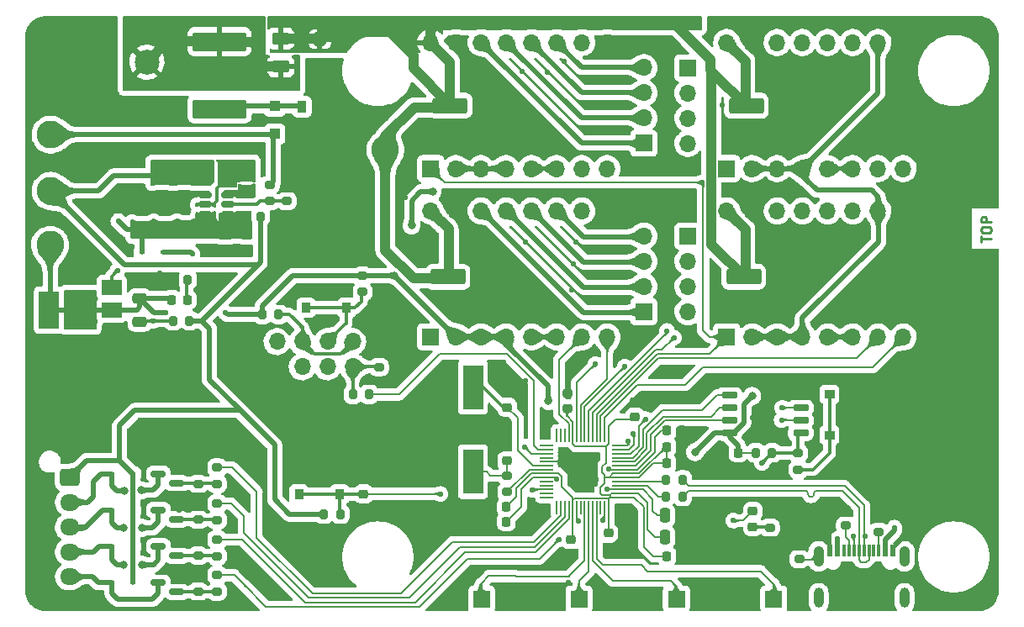
<source format=gbr>
%TF.GenerationSoftware,KiCad,Pcbnew,(6.0.4-0)*%
%TF.CreationDate,2022-05-20T14:50:05+02:00*%
%TF.ProjectId,Huge-Stepper-Driver,48756765-2d53-4746-9570-7065722d4472,rev?*%
%TF.SameCoordinates,Original*%
%TF.FileFunction,Copper,L1,Top*%
%TF.FilePolarity,Positive*%
%FSLAX46Y46*%
G04 Gerber Fmt 4.6, Leading zero omitted, Abs format (unit mm)*
G04 Created by KiCad (PCBNEW (6.0.4-0)) date 2022-05-20 14:50:05*
%MOMM*%
%LPD*%
G01*
G04 APERTURE LIST*
G04 Aperture macros list*
%AMRoundRect*
0 Rectangle with rounded corners*
0 $1 Rounding radius*
0 $2 $3 $4 $5 $6 $7 $8 $9 X,Y pos of 4 corners*
0 Add a 4 corners polygon primitive as box body*
4,1,4,$2,$3,$4,$5,$6,$7,$8,$9,$2,$3,0*
0 Add four circle primitives for the rounded corners*
1,1,$1+$1,$2,$3*
1,1,$1+$1,$4,$5*
1,1,$1+$1,$6,$7*
1,1,$1+$1,$8,$9*
0 Add four rect primitives between the rounded corners*
20,1,$1+$1,$2,$3,$4,$5,0*
20,1,$1+$1,$4,$5,$6,$7,0*
20,1,$1+$1,$6,$7,$8,$9,0*
20,1,$1+$1,$8,$9,$2,$3,0*%
G04 Aperture macros list end*
%ADD10C,0.250000*%
%TA.AperFunction,NonConductor*%
%ADD11C,0.250000*%
%TD*%
%TA.AperFunction,ComponentPad*%
%ADD12R,1.700000X1.700000*%
%TD*%
%TA.AperFunction,ComponentPad*%
%ADD13O,1.700000X1.700000*%
%TD*%
%TA.AperFunction,SMDPad,CuDef*%
%ADD14RoundRect,0.150000X0.587500X0.150000X-0.587500X0.150000X-0.587500X-0.150000X0.587500X-0.150000X0*%
%TD*%
%TA.AperFunction,SMDPad,CuDef*%
%ADD15RoundRect,0.250000X0.475000X-0.250000X0.475000X0.250000X-0.475000X0.250000X-0.475000X-0.250000X0*%
%TD*%
%TA.AperFunction,SMDPad,CuDef*%
%ADD16RoundRect,0.250000X-1.500000X-0.550000X1.500000X-0.550000X1.500000X0.550000X-1.500000X0.550000X0*%
%TD*%
%TA.AperFunction,SMDPad,CuDef*%
%ADD17R,0.600000X0.450000*%
%TD*%
%TA.AperFunction,ComponentPad*%
%ADD18R,2.500000X2.500000*%
%TD*%
%TA.AperFunction,ComponentPad*%
%ADD19C,2.500000*%
%TD*%
%TA.AperFunction,SMDPad,CuDef*%
%ADD20RoundRect,0.200000X-0.275000X0.200000X-0.275000X-0.200000X0.275000X-0.200000X0.275000X0.200000X0*%
%TD*%
%TA.AperFunction,ComponentPad*%
%ADD21C,2.800000*%
%TD*%
%TA.AperFunction,SMDPad,CuDef*%
%ADD22R,2.000000X4.500000*%
%TD*%
%TA.AperFunction,SMDPad,CuDef*%
%ADD23RoundRect,0.250000X0.625000X-0.375000X0.625000X0.375000X-0.625000X0.375000X-0.625000X-0.375000X0*%
%TD*%
%TA.AperFunction,SMDPad,CuDef*%
%ADD24RoundRect,0.225000X0.225000X0.250000X-0.225000X0.250000X-0.225000X-0.250000X0.225000X-0.250000X0*%
%TD*%
%TA.AperFunction,SMDPad,CuDef*%
%ADD25RoundRect,0.200000X0.200000X0.275000X-0.200000X0.275000X-0.200000X-0.275000X0.200000X-0.275000X0*%
%TD*%
%TA.AperFunction,SMDPad,CuDef*%
%ADD26RoundRect,0.200000X0.275000X-0.200000X0.275000X0.200000X-0.275000X0.200000X-0.275000X-0.200000X0*%
%TD*%
%TA.AperFunction,SMDPad,CuDef*%
%ADD27RoundRect,0.150000X-0.512500X-0.150000X0.512500X-0.150000X0.512500X0.150000X-0.512500X0.150000X0*%
%TD*%
%TA.AperFunction,SMDPad,CuDef*%
%ADD28R,0.900000X1.000000*%
%TD*%
%TA.AperFunction,SMDPad,CuDef*%
%ADD29RoundRect,0.218750X0.256250X-0.218750X0.256250X0.218750X-0.256250X0.218750X-0.256250X-0.218750X0*%
%TD*%
%TA.AperFunction,SMDPad,CuDef*%
%ADD30RoundRect,0.250000X-0.250000X-0.475000X0.250000X-0.475000X0.250000X0.475000X-0.250000X0.475000X0*%
%TD*%
%TA.AperFunction,SMDPad,CuDef*%
%ADD31R,1.200000X0.900000*%
%TD*%
%TA.AperFunction,SMDPad,CuDef*%
%ADD32RoundRect,0.250000X2.475000X-0.712500X2.475000X0.712500X-2.475000X0.712500X-2.475000X-0.712500X0*%
%TD*%
%TA.AperFunction,SMDPad,CuDef*%
%ADD33RoundRect,0.225000X0.250000X-0.225000X0.250000X0.225000X-0.250000X0.225000X-0.250000X-0.225000X0*%
%TD*%
%TA.AperFunction,SMDPad,CuDef*%
%ADD34RoundRect,0.225000X-0.225000X-0.250000X0.225000X-0.250000X0.225000X0.250000X-0.225000X0.250000X0*%
%TD*%
%TA.AperFunction,SMDPad,CuDef*%
%ADD35RoundRect,0.050000X-0.050000X0.587500X-0.050000X-0.587500X0.050000X-0.587500X0.050000X0.587500X0*%
%TD*%
%TA.AperFunction,SMDPad,CuDef*%
%ADD36RoundRect,0.050000X-0.587500X-0.050000X0.587500X-0.050000X0.587500X0.050000X-0.587500X0.050000X0*%
%TD*%
%TA.AperFunction,SMDPad,CuDef*%
%ADD37RoundRect,0.050000X0.050000X-0.587500X0.050000X0.587500X-0.050000X0.587500X-0.050000X-0.587500X0*%
%TD*%
%TA.AperFunction,SMDPad,CuDef*%
%ADD38RoundRect,0.050000X0.587500X0.050000X-0.587500X0.050000X-0.587500X-0.050000X0.587500X-0.050000X0*%
%TD*%
%TA.AperFunction,SMDPad,CuDef*%
%ADD39RoundRect,0.155000X-1.395000X1.395000X-1.395000X-1.395000X1.395000X-1.395000X1.395000X1.395000X0*%
%TD*%
%TA.AperFunction,SMDPad,CuDef*%
%ADD40RoundRect,0.200000X-0.200000X-0.275000X0.200000X-0.275000X0.200000X0.275000X-0.200000X0.275000X0*%
%TD*%
%TA.AperFunction,SMDPad,CuDef*%
%ADD41RoundRect,0.250000X-0.475000X0.250000X-0.475000X-0.250000X0.475000X-0.250000X0.475000X0.250000X0*%
%TD*%
%TA.AperFunction,SMDPad,CuDef*%
%ADD42R,1.000000X0.900000*%
%TD*%
%TA.AperFunction,SMDPad,CuDef*%
%ADD43RoundRect,0.225000X-0.250000X0.225000X-0.250000X-0.225000X0.250000X-0.225000X0.250000X0.225000X0*%
%TD*%
%TA.AperFunction,SMDPad,CuDef*%
%ADD44R,0.600000X1.150000*%
%TD*%
%TA.AperFunction,SMDPad,CuDef*%
%ADD45R,0.300000X1.150000*%
%TD*%
%TA.AperFunction,SMDPad,CuDef*%
%ADD46R,0.600000X0.900000*%
%TD*%
%TA.AperFunction,ComponentPad*%
%ADD47O,1.050000X2.100000*%
%TD*%
%TA.AperFunction,ComponentPad*%
%ADD48O,1.000000X2.000000*%
%TD*%
%TA.AperFunction,SMDPad,CuDef*%
%ADD49RoundRect,0.225000X0.225000X0.825000X-0.225000X0.825000X-0.225000X-0.825000X0.225000X-0.825000X0*%
%TD*%
%TA.AperFunction,SMDPad,CuDef*%
%ADD50RoundRect,0.150000X0.650000X0.150000X-0.650000X0.150000X-0.650000X-0.150000X0.650000X-0.150000X0*%
%TD*%
%TA.AperFunction,SMDPad,CuDef*%
%ADD51R,1.100000X1.100000*%
%TD*%
%TA.AperFunction,SMDPad,CuDef*%
%ADD52R,2.000000X1.500000*%
%TD*%
%TA.AperFunction,SMDPad,CuDef*%
%ADD53R,2.000000X3.800000*%
%TD*%
%TA.AperFunction,SMDPad,CuDef*%
%ADD54RoundRect,0.218750X0.218750X0.256250X-0.218750X0.256250X-0.218750X-0.256250X0.218750X-0.256250X0*%
%TD*%
%TA.AperFunction,ComponentPad*%
%ADD55RoundRect,0.250000X-0.725000X0.600000X-0.725000X-0.600000X0.725000X-0.600000X0.725000X0.600000X0*%
%TD*%
%TA.AperFunction,ComponentPad*%
%ADD56O,1.950000X1.700000*%
%TD*%
%TA.AperFunction,SMDPad,CuDef*%
%ADD57R,0.900000X1.200000*%
%TD*%
%TA.AperFunction,ViaPad*%
%ADD58C,0.550000*%
%TD*%
%TA.AperFunction,ViaPad*%
%ADD59C,0.800000*%
%TD*%
%TA.AperFunction,Conductor*%
%ADD60C,0.500000*%
%TD*%
%TA.AperFunction,Conductor*%
%ADD61C,0.300000*%
%TD*%
%TA.AperFunction,Conductor*%
%ADD62C,0.200000*%
%TD*%
%TA.AperFunction,Conductor*%
%ADD63C,1.000000*%
%TD*%
%TA.AperFunction,Conductor*%
%ADD64C,1.500000*%
%TD*%
G04 APERTURE END LIST*
D10*
D11*
X186772380Y-99239523D02*
X186772380Y-98668095D01*
X187772380Y-98953809D02*
X186772380Y-98953809D01*
X186772380Y-98144285D02*
X186772380Y-97953809D01*
X186820000Y-97858571D01*
X186915238Y-97763333D01*
X187105714Y-97715714D01*
X187439047Y-97715714D01*
X187629523Y-97763333D01*
X187724761Y-97858571D01*
X187772380Y-97953809D01*
X187772380Y-98144285D01*
X187724761Y-98239523D01*
X187629523Y-98334761D01*
X187439047Y-98382380D01*
X187105714Y-98382380D01*
X186915238Y-98334761D01*
X186820000Y-98239523D01*
X186772380Y-98144285D01*
X187772380Y-97287142D02*
X186772380Y-97287142D01*
X186772380Y-96906190D01*
X186820000Y-96810952D01*
X186867619Y-96763333D01*
X186962857Y-96715714D01*
X187105714Y-96715714D01*
X187200952Y-96763333D01*
X187248571Y-96810952D01*
X187296190Y-96906190D01*
X187296190Y-97287142D01*
D12*
%TO.P,U5,1,~{ENABLE}*%
%TO.N,/MCU/EN_MOTOR*%
X131317500Y-91871800D03*
D13*
%TO.P,U5,2,MS1*%
%TO.N,+3V3*%
X133857500Y-91871800D03*
%TO.P,U5,3,MS2*%
X136397500Y-91871800D03*
%TO.P,U5,4,MS3*%
X138937500Y-91871800D03*
%TO.P,U5,5,~{RST}*%
%TO.N,Net-(U5-Pad5)*%
X141477500Y-91871800D03*
%TO.P,U5,6,~{SLEEP}*%
X144017500Y-91871800D03*
%TO.P,U5,7,STEP*%
%TO.N,/MCU/STEP_A*%
X146557500Y-91871800D03*
%TO.P,U5,8,DIR*%
%TO.N,/MCU/DIR_A*%
X149097500Y-91871800D03*
%TO.P,U5,9,GND*%
%TO.N,GND*%
X149097500Y-79171800D03*
%TO.P,U5,10,VDD*%
%TO.N,+3V3*%
X146557500Y-79171800D03*
%TO.P,U5,11,1B*%
%TO.N,/Bipolar Drivers/MA_1B*%
X144017500Y-79171800D03*
%TO.P,U5,12,1A*%
%TO.N,/Bipolar Drivers/MA_1A*%
X141477500Y-79171800D03*
%TO.P,U5,13,2A*%
%TO.N,/Bipolar Drivers/MA_2A*%
X138937500Y-79171800D03*
%TO.P,U5,14,2B*%
%TO.N,/Bipolar Drivers/MA_2B*%
X136397500Y-79171800D03*
%TO.P,U5,15,GND*%
%TO.N,GND*%
X133857500Y-79171800D03*
%TO.P,U5,16,VMOT*%
%TO.N,+12V*%
X131317500Y-79171800D03*
%TD*%
D14*
%TO.P,Q8,1,G*%
%TO.N,Net-(Q8-Pad1)*%
X105772900Y-134530000D03*
%TO.P,Q8,2,S*%
%TO.N,GND*%
X105772900Y-132630000D03*
%TO.P,Q8,3,D*%
%TO.N,/Unipolar Driver /M1_OUT4*%
X103897900Y-133580000D03*
%TD*%
D15*
%TO.P,C2,1*%
%TO.N,/Power Management/SW_VIN*%
X104571200Y-98040200D03*
%TO.P,C2,2*%
%TO.N,GND*%
X104571200Y-96140200D03*
%TD*%
D12*
%TO.P,J4,1,Pin_1*%
%TO.N,/Bipolar Drivers/LS1*%
X136460000Y-135240000D03*
D13*
%TO.P,J4,2,Pin_2*%
%TO.N,GND*%
X133920000Y-135240000D03*
%TD*%
D16*
%TO.P,C25,1*%
%TO.N,+12V*%
X133267800Y-85521800D03*
%TO.P,C25,2*%
%TO.N,GND*%
X138867800Y-85521800D03*
%TD*%
D17*
%TO.P,D4,1,K*%
%TO.N,/Power Management/SW_VIN*%
X102250000Y-100310000D03*
%TO.P,D4,2,A*%
%TO.N,/Power Management/VBUS*%
X104350000Y-100310000D03*
%TD*%
D18*
%TO.P,J1,1,Pin_1*%
%TO.N,GND*%
X97750000Y-81150000D03*
D19*
%TO.P,J1,2,Pin_2*%
%TO.N,/Power Management/12V_IN*%
X102750000Y-81150000D03*
%TD*%
D20*
%TO.P,R37,1*%
%TO.N,/MCU/ME_W22*%
X109817600Y-132842400D03*
%TO.P,R37,2*%
%TO.N,Net-(Q8-Pad1)*%
X109817600Y-134492400D03*
%TD*%
D15*
%TO.P,C1,1*%
%TO.N,/Power Management/SW_VIN*%
X102271200Y-98040200D03*
%TO.P,C1,2*%
%TO.N,GND*%
X102271200Y-96140200D03*
%TD*%
D21*
%TO.P,TP4,1,1*%
%TO.N,+3V3*%
X93000000Y-99560000D03*
%TD*%
D22*
%TO.P,Y1,1,1*%
%TO.N,/MCU/XIN*%
X135580000Y-113910000D03*
%TO.P,Y1,2,2*%
%TO.N,/MCU/iXOUT*%
X135580000Y-122410000D03*
%TD*%
D23*
%TO.P,F2,1*%
%TO.N,/Power Management/12V_IN*%
X116230400Y-81584800D03*
%TO.P,F2,2*%
%TO.N,+12V*%
X116230400Y-78784800D03*
%TD*%
D24*
%TO.P,C12,1*%
%TO.N,+1V1*%
X138935000Y-127440000D03*
%TO.P,C12,2*%
%TO.N,GND*%
X137385000Y-127440000D03*
%TD*%
D25*
%TO.P,R7,1*%
%TO.N,/Power Management/iLED_3V3*%
X106871800Y-103082000D03*
%TO.P,R7,2*%
%TO.N,GND*%
X105221800Y-103082000D03*
%TD*%
D20*
%TO.P,R13,1*%
%TO.N,/MCU/iXOUT*%
X139020000Y-122795000D03*
%TO.P,R13,2*%
%TO.N,/MCU/XOUT*%
X139020000Y-124445000D03*
%TD*%
D26*
%TO.P,R20,1*%
%TO.N,Net-(D6-Pad1)*%
X165500000Y-128035000D03*
%TO.P,R20,2*%
%TO.N,GND*%
X165500000Y-126385000D03*
%TD*%
D27*
%TO.P,U1,1,GND*%
%TO.N,GND*%
X108593700Y-94543800D03*
%TO.P,U1,2,SW*%
%TO.N,/Power Management/SW_NODE*%
X108593700Y-95493800D03*
%TO.P,U1,3,VIN*%
%TO.N,/Power Management/SW_VIN*%
X108593700Y-96443800D03*
%TO.P,U1,4,VFB*%
%TO.N,/Power Management/SW_FB*%
X110868700Y-96443800D03*
%TO.P,U1,5,EN*%
%TO.N,/Power Management/SW_EN*%
X110868700Y-95493800D03*
%TO.P,U1,6,VBST*%
%TO.N,/Power Management/SW_BST*%
X110868700Y-94543800D03*
%TD*%
D26*
%TO.P,R2,1*%
%TO.N,Net-(J2-PadA5)*%
X173130000Y-127845000D03*
%TO.P,R2,2*%
%TO.N,GND*%
X173130000Y-126195000D03*
%TD*%
D28*
%TO.P,SW2,1,1*%
%TO.N,/MCU/~{RESET}*%
X118053000Y-124672600D03*
X122153000Y-124672600D03*
%TO.P,SW2,2,2*%
%TO.N,GND*%
X122153000Y-123072600D03*
X118053000Y-123072600D03*
%TD*%
D29*
%TO.P,D6,1,K*%
%TO.N,Net-(D6-Pad1)*%
X163770000Y-127957500D03*
%TO.P,D6,2,A*%
%TO.N,Net-(D6-Pad2)*%
X163770000Y-126382500D03*
%TD*%
D26*
%TO.P,R6,1*%
%TO.N,GND*%
X111767400Y-99830200D03*
%TO.P,R6,2*%
%TO.N,/Power Management/SW_FB*%
X111767400Y-98180200D03*
%TD*%
D30*
%TO.P,C10,1*%
%TO.N,+1V1*%
X154921400Y-126825058D03*
%TO.P,C10,2*%
%TO.N,GND*%
X156821400Y-126825058D03*
%TD*%
D31*
%TO.P,D2,1,A1*%
%TO.N,+12V*%
X120167400Y-78842600D03*
%TO.P,D2,2,A2*%
%TO.N,GND*%
X120167400Y-82142600D03*
%TD*%
D32*
%TO.P,F1,1*%
%TO.N,/Power Management/12V_Post_PPTC*%
X110058200Y-85861300D03*
%TO.P,F1,2*%
%TO.N,/Power Management/12V_IN*%
X110058200Y-79086300D03*
%TD*%
D17*
%TO.P,D9,1,K*%
%TO.N,+5V*%
X101338800Y-129947800D03*
%TO.P,D9,2,A*%
%TO.N,/Unipolar Driver /M1_OUT3*%
X99238800Y-129947800D03*
%TD*%
D33*
%TO.P,C3,1*%
%TO.N,/Power Management/SW_VIN*%
X106647400Y-97661600D03*
%TO.P,C3,2*%
%TO.N,GND*%
X106647400Y-96111600D03*
%TD*%
D34*
%TO.P,C14,1*%
%TO.N,+3V3*%
X155106400Y-130909229D03*
%TO.P,C14,2*%
%TO.N,GND*%
X156656400Y-130909229D03*
%TD*%
%TO.P,C11,1*%
%TO.N,+1V1*%
X155096400Y-118254200D03*
%TO.P,C11,2*%
%TO.N,GND*%
X156646400Y-118254200D03*
%TD*%
D35*
%TO.P,U3,1,IOVDD*%
%TO.N,+3V3*%
X149230000Y-118765900D03*
%TO.P,U3,2,GPIO0*%
%TO.N,/MCU/DIR_D*%
X148830000Y-118765900D03*
%TO.P,U3,3,GPIO1*%
%TO.N,/MCU/STEP_D*%
X148430000Y-118765900D03*
%TO.P,U3,4,GPIO2*%
%TO.N,/MCU/EN_MOTOR*%
X148030000Y-118765900D03*
%TO.P,U3,5,GPIO3*%
%TO.N,/MCU/DIR_C*%
X147630000Y-118765900D03*
%TO.P,U3,6,GPIO4*%
%TO.N,/MCU/STEP_C*%
X147230000Y-118765900D03*
%TO.P,U3,7,GPIO5*%
%TO.N,/MCU/DIR_A*%
X146830000Y-118765900D03*
%TO.P,U3,8,GPIO6*%
%TO.N,/MCU/DIR_B*%
X146430000Y-118765900D03*
%TO.P,U3,9,GPIO7*%
%TO.N,/MCU/STEP_A*%
X146030000Y-118765900D03*
%TO.P,U3,10,IOVDD*%
%TO.N,+3V3*%
X145630000Y-118765900D03*
%TO.P,U3,11,GPIO8*%
%TO.N,/MCU/STEP_B*%
X145230000Y-118765900D03*
%TO.P,U3,12,GPIO9*%
%TO.N,unconnected-(U3-Pad12)*%
X144830000Y-118765900D03*
%TO.P,U3,13,GPIO10*%
%TO.N,unconnected-(U3-Pad13)*%
X144430000Y-118765900D03*
%TO.P,U3,14,GPIO11*%
%TO.N,unconnected-(U3-Pad14)*%
X144030000Y-118765900D03*
D36*
%TO.P,U3,15,GPIO12*%
%TO.N,unconnected-(U3-Pad15)*%
X142992500Y-119803400D03*
%TO.P,U3,16,GPIO13*%
%TO.N,/MCU/MCU_UART0_TX*%
X142992500Y-120203400D03*
%TO.P,U3,17,GPIO14*%
%TO.N,/MCU/MCU_UART0_RX*%
X142992500Y-120603400D03*
%TO.P,U3,18,GPIO15*%
%TO.N,unconnected-(U3-Pad18)*%
X142992500Y-121003400D03*
%TO.P,U3,19,TESTEN*%
%TO.N,GND*%
X142992500Y-121403400D03*
%TO.P,U3,20,XIN*%
%TO.N,/MCU/XIN*%
X142992500Y-121803400D03*
%TO.P,U3,21,XOUT*%
%TO.N,/MCU/XOUT*%
X142992500Y-122203400D03*
%TO.P,U3,22,IOVDD*%
%TO.N,+3V3*%
X142992500Y-122603400D03*
%TO.P,U3,23,DVDD*%
%TO.N,+1V1*%
X142992500Y-123003400D03*
%TO.P,U3,24,SWCLK*%
%TO.N,unconnected-(U3-Pad24)*%
X142992500Y-123403400D03*
%TO.P,U3,25,SWDIO*%
%TO.N,unconnected-(U3-Pad25)*%
X142992500Y-123803400D03*
%TO.P,U3,26,RUN*%
%TO.N,/MCU/~{RESET}*%
X142992500Y-124203400D03*
%TO.P,U3,27,GPIO16*%
%TO.N,unconnected-(U3-Pad27)*%
X142992500Y-124603400D03*
%TO.P,U3,28,GPIO17*%
%TO.N,unconnected-(U3-Pad28)*%
X142992500Y-125003400D03*
D37*
%TO.P,U3,29,GPIO18*%
%TO.N,unconnected-(U3-Pad29)*%
X144030000Y-126040900D03*
%TO.P,U3,30,GPIO19*%
%TO.N,/MCU/ME_W11*%
X144430000Y-126040900D03*
%TO.P,U3,31,GPIO20*%
%TO.N,/MCU/ME_W12*%
X144830000Y-126040900D03*
%TO.P,U3,32,GPIO21*%
%TO.N,/MCU/ME_W21*%
X145230000Y-126040900D03*
%TO.P,U3,33,IOVDD*%
%TO.N,+3V3*%
X145630000Y-126040900D03*
%TO.P,U3,34,GPIO22*%
%TO.N,/MCU/ME_W22*%
X146030000Y-126040900D03*
%TO.P,U3,35,GPIO23*%
%TO.N,unconnected-(U3-Pad35)*%
X146430000Y-126040900D03*
%TO.P,U3,36,GPIO24*%
%TO.N,/Bipolar Drivers/LS1*%
X146830000Y-126040900D03*
%TO.P,U3,37,GPIO25*%
%TO.N,/Bipolar Drivers/LS2*%
X147230000Y-126040900D03*
%TO.P,U3,38,GPIO26/ADC0*%
%TO.N,/Bipolar Drivers/LS3*%
X147630000Y-126040900D03*
%TO.P,U3,39,GPIO27/ADC1*%
%TO.N,/Bipolar Drivers/LS4*%
X148030000Y-126040900D03*
%TO.P,U3,40,GPIO28/ADC2*%
%TO.N,unconnected-(U3-Pad40)*%
X148430000Y-126040900D03*
%TO.P,U3,41,GPIO29/ADC3*%
%TO.N,Net-(D6-Pad2)*%
X148830000Y-126040900D03*
%TO.P,U3,42,IOVDD*%
%TO.N,+3V3*%
X149230000Y-126040900D03*
D38*
%TO.P,U3,43,ADC_AVDD*%
X150267500Y-125003400D03*
%TO.P,U3,44,VREG_VIN*%
X150267500Y-124603400D03*
%TO.P,U3,45,VREG_VOUT*%
%TO.N,+1V1*%
X150267500Y-124203400D03*
%TO.P,U3,46,USB_DM*%
%TO.N,/MCU/iUSB_D-*%
X150267500Y-123803400D03*
%TO.P,U3,47,USB_DP*%
%TO.N,/MCU/iUSB_D+*%
X150267500Y-123403400D03*
%TO.P,U3,48,USB_VDD*%
%TO.N,+3V3*%
X150267500Y-123003400D03*
%TO.P,U3,49,IOVDD*%
X150267500Y-122603400D03*
%TO.P,U3,50,DVDD*%
%TO.N,+1V1*%
X150267500Y-122203400D03*
%TO.P,U3,51,QSPI_SD3*%
%TO.N,/MCU/FLASH_D3*%
X150267500Y-121803400D03*
%TO.P,U3,52,QSPI_SCLK*%
%TO.N,/MCU/FLASH_CLK*%
X150267500Y-121403400D03*
%TO.P,U3,53,QSPI_SD0*%
%TO.N,/MCU/FLASH_D0*%
X150267500Y-121003400D03*
%TO.P,U3,54,QSPI_SD2*%
%TO.N,/MCU/FLASH_D2*%
X150267500Y-120603400D03*
%TO.P,U3,55,QSPI_SD1*%
%TO.N,/MCU/FLASH_D1*%
X150267500Y-120203400D03*
%TO.P,U3,56,QSPI_SS_N*%
%TO.N,/MCU/~{FLASH_CS}*%
X150267500Y-119803400D03*
D39*
%TO.P,U3,57,GND*%
%TO.N,GND*%
X146630000Y-122403400D03*
%TD*%
D12*
%TO.P,J6,1,Pin_1*%
%TO.N,/Bipolar Drivers/LS3*%
X156069840Y-135240000D03*
D13*
%TO.P,J6,2,Pin_2*%
%TO.N,GND*%
X153529840Y-135240000D03*
%TD*%
D12*
%TO.P,J14,1,Pin_1*%
%TO.N,/Bipolar Drivers/MD_2B*%
X157227500Y-98680000D03*
D13*
%TO.P,J14,2,Pin_2*%
%TO.N,/Bipolar Drivers/MD_2A*%
X157227500Y-101220000D03*
%TO.P,J14,3,Pin_3*%
%TO.N,/Bipolar Drivers/MD_1A*%
X157227500Y-103760000D03*
%TO.P,J14,4,Pin_4*%
%TO.N,/Bipolar Drivers/MD_1B*%
X157227500Y-106300000D03*
%TD*%
D20*
%TO.P,R35,1*%
%TO.N,/MCU/ME_W12*%
X109817600Y-125629066D03*
%TO.P,R35,2*%
%TO.N,Net-(Q6-Pad1)*%
X109817600Y-127279066D03*
%TD*%
D34*
%TO.P,C13,1*%
%TO.N,+3V3*%
X155096400Y-121582545D03*
%TO.P,C13,2*%
%TO.N,GND*%
X156646400Y-121582545D03*
%TD*%
D30*
%TO.P,C9,1*%
%TO.N,+3V3*%
X154921400Y-128989229D03*
%TO.P,C9,2*%
%TO.N,GND*%
X156821400Y-128989229D03*
%TD*%
D17*
%TO.P,D7,1,K*%
%TO.N,+5V*%
X101338800Y-122632600D03*
%TO.P,D7,2,A*%
%TO.N,/Unipolar Driver /M1_OUT1*%
X99238800Y-122632600D03*
%TD*%
D40*
%TO.P,R10,1*%
%TO.N,+5V*%
X120590000Y-126680000D03*
%TO.P,R10,2*%
%TO.N,/MCU/~{RESET}*%
X122240000Y-126680000D03*
%TD*%
D41*
%TO.P,C7,1*%
%TO.N,Net-(C7-Pad1)*%
X102020400Y-107288200D03*
%TO.P,C7,2*%
%TO.N,GND*%
X102020400Y-109188200D03*
%TD*%
D17*
%TO.P,D8,1,K*%
%TO.N,+5V*%
X101338800Y-126290200D03*
%TO.P,D8,2,A*%
%TO.N,/Unipolar Driver /M1_OUT2*%
X99238800Y-126290200D03*
%TD*%
%TO.P,D10,1,K*%
%TO.N,+5V*%
X101338800Y-133605400D03*
%TO.P,D10,2,A*%
%TO.N,/Unipolar Driver /M1_OUT4*%
X99238800Y-133605400D03*
%TD*%
D14*
%TO.P,Q6,1,G*%
%TO.N,Net-(Q6-Pad1)*%
X105772900Y-127214800D03*
%TO.P,Q6,2,S*%
%TO.N,GND*%
X105772900Y-125314800D03*
%TO.P,Q6,3,D*%
%TO.N,/Unipolar Driver /M1_OUT2*%
X103897900Y-126264800D03*
%TD*%
D26*
%TO.P,R1,1*%
%TO.N,Net-(J2-PadS1)*%
X168440000Y-131235000D03*
%TO.P,R1,2*%
%TO.N,GND*%
X168440000Y-129585000D03*
%TD*%
D33*
%TO.P,C19,1*%
%TO.N,+3V3*%
X145110000Y-116045000D03*
%TO.P,C19,2*%
%TO.N,GND*%
X145110000Y-114495000D03*
%TD*%
D20*
%TO.P,R4,1*%
%TO.N,/Power Management/SW_VIN*%
X115120000Y-93515000D03*
%TO.P,R4,2*%
%TO.N,/Power Management/SW_EN*%
X115120000Y-95165000D03*
%TD*%
D25*
%TO.P,R5,1*%
%TO.N,+5V*%
X114207400Y-96700200D03*
%TO.P,R5,2*%
%TO.N,/Power Management/SW_FB*%
X112557400Y-96700200D03*
%TD*%
D42*
%TO.P,SW1,1,1*%
%TO.N,/MCU/~{USB_BOOT}*%
X171482600Y-114613800D03*
X171482600Y-118713800D03*
%TO.P,SW1,2,2*%
%TO.N,GND*%
X173082600Y-114613800D03*
X173082600Y-118713800D03*
%TD*%
D43*
%TO.P,C18,1*%
%TO.N,+3V3*%
X145470000Y-129255000D03*
%TO.P,C18,2*%
%TO.N,GND*%
X145470000Y-130805000D03*
%TD*%
D41*
%TO.P,C5,1*%
%TO.N,+5V*%
X104237400Y-92620200D03*
%TO.P,C5,2*%
%TO.N,GND*%
X104237400Y-94520200D03*
%TD*%
D33*
%TO.P,C21,1*%
%TO.N,/MCU/XIN*%
X139040000Y-115930000D03*
%TO.P,C21,2*%
%TO.N,GND*%
X139040000Y-114380000D03*
%TD*%
D43*
%TO.P,C16,1*%
%TO.N,+3V3*%
X149221400Y-128605000D03*
%TO.P,C16,2*%
%TO.N,GND*%
X149221400Y-130155000D03*
%TD*%
D44*
%TO.P,J2,A1,GND*%
%TO.N,GND*%
X171510000Y-130365000D03*
%TO.P,J2,A4,VBUS*%
%TO.N,/Power Management/VBUS*%
X172310000Y-130365000D03*
D45*
%TO.P,J2,A5,CC1*%
%TO.N,Net-(J2-PadA5)*%
X173460000Y-130365000D03*
%TO.P,J2,A6,D+*%
%TO.N,/MCU/USB_D-*%
X174460000Y-130365000D03*
%TO.P,J2,A7,D-*%
%TO.N,/MCU/USB_D+*%
X174960000Y-130365000D03*
%TO.P,J2,A8,SBU1*%
%TO.N,unconnected-(J2-PadA8)*%
X175960000Y-130365000D03*
D46*
%TO.P,J2,A9,VBUS*%
%TO.N,/Power Management/VBUS*%
X177110000Y-130490000D03*
%TO.P,J2,A12,GND*%
%TO.N,GND*%
X177910000Y-130490000D03*
D44*
%TO.P,J2,B1,GND*%
X177910000Y-130365000D03*
%TO.P,J2,B4,VBUS*%
%TO.N,/Power Management/VBUS*%
X177110000Y-130365000D03*
D45*
%TO.P,J2,B5,CC2*%
%TO.N,Net-(J2-PadB5)*%
X176460000Y-130365000D03*
%TO.P,J2,B6,D+*%
%TO.N,/MCU/USB_D-*%
X175460000Y-130365000D03*
%TO.P,J2,B7,D-*%
%TO.N,/MCU/USB_D+*%
X173960000Y-130365000D03*
%TO.P,J2,B8,SBU2*%
%TO.N,unconnected-(J2-PadB8)*%
X172960000Y-130365000D03*
D46*
%TO.P,J2,B9,VBUS*%
%TO.N,/Power Management/VBUS*%
X172310000Y-130365000D03*
%TO.P,J2,B12,GND*%
%TO.N,GND*%
X171510000Y-130490000D03*
D47*
%TO.P,J2,S1,SHIELD*%
%TO.N,Net-(J2-PadS1)*%
X170390000Y-130940000D03*
D48*
%TO.P,J2,S2*%
%TO.N,N/C*%
X170390000Y-135120000D03*
%TO.P,J2,S3*%
X179030000Y-135120000D03*
D47*
%TO.P,J2,S4*%
X179030000Y-130940000D03*
%TD*%
D25*
%TO.P,R15,1*%
%TO.N,/MCU/MCU_UART0_TX*%
X125125000Y-114630000D03*
%TO.P,R15,2*%
%TO.N,/MCU/ESP_RX*%
X123475000Y-114630000D03*
%TD*%
D33*
%TO.P,C20,1*%
%TO.N,+3V3*%
X151910000Y-116895000D03*
%TO.P,C20,2*%
%TO.N,GND*%
X151910000Y-115345000D03*
%TD*%
D12*
%TO.P,J5,1,Pin_1*%
%TO.N,/Bipolar Drivers/LS2*%
X146264920Y-135240000D03*
D13*
%TO.P,J5,2,Pin_2*%
%TO.N,GND*%
X143724920Y-135240000D03*
%TD*%
D49*
%TO.P,L1,1,1*%
%TO.N,/Power Management/SW_NODE*%
X110657400Y-92440200D03*
%TO.P,L1,2,2*%
%TO.N,+5V*%
X108957400Y-92440200D03*
%TD*%
D26*
%TO.P,R38,1*%
%TO.N,Net-(Q5-Pad1)*%
X107917600Y-123642400D03*
%TO.P,R38,2*%
%TO.N,GND*%
X107917600Y-121992400D03*
%TD*%
D28*
%TO.P,SW3,1,1*%
%TO.N,/MCU/ESP_RST*%
X118770000Y-105880000D03*
X122870000Y-105880000D03*
%TO.P,SW3,2,2*%
%TO.N,GND*%
X122870000Y-104280000D03*
X118770000Y-104280000D03*
%TD*%
D33*
%TO.P,C34,1*%
%TO.N,/MCU/~{RESET}*%
X124548000Y-124647600D03*
%TO.P,C34,2*%
%TO.N,GND*%
X124548000Y-123097600D03*
%TD*%
D21*
%TO.P,TP1,1,1*%
%TO.N,+12V*%
X126760000Y-89980000D03*
%TD*%
D26*
%TO.P,R39,1*%
%TO.N,Net-(Q6-Pad1)*%
X107917600Y-127249066D03*
%TO.P,R39,2*%
%TO.N,GND*%
X107917600Y-125599066D03*
%TD*%
D12*
%TO.P,J8,1,Pin_1*%
%TO.N,/Bipolar Drivers/MC_2B*%
X157227500Y-81721800D03*
D13*
%TO.P,J8,2,Pin_2*%
%TO.N,/Bipolar Drivers/MC_2A*%
X157227500Y-84261800D03*
%TO.P,J8,3,Pin_3*%
%TO.N,/Bipolar Drivers/MC_1A*%
X157227500Y-86801800D03*
%TO.P,J8,4,Pin_4*%
%TO.N,/Bipolar Drivers/MC_1B*%
X157227500Y-89341800D03*
%TD*%
D12*
%TO.P,J9,1,Pin_1*%
%TO.N,/Bipolar Drivers/LS4*%
X165874760Y-135240000D03*
D13*
%TO.P,J9,2,Pin_2*%
%TO.N,GND*%
X163334760Y-135240000D03*
%TD*%
D12*
%TO.P,U8,1,~{ENABLE}*%
%TO.N,/MCU/EN_MOTOR*%
X161134200Y-108830000D03*
D13*
%TO.P,U8,2,MS1*%
%TO.N,+3V3*%
X163674200Y-108830000D03*
%TO.P,U8,3,MS2*%
X166214200Y-108830000D03*
%TO.P,U8,4,MS3*%
X168754200Y-108830000D03*
%TO.P,U8,5,~{RST}*%
%TO.N,Net-(U8-Pad5)*%
X171294200Y-108830000D03*
%TO.P,U8,6,~{SLEEP}*%
X173834200Y-108830000D03*
%TO.P,U8,7,STEP*%
%TO.N,/MCU/STEP_D*%
X176374200Y-108830000D03*
%TO.P,U8,8,DIR*%
%TO.N,/MCU/DIR_D*%
X178914200Y-108830000D03*
%TO.P,U8,9,GND*%
%TO.N,GND*%
X178914200Y-96130000D03*
%TO.P,U8,10,VDD*%
%TO.N,+3V3*%
X176374200Y-96130000D03*
%TO.P,U8,11,1B*%
%TO.N,/Bipolar Drivers/MD_1B*%
X173834200Y-96130000D03*
%TO.P,U8,12,1A*%
%TO.N,/Bipolar Drivers/MD_1A*%
X171294200Y-96130000D03*
%TO.P,U8,13,2A*%
%TO.N,/Bipolar Drivers/MD_2A*%
X168754200Y-96130000D03*
%TO.P,U8,14,2B*%
%TO.N,/Bipolar Drivers/MD_2B*%
X166214200Y-96130000D03*
%TO.P,U8,15,GND*%
%TO.N,GND*%
X163674200Y-96130000D03*
%TO.P,U8,16,VMOT*%
%TO.N,+12V*%
X161134200Y-96130000D03*
%TD*%
D24*
%TO.P,C24,1*%
%TO.N,+3V3*%
X162285000Y-120490000D03*
%TO.P,C24,2*%
%TO.N,GND*%
X160735000Y-120490000D03*
%TD*%
D12*
%TO.P,U6,1,~{ENABLE}*%
%TO.N,/MCU/EN_MOTOR*%
X161134200Y-91871800D03*
D13*
%TO.P,U6,2,MS1*%
%TO.N,+3V3*%
X163674200Y-91871800D03*
%TO.P,U6,3,MS2*%
X166214200Y-91871800D03*
%TO.P,U6,4,MS3*%
X168754200Y-91871800D03*
%TO.P,U6,5,~{RST}*%
%TO.N,Net-(U6-Pad5)*%
X171294200Y-91871800D03*
%TO.P,U6,6,~{SLEEP}*%
X173834200Y-91871800D03*
%TO.P,U6,7,STEP*%
%TO.N,/MCU/STEP_C*%
X176374200Y-91871800D03*
%TO.P,U6,8,DIR*%
%TO.N,/MCU/DIR_C*%
X178914200Y-91871800D03*
%TO.P,U6,9,GND*%
%TO.N,GND*%
X178914200Y-79171800D03*
%TO.P,U6,10,VDD*%
%TO.N,+3V3*%
X176374200Y-79171800D03*
%TO.P,U6,11,1B*%
%TO.N,/Bipolar Drivers/MC_1B*%
X173834200Y-79171800D03*
%TO.P,U6,12,1A*%
%TO.N,/Bipolar Drivers/MC_1A*%
X171294200Y-79171800D03*
%TO.P,U6,13,2A*%
%TO.N,/Bipolar Drivers/MC_2A*%
X168754200Y-79171800D03*
%TO.P,U6,14,2B*%
%TO.N,/Bipolar Drivers/MC_2B*%
X166214200Y-79171800D03*
%TO.P,U6,15,GND*%
%TO.N,GND*%
X163674200Y-79171800D03*
%TO.P,U6,16,VMOT*%
%TO.N,+12V*%
X161134200Y-79171800D03*
%TD*%
D12*
%TO.P,J13,1,Pin_1*%
%TO.N,/Bipolar Drivers/MB_2B*%
X152790000Y-106280000D03*
D13*
%TO.P,J13,2,Pin_2*%
%TO.N,/Bipolar Drivers/MB_2A*%
X152790000Y-103740000D03*
%TO.P,J13,3,Pin_3*%
%TO.N,/Bipolar Drivers/MB_1A*%
X152790000Y-101200000D03*
%TO.P,J13,4,Pin_4*%
%TO.N,/Bipolar Drivers/MB_1B*%
X152790000Y-98660000D03*
%TD*%
D34*
%TO.P,C15,1*%
%TO.N,+3V3*%
X155096400Y-119918374D03*
%TO.P,C15,2*%
%TO.N,GND*%
X156646400Y-119918374D03*
%TD*%
D50*
%TO.P,U4,1,~{CS}*%
%TO.N,/MCU/~{FLASH_CS}*%
X168602600Y-118508800D03*
%TO.P,U4,2,DO(IO1)*%
%TO.N,/MCU/FLASH_D1*%
X168602600Y-117238800D03*
%TO.P,U4,3,IO2*%
%TO.N,/MCU/FLASH_D2*%
X168602600Y-115968800D03*
%TO.P,U4,4,GND*%
%TO.N,GND*%
X168602600Y-114698800D03*
%TO.P,U4,5,DI(IO0)*%
%TO.N,/MCU/FLASH_D0*%
X161402600Y-114698800D03*
%TO.P,U4,6,CLK*%
%TO.N,/MCU/FLASH_CLK*%
X161402600Y-115968800D03*
%TO.P,U4,7,IO3*%
%TO.N,/MCU/FLASH_D3*%
X161402600Y-117238800D03*
%TO.P,U4,8,VCC*%
%TO.N,+3V3*%
X161402600Y-118508800D03*
%TD*%
D21*
%TO.P,TP2,1,1*%
%TO.N,+5V*%
X93050000Y-94120000D03*
%TD*%
D12*
%TO.P,J7,1,Pin_1*%
%TO.N,/Bipolar Drivers/MA_2B*%
X152790000Y-89321800D03*
D13*
%TO.P,J7,2,Pin_2*%
%TO.N,/Bipolar Drivers/MA_2A*%
X152790000Y-86781800D03*
%TO.P,J7,3,Pin_3*%
%TO.N,/Bipolar Drivers/MA_1A*%
X152790000Y-84241800D03*
%TO.P,J7,4,Pin_4*%
%TO.N,/Bipolar Drivers/MA_1B*%
X152790000Y-81701800D03*
%TD*%
D51*
%TO.P,D3,1,K*%
%TO.N,/Power Management/SW_VIN*%
X115620800Y-88395000D03*
%TO.P,D3,2,A*%
%TO.N,/Power Management/12V_Post_PPTC*%
X115620800Y-85595000D03*
%TD*%
D12*
%TO.P,J3,1,Pin_1*%
%TO.N,GND*%
X115850000Y-111850000D03*
D13*
%TO.P,J3,2,Pin_2*%
%TO.N,/MCU/MCU_UART0_RX*%
X115850000Y-109310000D03*
%TO.P,J3,3,Pin_3*%
%TO.N,/MCU/ESP_IO2*%
X118390000Y-111850000D03*
%TO.P,J3,4,Pin_4*%
%TO.N,/MCU/EN*%
X118390000Y-109310000D03*
%TO.P,J3,5,Pin_5*%
%TO.N,/MCU/ESP_IO0*%
X120930000Y-111850000D03*
%TO.P,J3,6,Pin_6*%
%TO.N,/MCU/ESP_RST*%
X120930000Y-109310000D03*
%TO.P,J3,7,Pin_7*%
%TO.N,/MCU/ESP_RX*%
X123470000Y-111850000D03*
%TO.P,J3,8,Pin_8*%
%TO.N,/MCU/EN*%
X123470000Y-109310000D03*
%TD*%
D21*
%TO.P,TP3,1,1*%
%TO.N,/Power Management/SW_VIN*%
X93050000Y-88450000D03*
%TD*%
D26*
%TO.P,R14,1*%
%TO.N,/Power Management/SW_EN*%
X116830000Y-95155000D03*
%TO.P,R14,2*%
%TO.N,GND*%
X116830000Y-93505000D03*
%TD*%
D12*
%TO.P,U7,1,~{ENABLE}*%
%TO.N,/MCU/EN_MOTOR*%
X131317500Y-108830000D03*
D13*
%TO.P,U7,2,MS1*%
%TO.N,+3V3*%
X133857500Y-108830000D03*
%TO.P,U7,3,MS2*%
X136397500Y-108830000D03*
%TO.P,U7,4,MS3*%
X138937500Y-108830000D03*
%TO.P,U7,5,~{RST}*%
%TO.N,Net-(U7-Pad5)*%
X141477500Y-108830000D03*
%TO.P,U7,6,~{SLEEP}*%
X144017500Y-108830000D03*
%TO.P,U7,7,STEP*%
%TO.N,/MCU/STEP_B*%
X146557500Y-108830000D03*
%TO.P,U7,8,DIR*%
%TO.N,/MCU/DIR_B*%
X149097500Y-108830000D03*
%TO.P,U7,9,GND*%
%TO.N,GND*%
X149097500Y-96130000D03*
%TO.P,U7,10,VDD*%
%TO.N,+3V3*%
X146557500Y-96130000D03*
%TO.P,U7,11,1B*%
%TO.N,/Bipolar Drivers/MB_1B*%
X144017500Y-96130000D03*
%TO.P,U7,12,1A*%
%TO.N,/Bipolar Drivers/MB_1A*%
X141477500Y-96130000D03*
%TO.P,U7,13,2A*%
%TO.N,/Bipolar Drivers/MB_2A*%
X138937500Y-96130000D03*
%TO.P,U7,14,2B*%
%TO.N,/Bipolar Drivers/MB_2B*%
X136397500Y-96130000D03*
%TO.P,U7,15,GND*%
%TO.N,GND*%
X133857500Y-96130000D03*
%TO.P,U7,16,VMOT*%
%TO.N,+12V*%
X131317500Y-96130000D03*
%TD*%
D40*
%TO.P,R9,1*%
%TO.N,/MCU/iUSB_D-*%
X155046400Y-124910887D03*
%TO.P,R9,2*%
%TO.N,/MCU/USB_D-*%
X156696400Y-124910887D03*
%TD*%
D43*
%TO.P,C4,1*%
%TO.N,/Power Management/SW_NODE*%
X112747400Y-92565200D03*
%TO.P,C4,2*%
%TO.N,/Power Management/SW_BST*%
X112747400Y-94115200D03*
%TD*%
D20*
%TO.P,R34,1*%
%TO.N,/MCU/ME_W11*%
X109817600Y-121982400D03*
%TO.P,R34,2*%
%TO.N,Net-(Q5-Pad1)*%
X109817600Y-123632400D03*
%TD*%
%TO.P,R18,1*%
%TO.N,+3V3*%
X124460000Y-102640000D03*
%TO.P,R18,2*%
%TO.N,/MCU/ESP_RST*%
X124460000Y-104290000D03*
%TD*%
D41*
%TO.P,C6,1*%
%TO.N,+5V*%
X106487400Y-92620200D03*
%TO.P,C6,2*%
%TO.N,GND*%
X106487400Y-94520200D03*
%TD*%
D26*
%TO.P,R16,1*%
%TO.N,/MCU/ESP_RX*%
X126130000Y-111875000D03*
%TO.P,R16,2*%
%TO.N,GND*%
X126130000Y-110225000D03*
%TD*%
D16*
%TO.P,C26,1*%
%TO.N,+12V*%
X163110000Y-85550000D03*
%TO.P,C26,2*%
%TO.N,GND*%
X168710000Y-85550000D03*
%TD*%
D26*
%TO.P,R3,1*%
%TO.N,Net-(J2-PadB5)*%
X176440000Y-128465000D03*
%TO.P,R3,2*%
%TO.N,GND*%
X176440000Y-126815000D03*
%TD*%
D16*
%TO.P,C28,1*%
%TO.N,+12V*%
X162840000Y-102760000D03*
%TO.P,C28,2*%
%TO.N,GND*%
X168440000Y-102760000D03*
%TD*%
D20*
%TO.P,R36,1*%
%TO.N,/MCU/ME_W21*%
X109817600Y-129255732D03*
%TO.P,R36,2*%
%TO.N,Net-(Q7-Pad1)*%
X109817600Y-130905732D03*
%TD*%
D24*
%TO.P,C17,1*%
%TO.N,+3V3*%
X138935000Y-125966800D03*
%TO.P,C17,2*%
%TO.N,GND*%
X137385000Y-125966800D03*
%TD*%
D40*
%TO.P,R8,1*%
%TO.N,/MCU/iUSB_D+*%
X155046400Y-123246716D03*
%TO.P,R8,2*%
%TO.N,/MCU/USB_D+*%
X156696400Y-123246716D03*
%TD*%
D52*
%TO.P,U2,1,GND*%
%TO.N,GND*%
X99189200Y-108439000D03*
D53*
%TO.P,U2,2,VO*%
%TO.N,+3V3*%
X92889200Y-106139000D03*
D52*
X99189200Y-106139000D03*
%TO.P,U2,3,VI*%
%TO.N,Net-(C7-Pad1)*%
X99189200Y-103839000D03*
%TD*%
D40*
%TO.P,R17,1*%
%TO.N,+3V3*%
X114365000Y-106570000D03*
%TO.P,R17,2*%
%TO.N,/MCU/EN*%
X116015000Y-106570000D03*
%TD*%
D25*
%TO.P,R19,1*%
%TO.N,+5V*%
X107040000Y-107200000D03*
%TO.P,R19,2*%
%TO.N,Net-(C7-Pad1)*%
X105390000Y-107200000D03*
%TD*%
D54*
%TO.P,D5,1,K*%
%TO.N,/Power Management/iLED_3V3*%
X106834300Y-105088600D03*
%TO.P,D5,2,A*%
%TO.N,+3V3*%
X105259300Y-105088600D03*
%TD*%
D26*
%TO.P,R41,1*%
%TO.N,Net-(Q8-Pad1)*%
X107917600Y-134462400D03*
%TO.P,R41,2*%
%TO.N,GND*%
X107917600Y-132812400D03*
%TD*%
D16*
%TO.P,C27,1*%
%TO.N,+12V*%
X133060000Y-102780000D03*
%TO.P,C27,2*%
%TO.N,GND*%
X138660000Y-102780000D03*
%TD*%
D40*
%TO.P,R12,1*%
%TO.N,+3V3*%
X164063200Y-120515400D03*
%TO.P,R12,2*%
%TO.N,/MCU/~{FLASH_CS}*%
X165713200Y-120515400D03*
%TD*%
D55*
%TO.P,J21,1,Pin_1*%
%TO.N,+5V*%
X94972600Y-122992000D03*
D56*
%TO.P,J21,2,Pin_2*%
%TO.N,/Unipolar Driver /M1_OUT1*%
X94972600Y-125492000D03*
%TO.P,J21,3,Pin_3*%
%TO.N,/Unipolar Driver /M1_OUT2*%
X94972600Y-127992000D03*
%TO.P,J21,4,Pin_4*%
%TO.N,/Unipolar Driver /M1_OUT3*%
X94972600Y-130492000D03*
%TO.P,J21,5,Pin_5*%
%TO.N,/Unipolar Driver /M1_OUT4*%
X94972600Y-132992000D03*
%TD*%
D14*
%TO.P,Q7,1,G*%
%TO.N,Net-(Q7-Pad1)*%
X105772900Y-130872400D03*
%TO.P,Q7,2,S*%
%TO.N,GND*%
X105772900Y-128972400D03*
%TO.P,Q7,3,D*%
%TO.N,/Unipolar Driver /M1_OUT3*%
X103897900Y-129922400D03*
%TD*%
%TO.P,Q5,1,G*%
%TO.N,Net-(Q5-Pad1)*%
X105772900Y-123557200D03*
%TO.P,Q5,2,S*%
%TO.N,GND*%
X105772900Y-121657200D03*
%TO.P,Q5,3,D*%
%TO.N,/Unipolar Driver /M1_OUT1*%
X103897900Y-122607200D03*
%TD*%
D26*
%TO.P,R11,1*%
%TO.N,/MCU/~{USB_BOOT}*%
X168342600Y-122190800D03*
%TO.P,R11,2*%
%TO.N,/MCU/~{FLASH_CS}*%
X168342600Y-120540800D03*
%TD*%
%TO.P,R40,1*%
%TO.N,Net-(Q7-Pad1)*%
X107917600Y-130855732D03*
%TO.P,R40,2*%
%TO.N,GND*%
X107917600Y-129205732D03*
%TD*%
D33*
%TO.P,C22,1*%
%TO.N,/MCU/iXOUT*%
X139020000Y-121325000D03*
%TO.P,C22,2*%
%TO.N,GND*%
X139020000Y-119775000D03*
%TD*%
D15*
%TO.P,C8,1*%
%TO.N,+3V3*%
X102020400Y-104971800D03*
%TO.P,C8,2*%
%TO.N,GND*%
X102020400Y-103071800D03*
%TD*%
D57*
%TO.P,D1,1,A1*%
%TO.N,/Power Management/12V_Post_PPTC*%
X118365000Y-85640000D03*
%TO.P,D1,2,A2*%
%TO.N,GND*%
X121665000Y-85640000D03*
%TD*%
D58*
%TO.N,/Power Management/SW_VIN*%
X99870000Y-97150000D03*
%TO.N,GND*%
X130940000Y-88570000D03*
X101230000Y-94100000D03*
X179230000Y-83500000D03*
X142680000Y-105290000D03*
X140540000Y-82110000D03*
X177450000Y-113040000D03*
X180670000Y-116350000D03*
X137900000Y-113140000D03*
X102360000Y-112980000D03*
X128730000Y-94830000D03*
X103040000Y-117700000D03*
X104920000Y-110700000D03*
X144780000Y-81100000D03*
X140880000Y-99260000D03*
X106970000Y-128220000D03*
X121890000Y-93450000D03*
X130630000Y-116160000D03*
X145590000Y-112080000D03*
X134540000Y-88430000D03*
X145710000Y-101470000D03*
X145470000Y-121220000D03*
X145910000Y-99310000D03*
X94830000Y-113280000D03*
X149920000Y-99870000D03*
X130040000Y-84290000D03*
X154850000Y-79270000D03*
X145500000Y-104090000D03*
X149410000Y-82940000D03*
X107010000Y-132040000D03*
X122360000Y-117950000D03*
X132010000Y-127580000D03*
X149350000Y-104860000D03*
X184590000Y-97130000D03*
X142920000Y-88770000D03*
X161350000Y-122730000D03*
X124410000Y-86610000D03*
X185940000Y-89870000D03*
X160710000Y-85500000D03*
X123400000Y-98350000D03*
X142930000Y-117420000D03*
X91970000Y-131100000D03*
X137090000Y-83150000D03*
X96310000Y-116590000D03*
X161670000Y-129480000D03*
X121070000Y-83390000D03*
X155530000Y-112130000D03*
X97600000Y-96210000D03*
X121600000Y-90160000D03*
X177540000Y-87840000D03*
X168120000Y-88310000D03*
X154850000Y-91950000D03*
X110410000Y-100010000D03*
X179760000Y-128330000D03*
X120490000Y-107160000D03*
X151120000Y-128550000D03*
X120450000Y-130620000D03*
X118990000Y-89260000D03*
X176520000Y-121700000D03*
X148190000Y-88140000D03*
X104000000Y-102390000D03*
X107760000Y-120080000D03*
X183970000Y-123220000D03*
X176710000Y-101930000D03*
X110570000Y-112670000D03*
X145190000Y-133560000D03*
X128590000Y-120390000D03*
X97650000Y-101550000D03*
X163730000Y-117010000D03*
X140840000Y-113240000D03*
X127000000Y-106230000D03*
X116750000Y-129530000D03*
X147970000Y-85430000D03*
X105980000Y-126250000D03*
X117630000Y-119740000D03*
X150220000Y-134810000D03*
X164840000Y-98790000D03*
X119280000Y-99270000D03*
X109080000Y-104010000D03*
X113230000Y-131720000D03*
X113310000Y-109990000D03*
X138700000Y-111370000D03*
X111430000Y-124760000D03*
X143030000Y-82150000D03*
X183120000Y-105100000D03*
X167260000Y-105100000D03*
X115030000Y-133400000D03*
X168240000Y-133040000D03*
X153270000Y-95570000D03*
X148990000Y-102800000D03*
X140340000Y-134100000D03*
X168610000Y-100010000D03*
X97920000Y-90560000D03*
X172720000Y-83850000D03*
X111330000Y-102570000D03*
X168090000Y-125980000D03*
X183160000Y-111030000D03*
X110430000Y-118690000D03*
X120680000Y-104430000D03*
X120630000Y-114630000D03*
X161070000Y-105320000D03*
X154760000Y-114690000D03*
X105600000Y-135860000D03*
X172510000Y-100370000D03*
X170390000Y-126970000D03*
X164910000Y-113320000D03*
X166540000Y-99530000D03*
X161870000Y-88180000D03*
X142770000Y-111570000D03*
X174910000Y-133710000D03*
X111320000Y-128280000D03*
X93010000Y-80850000D03*
D59*
%TO.N,+3V3*%
X163700000Y-114790000D03*
D58*
X155090000Y-119900000D03*
D59*
X143190000Y-115290000D03*
X129400000Y-97600000D03*
X127660000Y-102660000D03*
D58*
X145070000Y-116100000D03*
X104670000Y-106410000D03*
X110680000Y-106390000D03*
D59*
X157950000Y-120430000D03*
X131520000Y-94200000D03*
D58*
%TO.N,+1V1*%
X149100000Y-124150000D03*
X149230000Y-122170000D03*
X144020000Y-123150000D03*
%TO.N,+12V*%
X157550000Y-76910000D03*
X129020000Y-77350000D03*
X117900000Y-77220000D03*
X122430000Y-79150000D03*
X144917711Y-77372289D03*
%TO.N,/MCU/~{RESET}*%
X141550000Y-124260000D03*
X132300000Y-124650000D03*
%TO.N,/Power Management/VBUS*%
X178020000Y-128040000D03*
X172300000Y-129180000D03*
X107330000Y-100450000D03*
D59*
%TO.N,/Unipolar Driver /M1_OUT1*%
X102143000Y-124283600D03*
X100466600Y-124309000D03*
%TO.N,/Unipolar Driver /M1_OUT2*%
X102244600Y-128068200D03*
X100390400Y-128068200D03*
%TO.N,/Unipolar Driver /M1_OUT3*%
X100365000Y-131802000D03*
X102295400Y-131802000D03*
D58*
%TO.N,/Power Management/12V_IN*%
X103690000Y-77380000D03*
X114240000Y-83160000D03*
X109690000Y-82170000D03*
X104630000Y-83240000D03*
%TO.N,/MCU/USB_D+*%
X175060000Y-128910000D03*
X173860000Y-128900000D03*
%TO.N,/MCU/~{FLASH_CS}*%
X151225500Y-119350000D03*
X164692600Y-121545800D03*
%TO.N,/MCU/ME_W22*%
X144220000Y-129230000D03*
X146204500Y-127400000D03*
%TO.N,/MCU/EN_MOTOR*%
X158610189Y-93280000D03*
%TO.N,/MCU/STEP_A*%
X147910000Y-111580000D03*
%TO.N,/MCU/DIR_A*%
X150890000Y-111830000D03*
%TO.N,/MCU/STEP_C*%
X155120000Y-108220000D03*
%TO.N,/MCU/DIR_C*%
X155815178Y-108909854D03*
%TO.N,/MCU/FLASH_D2*%
X166732600Y-115965800D03*
X152970459Y-117117075D03*
%TO.N,/MCU/FLASH_D1*%
X151690931Y-118555500D03*
X166662600Y-117195800D03*
%TO.N,Net-(C7-Pad1)*%
X99780000Y-102130000D03*
X103340000Y-107210000D03*
%TO.N,/MCU/MCU_UART0_RX*%
X140790000Y-119900000D03*
%TO.N,Net-(D6-Pad2)*%
X161800000Y-127340000D03*
X148650000Y-127340000D03*
%TD*%
D60*
%TO.N,/Power Management/SW_VIN*%
X102130000Y-98181400D02*
X102271200Y-98040200D01*
X93050000Y-88450000D02*
X115565800Y-88450000D01*
X115480000Y-88535800D02*
X115620800Y-88395000D01*
X102250000Y-98061400D02*
X102250000Y-100310000D01*
X102271200Y-98040200D02*
X102087400Y-98224000D01*
X115120000Y-93515000D02*
X115480000Y-93155000D01*
X104544200Y-98067200D02*
X104571200Y-98040200D01*
X115565800Y-88450000D02*
X115620800Y-88395000D01*
X102271200Y-98040200D02*
X100760200Y-98040200D01*
X102388800Y-98040200D02*
X102415800Y-98067200D01*
X102271200Y-98040200D02*
X102388800Y-98040200D01*
X102271200Y-98040200D02*
X102250000Y-98061400D01*
X115480000Y-93155000D02*
X115480000Y-88535800D01*
X100760200Y-98040200D02*
X99870000Y-97150000D01*
D61*
%TO.N,GND*%
X105775200Y-125317100D02*
X105772900Y-125314800D01*
X177910000Y-130180000D02*
X179760000Y-128330000D01*
X105772900Y-132630000D02*
X105891952Y-132749052D01*
D62*
X142992500Y-121403400D02*
X145286600Y-121403400D01*
D61*
X177910000Y-130365000D02*
X177910000Y-130180000D01*
D62*
X145286600Y-121403400D02*
X145470000Y-121220000D01*
D61*
X171510000Y-130365000D02*
X171510000Y-128090000D01*
X171510000Y-128090000D02*
X170390000Y-126970000D01*
X105800600Y-121684900D02*
X105772900Y-121657200D01*
X105775200Y-128974700D02*
X105772900Y-128972400D01*
%TO.N,/Power Management/SW_NODE*%
X109810000Y-95140000D02*
X109810000Y-93870000D01*
X109456200Y-95493800D02*
X109810000Y-95140000D01*
X110657400Y-93022600D02*
X110657400Y-92440200D01*
X109810000Y-93870000D02*
X110657400Y-93022600D01*
X108593700Y-95493800D02*
X109456200Y-95493800D01*
D60*
%TO.N,+5V*%
X103987200Y-92370000D02*
X104237400Y-92620200D01*
X107040000Y-107200000D02*
X108270000Y-107200000D01*
X114157400Y-101312600D02*
X114157400Y-96750200D01*
X109040000Y-107970000D02*
X108270000Y-107200000D01*
X99992600Y-121286400D02*
X99992600Y-117777400D01*
X115610000Y-125190000D02*
X117100000Y-126680000D01*
X101338800Y-133605400D02*
X101338800Y-129947800D01*
X99992600Y-121286400D02*
X101338800Y-122632600D01*
X93050000Y-94120000D02*
X97900000Y-94120000D01*
X100480000Y-101550000D02*
X113920000Y-101550000D01*
X99399800Y-92620200D02*
X104237400Y-92620200D01*
X117100000Y-126680000D02*
X120590000Y-126680000D01*
X115610000Y-119720000D02*
X115610000Y-125190000D01*
X112130000Y-116240000D02*
X115610000Y-119720000D01*
X93050000Y-94120000D02*
X100480000Y-101550000D01*
X101338800Y-126290200D02*
X101338800Y-122632600D01*
X96678200Y-121286400D02*
X99992600Y-121286400D01*
X112130000Y-116240000D02*
X109040000Y-113150000D01*
X108270000Y-107200000D02*
X114157400Y-101312600D01*
X101338800Y-129947800D02*
X101338800Y-126290200D01*
X114157400Y-96750200D02*
X114207400Y-96700200D01*
X109040000Y-113150000D02*
X109040000Y-107970000D01*
X113920000Y-101550000D02*
X114157400Y-101312600D01*
X94972600Y-122992000D02*
X96678200Y-121286400D01*
X99992600Y-117777400D02*
X101530000Y-116240000D01*
X101530000Y-116240000D02*
X112130000Y-116240000D01*
X108777400Y-92620200D02*
X108957400Y-92440200D01*
X97900000Y-94120000D02*
X99399800Y-92620200D01*
D62*
%TO.N,+3V3*%
X155065055Y-121582545D02*
X154957800Y-121689800D01*
X152331424Y-122603400D02*
X150267500Y-122603400D01*
D60*
X130140000Y-94380000D02*
X129400000Y-95120000D01*
D62*
X145630000Y-126040900D02*
X145630000Y-125260000D01*
X149230000Y-118765900D02*
X149230000Y-117810000D01*
X152821400Y-129971400D02*
X153759229Y-130909229D01*
X155437800Y-130909229D02*
X155106400Y-130909229D01*
D60*
X162285000Y-119775000D02*
X162285000Y-120490000D01*
D62*
X152821400Y-129939229D02*
X152821400Y-129971400D01*
D60*
X161402600Y-118508800D02*
X161402600Y-118892600D01*
X161402600Y-118892600D02*
X162285000Y-119775000D01*
D62*
X148580000Y-124740000D02*
X148440000Y-124600000D01*
D60*
X117450000Y-102640000D02*
X114365000Y-105725000D01*
D62*
X138935000Y-125966800D02*
X139940000Y-124961800D01*
X151685000Y-117120000D02*
X151910000Y-116895000D01*
X148820000Y-122710000D02*
X148820000Y-122900000D01*
X149410000Y-124910000D02*
X149230000Y-125090000D01*
D60*
X161861200Y-118508800D02*
X161402600Y-118508800D01*
X170210000Y-94060000D02*
X175720000Y-94060000D01*
X99189200Y-106139000D02*
X101711000Y-106139000D01*
D62*
X153759229Y-130909229D02*
X155106400Y-130909229D01*
D60*
X93000000Y-99560000D02*
X93000000Y-106028200D01*
D62*
X145890000Y-119820000D02*
X148980000Y-119820000D01*
X145630000Y-118765900D02*
X145630000Y-119560000D01*
D60*
X127640000Y-102640000D02*
X126820000Y-102640000D01*
D62*
X149230000Y-125090000D02*
X149230000Y-126040900D01*
X164063200Y-120515400D02*
X162310400Y-120515400D01*
D60*
X138937500Y-108830000D02*
X138937500Y-109567500D01*
D62*
X155016450Y-119918374D02*
X155096400Y-119918374D01*
D60*
X110680000Y-106390000D02*
X110860000Y-106570000D01*
D62*
X144526000Y-122936000D02*
X144193400Y-122603400D01*
X148820000Y-123610000D02*
X148820000Y-122900000D01*
X152331400Y-123003400D02*
X153752255Y-121582545D01*
X148610000Y-122500000D02*
X148820000Y-122710000D01*
X149503400Y-125003400D02*
X149410000Y-124910000D01*
X149696600Y-122603400D02*
X149296600Y-123003400D01*
D60*
X163700000Y-114790000D02*
X162850000Y-115640000D01*
X158400000Y-120030000D02*
X158000000Y-120430000D01*
D62*
X145800000Y-125090000D02*
X149230000Y-125090000D01*
D60*
X176374200Y-84251800D02*
X168754200Y-91871800D01*
X114365000Y-105725000D02*
X114365000Y-106570000D01*
D62*
X148820000Y-122900000D02*
X148923400Y-123003400D01*
D60*
X131520000Y-94200000D02*
X130320000Y-94200000D01*
X176410000Y-99280000D02*
X176410000Y-96165800D01*
D62*
X153171400Y-125553400D02*
X153171400Y-128243400D01*
D60*
X127667500Y-102640000D02*
X133857500Y-108830000D01*
D62*
X145630000Y-119560000D02*
X145890000Y-119820000D01*
X149546600Y-124603400D02*
X150267500Y-124603400D01*
X152811400Y-125983400D02*
X152811400Y-129933400D01*
X149410000Y-124740000D02*
X149546600Y-124603400D01*
D60*
X143190000Y-113820000D02*
X143190000Y-115290000D01*
D62*
X145630000Y-125260000D02*
X145630000Y-125056000D01*
X139940000Y-124961800D02*
X139940000Y-124090006D01*
D60*
X176374200Y-94714200D02*
X176374200Y-96130000D01*
D62*
X149230000Y-128596400D02*
X149221400Y-128605000D01*
D60*
X143140000Y-113770000D02*
X143190000Y-113820000D01*
D62*
X139940000Y-124090006D02*
X141426606Y-122603400D01*
X145110000Y-116840000D02*
X145110000Y-116045000D01*
X148440000Y-123990000D02*
X148820000Y-123610000D01*
D60*
X102020400Y-104971800D02*
X105142500Y-104971800D01*
X138937500Y-91871800D02*
X133857500Y-91871800D01*
X159921200Y-118508800D02*
X158400000Y-120030000D01*
X176374200Y-79171800D02*
X176374200Y-84251800D01*
X130320000Y-94200000D02*
X130140000Y-94380000D01*
D62*
X150267500Y-124603400D02*
X152221400Y-124603400D01*
D60*
X133857500Y-108830000D02*
X136397500Y-108830000D01*
X102020400Y-104971800D02*
X102040000Y-104991400D01*
D62*
X148980000Y-119820000D02*
X148980000Y-121520000D01*
D60*
X163674200Y-108830000D02*
X166214200Y-108830000D01*
X168754200Y-92604200D02*
X170210000Y-94060000D01*
D62*
X144526000Y-123952000D02*
X144526000Y-122936000D01*
D60*
X93000000Y-106028200D02*
X92889200Y-106139000D01*
D62*
X152221400Y-124603400D02*
X153171400Y-125553400D01*
X148980000Y-121520000D02*
X148610000Y-121890000D01*
X153927229Y-128995058D02*
X154931400Y-128995058D01*
X145630000Y-126040900D02*
X145630000Y-129095000D01*
D60*
X92680000Y-105929800D02*
X92889200Y-106139000D01*
D62*
X162310400Y-120515400D02*
X162285000Y-120490000D01*
D60*
X102040000Y-105810000D02*
X102040000Y-104991400D01*
D62*
X155096400Y-121582545D02*
X155096400Y-119918374D01*
D60*
X126820000Y-102640000D02*
X127667500Y-102640000D01*
D62*
X145630000Y-117360000D02*
X145110000Y-116840000D01*
X155096400Y-121582545D02*
X155065055Y-121582545D01*
X145630000Y-125056000D02*
X144526000Y-123952000D01*
X151831400Y-125003400D02*
X152811400Y-125983400D01*
X148610000Y-121890000D02*
X148610000Y-122500000D01*
X150599295Y-123003400D02*
X150610095Y-122992600D01*
D60*
X138937500Y-109567500D02*
X143140000Y-113770000D01*
D62*
X149230000Y-119570000D02*
X149230000Y-118765900D01*
D60*
X162850000Y-117520000D02*
X161861200Y-118508800D01*
X168754200Y-91871800D02*
X168754200Y-92604200D01*
D62*
X149410000Y-124740000D02*
X148580000Y-124740000D01*
D60*
X161402600Y-118508800D02*
X159921200Y-118508800D01*
X124460000Y-102640000D02*
X126820000Y-102640000D01*
X104670000Y-106410000D02*
X103458600Y-106410000D01*
X168754200Y-106935800D02*
X176410000Y-99280000D01*
D62*
X149296600Y-123003400D02*
X150267500Y-123003400D01*
D60*
X129400000Y-95120000D02*
X129400000Y-97600000D01*
D62*
X150267500Y-125003400D02*
X151831400Y-125003400D01*
X145630000Y-125260000D02*
X145800000Y-125090000D01*
X153752255Y-121582545D02*
X155096400Y-121582545D01*
D60*
X166214200Y-108830000D02*
X168754200Y-108830000D01*
X136397500Y-108830000D02*
X138937500Y-108830000D01*
D62*
X149920000Y-117120000D02*
X151685000Y-117120000D01*
D60*
X110860000Y-106570000D02*
X114365000Y-106570000D01*
X168754200Y-91871800D02*
X163674200Y-91871800D01*
X168754200Y-108830000D02*
X168754200Y-106935800D01*
D62*
X148923400Y-123003400D02*
X149296600Y-123003400D01*
D60*
X124320000Y-102640000D02*
X117450000Y-102640000D01*
D62*
X153171400Y-128243400D02*
X153917229Y-128989229D01*
X150267500Y-123003400D02*
X150599295Y-123003400D01*
D60*
X162850000Y-115640000D02*
X162850000Y-117520000D01*
X176410000Y-96165800D02*
X176374200Y-96130000D01*
D62*
X150267500Y-125003400D02*
X149503400Y-125003400D01*
X149230000Y-117810000D02*
X149920000Y-117120000D01*
X145630000Y-118765900D02*
X145630000Y-117360000D01*
X148440000Y-124600000D02*
X148440000Y-123990000D01*
X144193400Y-122603400D02*
X142992500Y-122603400D01*
X152331424Y-122603400D02*
X155016450Y-119918374D01*
X150267500Y-123003400D02*
X152331400Y-123003400D01*
X149410000Y-124910000D02*
X149410000Y-124740000D01*
X145630000Y-129095000D02*
X145470000Y-129255000D01*
X141426606Y-122603400D02*
X142992500Y-122603400D01*
D60*
X175720000Y-94060000D02*
X176374200Y-94714200D01*
D62*
X149230000Y-126040900D02*
X149230000Y-128596400D01*
X148980000Y-119820000D02*
X149230000Y-119570000D01*
D60*
X127660000Y-102660000D02*
X127640000Y-102640000D01*
X101711000Y-106139000D02*
X102040000Y-105810000D01*
X158000000Y-120430000D02*
X157950000Y-120430000D01*
X105142500Y-104971800D02*
X105259300Y-105088600D01*
D62*
X150267500Y-122603400D02*
X149696600Y-122603400D01*
D60*
X103458600Y-106410000D02*
X102020400Y-104971800D01*
D62*
%TO.N,+1V1*%
X151396600Y-124203400D02*
X152681400Y-124203400D01*
X150267980Y-122202920D02*
X150267500Y-122203400D01*
X153691400Y-126333400D02*
X154183058Y-126825058D01*
X149100000Y-124150000D02*
X149153400Y-124203400D01*
X142992500Y-123003400D02*
X143873400Y-123003400D01*
X149230000Y-122170000D02*
X149263400Y-122203400D01*
X154183058Y-126825058D02*
X154921400Y-126825058D01*
X153899960Y-118954840D02*
X154600600Y-118254200D01*
X140417506Y-124177506D02*
X141591612Y-123003400D01*
X140417506Y-125957494D02*
X140417506Y-124177506D01*
X153899959Y-120469859D02*
X152166899Y-122202919D01*
X152166899Y-122202919D02*
X150267980Y-122202920D01*
X149153400Y-124203400D02*
X151396600Y-124203400D01*
X150267500Y-124203400D02*
X151396600Y-124203400D01*
X141591612Y-123003400D02*
X142992500Y-123003400D01*
X152681400Y-124203400D02*
X153691400Y-125213400D01*
X143873400Y-123003400D02*
X144020000Y-123150000D01*
X138935000Y-127440000D02*
X140417506Y-125957494D01*
X154600600Y-118254200D02*
X155096400Y-118254200D01*
X153899960Y-118954840D02*
X153899959Y-120469859D01*
X149263400Y-122203400D02*
X150267500Y-122203400D01*
X153691400Y-125213400D02*
X153691400Y-126333400D01*
X150267980Y-122202920D02*
X150831400Y-122202920D01*
%TO.N,/MCU/XIN*%
X142992020Y-121803880D02*
X142992500Y-121803400D01*
X140110000Y-120300000D02*
X141613880Y-121803880D01*
D61*
X139040000Y-115930000D02*
X138670000Y-115930000D01*
D62*
X141613880Y-121803880D02*
X142992020Y-121803880D01*
X139040000Y-115930000D02*
X140110000Y-117000000D01*
X140110000Y-117000000D02*
X140110000Y-120300000D01*
D61*
X138670000Y-115930000D02*
X136650000Y-113910000D01*
X136650000Y-113910000D02*
X135580000Y-113910000D01*
D62*
%TO.N,/MCU/iXOUT*%
X136950000Y-122410000D02*
X135580000Y-122410000D01*
X137350000Y-122810000D02*
X136950000Y-122410000D01*
X139020000Y-122795000D02*
X139020000Y-121325000D01*
X139020000Y-122795000D02*
X137365000Y-122795000D01*
X137365000Y-122795000D02*
X137350000Y-122810000D01*
D63*
%TO.N,+12V*%
X127219882Y-78153964D02*
X129567261Y-80501343D01*
X133267800Y-85521800D02*
X133267800Y-81122100D01*
X163010000Y-98005800D02*
X163010000Y-102590000D01*
X120167400Y-78842600D02*
X120565000Y-78445000D01*
X133267800Y-81122100D02*
X131317500Y-79171800D01*
X163010000Y-102590000D02*
X162840000Y-102760000D01*
X133267800Y-85521800D02*
X133079600Y-85710000D01*
X116230400Y-78784800D02*
X120225200Y-78784800D01*
X132910000Y-102930000D02*
X133060000Y-102780000D01*
X162840000Y-102740000D02*
X162840000Y-102760000D01*
X159790000Y-82230000D02*
X163110000Y-85550000D01*
X161134200Y-79171800D02*
X163010000Y-81047600D01*
X129567261Y-80501343D02*
X129567261Y-81747261D01*
X159870000Y-99770000D02*
X162840000Y-102740000D01*
X159584689Y-82435311D02*
X159584689Y-99534689D01*
X131317500Y-79171800D02*
X131317500Y-77969719D01*
X144917711Y-77372289D02*
X155977011Y-77372289D01*
X133079600Y-85710000D02*
X129680000Y-85710000D01*
X131317500Y-96130000D02*
X133130000Y-97942500D01*
X120565000Y-78445000D02*
X120856036Y-78153964D01*
X129680000Y-85710000D02*
X126760000Y-88630000D01*
X131317500Y-77969719D02*
X131914930Y-77372289D01*
X155977011Y-77372289D02*
X159520000Y-80915278D01*
X159584689Y-99534689D02*
X159820000Y-99770000D01*
X163010000Y-85450000D02*
X163110000Y-85550000D01*
X129570000Y-102930000D02*
X132910000Y-102930000D01*
X129567261Y-81747261D02*
X133267800Y-85447800D01*
X163010000Y-81047600D02*
X163010000Y-85450000D01*
X159520000Y-81960000D02*
X159790000Y-82230000D01*
X159790000Y-82230000D02*
X159584689Y-82435311D01*
X161134200Y-96130000D02*
X163010000Y-98005800D01*
X126760000Y-88630000D02*
X126760000Y-89980000D01*
X133910000Y-102750000D02*
X134110000Y-102550000D01*
X133130000Y-102710000D02*
X133060000Y-102780000D01*
X159820000Y-99770000D02*
X159870000Y-99770000D01*
X126760000Y-89980000D02*
X126760000Y-100120000D01*
X126760000Y-100120000D02*
X129570000Y-102930000D01*
X120225200Y-78784800D02*
X120565000Y-78445000D01*
X131914930Y-77372289D02*
X144917711Y-77372289D01*
X120856036Y-78153964D02*
X127219882Y-78153964D01*
X133267800Y-85447800D02*
X133267800Y-85521800D01*
X159520000Y-80915278D02*
X159520000Y-81960000D01*
X133130000Y-97942500D02*
X133130000Y-102710000D01*
D64*
X120109600Y-78784800D02*
X120167400Y-78842600D01*
D62*
%TO.N,/MCU/~{RESET}*%
X141550000Y-124260000D02*
X141606600Y-124203400D01*
D61*
X122153000Y-126593000D02*
X122240000Y-126680000D01*
D62*
X132297600Y-124647600D02*
X132300000Y-124650000D01*
D61*
X122153000Y-124672600D02*
X124523000Y-124672600D01*
X124523000Y-124672600D02*
X124548000Y-124647600D01*
D62*
X124548000Y-124647600D02*
X132297600Y-124647600D01*
D61*
X118053000Y-124672600D02*
X122153000Y-124672600D01*
X122153000Y-124672600D02*
X122153000Y-126593000D01*
D62*
X141606600Y-124203400D02*
X142992500Y-124203400D01*
D60*
%TO.N,/Power Management/12V_Post_PPTC*%
X117981000Y-85595000D02*
X118365000Y-85979000D01*
X115620800Y-85595000D02*
X117981000Y-85595000D01*
X110324500Y-85595000D02*
X115620800Y-85595000D01*
X110058200Y-85861300D02*
X110324500Y-85595000D01*
%TO.N,/Power Management/VBUS*%
X178020000Y-128040000D02*
X178020000Y-128320000D01*
X104360000Y-100320000D02*
X104350000Y-100310000D01*
X177110000Y-129230000D02*
X177110000Y-130365000D01*
X107200000Y-100320000D02*
X104360000Y-100320000D01*
X172310000Y-129190000D02*
X172300000Y-129180000D01*
X178020000Y-128320000D02*
X177110000Y-129230000D01*
X172310000Y-130365000D02*
X172310000Y-129190000D01*
X107330000Y-100450000D02*
X107200000Y-100320000D01*
D61*
%TO.N,/Power Management/iLED_3V3*%
X106834300Y-105074300D02*
X106770000Y-105010000D01*
X106834300Y-105088600D02*
X106834300Y-105074300D01*
X106770000Y-103183800D02*
X106871800Y-103082000D01*
X106770000Y-105010000D02*
X106770000Y-103183800D01*
D60*
%TO.N,/Unipolar Driver /M1_OUT1*%
X98104400Y-122632600D02*
X99238800Y-122632600D01*
X99730000Y-124309000D02*
X100466600Y-124309000D01*
X97367800Y-123369200D02*
X98104400Y-122632600D01*
X99238800Y-122632600D02*
X99238800Y-123817800D01*
X99238800Y-123817800D02*
X99730000Y-124309000D01*
X103362200Y-124283600D02*
X103897900Y-123747900D01*
X94972600Y-125492000D02*
X96769000Y-125492000D01*
X103897900Y-123747900D02*
X103897900Y-122607200D01*
X96769000Y-125492000D02*
X97367800Y-124893200D01*
X97367800Y-124893200D02*
X97367800Y-123369200D01*
X102143000Y-124283600D02*
X103362200Y-124283600D01*
%TO.N,/Unipolar Driver /M1_OUT2*%
X99238800Y-127551600D02*
X99755400Y-128068200D01*
X103897900Y-127481700D02*
X103897900Y-126264800D01*
X94972600Y-127992000D02*
X96580400Y-127992000D01*
X99238800Y-126290200D02*
X99238800Y-127551600D01*
X102244600Y-128068200D02*
X103311400Y-128068200D01*
X99755400Y-128068200D02*
X100390400Y-128068200D01*
X98282200Y-126290200D02*
X99238800Y-126290200D01*
X96580400Y-127992000D02*
X98282200Y-126290200D01*
X103311400Y-128068200D02*
X103897900Y-127481700D01*
%TO.N,/Unipolar Driver /M1_OUT3*%
X97901200Y-129947800D02*
X99238800Y-129947800D01*
X97357000Y-130492000D02*
X97901200Y-129947800D01*
X102295400Y-131802000D02*
X103413000Y-131802000D01*
X99238800Y-131285400D02*
X99755400Y-131802000D01*
X103413000Y-131802000D02*
X103897900Y-131317100D01*
X94972600Y-130492000D02*
X97357000Y-130492000D01*
X103897900Y-131317100D02*
X103897900Y-129922400D01*
X99755400Y-131802000D02*
X100365000Y-131802000D01*
X99238800Y-129947800D02*
X99238800Y-131285400D01*
%TO.N,/Unipolar Driver /M1_OUT4*%
X99238800Y-134689000D02*
X99806200Y-135256400D01*
X103286000Y-135256400D02*
X103897900Y-134644500D01*
X103897900Y-134644500D02*
X103897900Y-133580000D01*
X99238800Y-133605400D02*
X99238800Y-134689000D01*
X94972600Y-132992000D02*
X97237000Y-132992000D01*
X97850400Y-133605400D02*
X99238800Y-133605400D01*
X99806200Y-135256400D02*
X103286000Y-135256400D01*
X97237000Y-132992000D02*
X97850400Y-133605400D01*
D63*
%TO.N,/Power Management/12V_IN*%
X102750000Y-81150000D02*
X104830000Y-79070000D01*
X114624800Y-81584800D02*
X116230400Y-81584800D01*
X104830000Y-79070000D02*
X110041900Y-79070000D01*
X110520000Y-79100000D02*
X113380000Y-79100000D01*
X114080000Y-79800000D02*
X114080000Y-81040000D01*
X110058200Y-79086300D02*
X110506300Y-79086300D01*
X114080000Y-81040000D02*
X114624800Y-81584800D01*
X113380000Y-79100000D02*
X114080000Y-79800000D01*
X110041900Y-79070000D02*
X110058200Y-79086300D01*
X110506300Y-79086300D02*
X110520000Y-79100000D01*
D62*
%TO.N,Net-(J2-PadA5)*%
X173130000Y-129000000D02*
X173460000Y-129330000D01*
X173460000Y-129330000D02*
X173460000Y-130365000D01*
X173130000Y-127845000D02*
X173130000Y-129000000D01*
%TO.N,/MCU/USB_D-*%
X170231800Y-124310000D02*
X170225603Y-124303803D01*
X157303485Y-124303803D02*
X156696400Y-124910887D01*
X169025603Y-124303803D02*
X165375603Y-124303803D01*
X174460000Y-130365000D02*
X174460000Y-126010000D01*
X174460000Y-130365000D02*
X174460000Y-131310000D01*
X175460000Y-131260000D02*
X175460000Y-130365000D01*
X172760000Y-124310000D02*
X170231800Y-124310000D01*
X174460000Y-131310000D02*
X174690000Y-131540000D01*
X174690000Y-131540000D02*
X175180000Y-131540000D01*
X165375603Y-124303803D02*
X157303485Y-124303803D01*
X174460000Y-126010000D02*
X172760000Y-124310000D01*
X175180000Y-131540000D02*
X175460000Y-131260000D01*
X169325603Y-124666034D02*
X169325603Y-124603803D01*
X169925603Y-124603803D02*
X169925603Y-124666034D01*
X169625603Y-124966003D02*
G75*
G03*
X169925603Y-124666034I-3J300003D01*
G01*
X169025603Y-124303797D02*
G75*
G02*
X169325603Y-124603803I-3J-300003D01*
G01*
X169925603Y-124603803D02*
G75*
G02*
X170225603Y-124303803I299997J3D01*
G01*
X169325566Y-124666034D02*
G75*
G03*
X169625603Y-124966034I300034J34D01*
G01*
%TO.N,/MCU/USB_D+*%
X173860000Y-128900000D02*
X173960000Y-129000000D01*
X173960000Y-129000000D02*
X173960000Y-130365000D01*
X173013801Y-123853801D02*
X174960000Y-125800000D01*
X156696400Y-123246716D02*
X157303485Y-123853801D01*
X157303485Y-123853801D02*
X173013801Y-123853801D01*
X174960000Y-125800000D02*
X174960000Y-130365000D01*
D61*
X156913316Y-123029800D02*
X156696400Y-123246716D01*
D62*
%TO.N,Net-(J2-PadB5)*%
X176440000Y-128465000D02*
X176440000Y-130345000D01*
X176440000Y-130345000D02*
X176460000Y-130365000D01*
%TO.N,Net-(J2-PadS1)*%
X170060000Y-131270000D02*
X170390000Y-130940000D01*
X168645000Y-131270000D02*
X170060000Y-131270000D01*
D61*
%TO.N,/MCU/EN*%
X119589511Y-110509511D02*
X122270489Y-110509511D01*
X118390000Y-109310000D02*
X119589511Y-110509511D01*
X122270489Y-110509511D02*
X123470000Y-109310000D01*
X116015000Y-106570000D02*
X117100000Y-106570000D01*
X117100000Y-106570000D02*
X118390000Y-107860000D01*
X118390000Y-107860000D02*
X118390000Y-109310000D01*
%TO.N,/MCU/ESP_RST*%
X118670000Y-105880000D02*
X122770000Y-105880000D01*
X122800000Y-107450000D02*
X122800000Y-105910000D01*
X122770000Y-105880000D02*
X123700000Y-105880000D01*
X124320000Y-105260000D02*
X124320000Y-104290000D01*
X122790000Y-107450000D02*
X122800000Y-107450000D01*
X122800000Y-105910000D02*
X122770000Y-105880000D01*
X120930000Y-109310000D02*
X122790000Y-107450000D01*
X123700000Y-105880000D02*
X124320000Y-105260000D01*
D62*
%TO.N,/Bipolar Drivers/LS1*%
X139930000Y-132980000D02*
X139870000Y-132920000D01*
X136460000Y-133620000D02*
X136460000Y-135240000D01*
X137160000Y-132920000D02*
X136460000Y-133620000D01*
X145250000Y-132980000D02*
X139930000Y-132980000D01*
X146830000Y-131340000D02*
X145250000Y-132920000D01*
X139870000Y-132920000D02*
X137160000Y-132920000D01*
X145250000Y-132920000D02*
X145250000Y-132980000D01*
X146830000Y-130975400D02*
X146830000Y-131340000D01*
X146832400Y-130973000D02*
X146830000Y-130975400D01*
X146832400Y-126040900D02*
X146832400Y-130973000D01*
%TO.N,/Bipolar Drivers/LS2*%
X147240000Y-132440000D02*
X146264920Y-133415080D01*
X146264920Y-133415080D02*
X146264920Y-135240000D01*
X147240000Y-131520400D02*
X147240000Y-132440000D01*
X147234800Y-131515200D02*
X147240000Y-131520400D01*
X147234800Y-131515200D02*
X147234800Y-126049350D01*
%TO.N,/Bipolar Drivers/LS3*%
X155480000Y-133380000D02*
X156069840Y-133969840D01*
X149640000Y-133380000D02*
X155480000Y-133380000D01*
X156069840Y-133969840D02*
X156069840Y-135240000D01*
X147634800Y-131374800D02*
X149640000Y-133380000D01*
X147634800Y-126039350D02*
X147634800Y-131374800D01*
D60*
%TO.N,/Bipolar Drivers/MA_2B*%
X136397500Y-79171800D02*
X146547500Y-89321800D01*
X146547500Y-89321800D02*
X152425400Y-89321800D01*
%TO.N,/Bipolar Drivers/MA_2A*%
X146547500Y-86781800D02*
X152425400Y-86781800D01*
X138937500Y-79171800D02*
X146547500Y-86781800D01*
%TO.N,/Bipolar Drivers/MA_1A*%
X141477500Y-79171800D02*
X146547500Y-84241800D01*
X146547500Y-84241800D02*
X152425400Y-84241800D01*
%TO.N,/Bipolar Drivers/MA_1B*%
X146547500Y-81701800D02*
X152425400Y-81701800D01*
X144017500Y-79171800D02*
X146547500Y-81701800D01*
D62*
%TO.N,/Bipolar Drivers/LS4*%
X148655486Y-131830480D02*
X152550480Y-131830480D01*
X148034800Y-126049350D02*
X148034800Y-131209794D01*
X153160000Y-132440000D02*
X164570000Y-132440000D01*
X148034800Y-131209794D02*
X148655486Y-131830480D01*
X152550480Y-131830480D02*
X153160000Y-132440000D01*
X164570000Y-132440000D02*
X165874760Y-133744760D01*
X165874760Y-133744760D02*
X165874760Y-135240000D01*
D60*
%TO.N,/Bipolar Drivers/MB_2B*%
X146735000Y-106355000D02*
X152612900Y-106355000D01*
X136585000Y-96205000D02*
X146735000Y-106355000D01*
%TO.N,/Bipolar Drivers/MB_2A*%
X146735000Y-103815000D02*
X152612900Y-103815000D01*
X139125000Y-96205000D02*
X146735000Y-103815000D01*
%TO.N,/Bipolar Drivers/MB_1A*%
X141665000Y-96205000D02*
X146735000Y-101275000D01*
X146735000Y-101275000D02*
X152612900Y-101275000D01*
%TO.N,/Bipolar Drivers/MB_1B*%
X146735000Y-98735000D02*
X152612900Y-98735000D01*
X144205000Y-96205000D02*
X146735000Y-98735000D01*
D61*
%TO.N,Net-(Q5-Pad1)*%
X107917600Y-123642400D02*
X108062600Y-123642400D01*
X107832400Y-123557200D02*
X107917600Y-123642400D01*
X108157600Y-123547400D02*
X109732600Y-123547400D01*
X109732600Y-123547400D02*
X109817600Y-123632400D01*
X105772900Y-123557200D02*
X107832400Y-123557200D01*
X108062600Y-123642400D02*
X108157600Y-123547400D01*
%TO.N,Net-(Q6-Pad1)*%
X105772900Y-127214800D02*
X107883334Y-127214800D01*
X107883334Y-127214800D02*
X107917600Y-127249066D01*
X109787600Y-127249066D02*
X109817600Y-127279066D01*
X107917600Y-127249066D02*
X109787600Y-127249066D01*
%TO.N,Net-(Q7-Pad1)*%
X109784268Y-130872400D02*
X109817600Y-130905732D01*
X105772900Y-130872400D02*
X109784268Y-130872400D01*
%TO.N,Net-(Q8-Pad1)*%
X109780000Y-134530000D02*
X109817600Y-134492400D01*
X105772900Y-134530000D02*
X109780000Y-134530000D01*
%TO.N,/Power Management/SW_EN*%
X116820000Y-95165000D02*
X116830000Y-95155000D01*
X110868700Y-95493800D02*
X113826200Y-95493800D01*
X114155000Y-95165000D02*
X115120000Y-95165000D01*
X113826200Y-95493800D02*
X114155000Y-95165000D01*
X115120000Y-95165000D02*
X116820000Y-95165000D01*
D62*
%TO.N,/MCU/iUSB_D+*%
X155046400Y-123246716D02*
X154943404Y-123143720D01*
X154890196Y-123402920D02*
X150267980Y-123402920D01*
X150267980Y-123402920D02*
X150267500Y-123403400D01*
X155046400Y-123246716D02*
X154890196Y-123402920D01*
%TO.N,/MCU/iUSB_D-*%
X154238887Y-124910887D02*
X155046400Y-124910887D01*
X153131400Y-123803400D02*
X154238887Y-124910887D01*
X150267500Y-123803400D02*
X153131400Y-123803400D01*
D61*
%TO.N,/MCU/~{USB_BOOT}*%
X169799200Y-122190800D02*
X171482600Y-120507400D01*
X168342600Y-122190800D02*
X169799200Y-122190800D01*
X171482600Y-120507400D02*
X171482600Y-118713800D01*
X171482600Y-114613800D02*
X171482600Y-118713800D01*
D62*
%TO.N,/MCU/~{FLASH_CS}*%
X151271400Y-119683400D02*
X151151400Y-119803400D01*
X168342600Y-120540800D02*
X168335800Y-120534000D01*
X151271400Y-119395900D02*
X151271400Y-119683400D01*
X168317200Y-120515400D02*
X168342600Y-120540800D01*
X164692600Y-121545800D02*
X164692600Y-121536000D01*
X151151400Y-119803400D02*
X150267500Y-119803400D01*
X151225500Y-119350000D02*
X151271400Y-119395900D01*
D61*
X168335800Y-120534000D02*
X168335800Y-118508800D01*
X164692600Y-121536000D02*
X165713200Y-120515400D01*
X165713200Y-120515400D02*
X168317200Y-120515400D01*
D62*
%TO.N,/MCU/XOUT*%
X141261600Y-122203400D02*
X142992500Y-122203400D01*
X139020000Y-124445000D02*
X141261600Y-122203400D01*
X139045000Y-124445000D02*
X139050000Y-124440000D01*
X139020000Y-124445000D02*
X139045000Y-124445000D01*
%TO.N,/MCU/ME_W11*%
X111322400Y-121982400D02*
X109817600Y-121982400D01*
X113800000Y-129090000D02*
X113800000Y-124460000D01*
X133500000Y-129540000D02*
X128340000Y-134700000D01*
X144430000Y-126790000D02*
X141680000Y-129540000D01*
X144430000Y-126040900D02*
X144430000Y-126790000D01*
X113800000Y-124460000D02*
X111322400Y-121982400D01*
X128340000Y-134700000D02*
X119410000Y-134700000D01*
X141680000Y-129540000D02*
X133500000Y-129540000D01*
X119410000Y-134700000D02*
X113800000Y-129090000D01*
%TO.N,/MCU/ME_W12*%
X112520000Y-126920000D02*
X111229066Y-125629066D01*
X141784994Y-130050000D02*
X134230000Y-130050000D01*
X112520000Y-128610000D02*
X112520000Y-126920000D01*
X129150000Y-135130000D02*
X119040000Y-135130000D01*
X144830000Y-127004994D02*
X141784994Y-130050000D01*
X134230000Y-130050000D02*
X129150000Y-135130000D01*
X119040000Y-135130000D02*
X112520000Y-128610000D01*
X144830000Y-126040900D02*
X144830000Y-127004994D01*
X111229066Y-125629066D02*
X109817600Y-125629066D01*
%TO.N,/MCU/ME_W21*%
X134790000Y-130550000D02*
X129750000Y-135590000D01*
X129750000Y-135590000D02*
X118660000Y-135590000D01*
X112325732Y-129255732D02*
X109817600Y-129255732D01*
X145230000Y-126040900D02*
X145230000Y-127170000D01*
X141850000Y-130550000D02*
X134790000Y-130550000D01*
X118660000Y-135590000D02*
X112325732Y-129255732D01*
X145230000Y-127170000D02*
X141850000Y-130550000D01*
%TO.N,/MCU/ME_W22*%
X146030000Y-127225500D02*
X146204500Y-127400000D01*
X130200000Y-136020000D02*
X114720000Y-136020000D01*
X146030000Y-126040900D02*
X146030000Y-127225500D01*
X111562400Y-132842400D02*
X112470000Y-133750000D01*
X112470000Y-133770000D02*
X112700000Y-134000000D01*
X135040000Y-131180000D02*
X130200000Y-136020000D01*
X112470000Y-133750000D02*
X112470000Y-133770000D01*
X144220000Y-129230000D02*
X142270000Y-131180000D01*
X114720000Y-136020000D02*
X112470000Y-133770000D01*
X109817600Y-132842400D02*
X111562400Y-132842400D01*
X142270000Y-131180000D02*
X135040000Y-131180000D01*
%TO.N,/MCU/EN_MOTOR*%
X154159988Y-110530000D02*
X148030000Y-116659988D01*
X158610189Y-93280000D02*
X132725700Y-93280000D01*
X161130000Y-108830000D02*
X159430000Y-110530000D01*
X161134200Y-108830000D02*
X161130000Y-108830000D01*
X148030000Y-116659988D02*
X148030000Y-118765900D01*
X158610189Y-93280000D02*
X158760000Y-93429811D01*
X159400000Y-108830000D02*
X161134200Y-108830000D01*
X158760000Y-93429811D02*
X158760000Y-108190000D01*
X159430000Y-110530000D02*
X154159988Y-110530000D01*
X132725700Y-93280000D02*
X131317500Y-91871800D01*
X158760000Y-108190000D02*
X159400000Y-108830000D01*
%TO.N,/MCU/STEP_A*%
X146030480Y-118765420D02*
X146030000Y-118765900D01*
X146030480Y-113459520D02*
X146030480Y-118765420D01*
X147910000Y-111580000D02*
X146030480Y-113459520D01*
%TO.N,/MCU/DIR_A*%
X146830481Y-118765419D02*
X146830000Y-118765900D01*
X146830480Y-115889520D02*
X146830481Y-116495463D01*
X146830481Y-116495463D02*
X146830481Y-118765419D01*
X150890000Y-111830000D02*
X146830480Y-115889520D01*
%TO.N,/MCU/STEP_B*%
X144270000Y-116629520D02*
X145230480Y-117590000D01*
X146557500Y-108830000D02*
X144270000Y-111117500D01*
X145230480Y-117590000D02*
X145230480Y-118765420D01*
X145230480Y-118765420D02*
X145230000Y-118765900D01*
X144270000Y-111117500D02*
X144270000Y-116629520D01*
%TO.N,/MCU/DIR_B*%
X146430000Y-115724994D02*
X146430000Y-118765900D01*
X149097500Y-113057494D02*
X146430000Y-115724994D01*
X149097500Y-108830000D02*
X149097500Y-113057494D01*
%TO.N,/MCU/STEP_C*%
X155120000Y-108220000D02*
X155120000Y-108439976D01*
X147230000Y-116329976D02*
X147230000Y-118765900D01*
X155120000Y-108439976D02*
X147230000Y-116329976D01*
%TO.N,/MCU/DIR_C*%
X155815178Y-108909854D02*
X154594552Y-110130480D01*
X153994501Y-110130481D02*
X147630000Y-116494982D01*
X154594552Y-110130480D02*
X153994501Y-110130481D01*
X147630000Y-116494982D02*
X147630000Y-118765900D01*
%TO.N,/MCU/STEP_D*%
X148430000Y-116824994D02*
X148430000Y-118765900D01*
X176374200Y-108830000D02*
X174214200Y-110990000D01*
X174214200Y-110990000D02*
X154264994Y-110990000D01*
X154264994Y-110990000D02*
X148430000Y-116824994D01*
%TO.N,/MCU/DIR_D*%
X156950000Y-113670000D02*
X152150000Y-113670000D01*
X158740000Y-111880000D02*
X156950000Y-113670000D01*
X178914200Y-108830000D02*
X175864200Y-111880000D01*
X175864200Y-111880000D02*
X158740000Y-111880000D01*
X152150000Y-113670000D02*
X148830000Y-116990000D01*
X148830000Y-116990000D02*
X148830000Y-118765900D01*
%TO.N,/MCU/FLASH_D3*%
X152001412Y-121803400D02*
X153500440Y-120304372D01*
X153500440Y-120304372D02*
X153500440Y-118633377D01*
X161391400Y-117250000D02*
X161402600Y-117238800D01*
X153500440Y-118633377D02*
X154883817Y-117250000D01*
X154883817Y-117250000D02*
X161391400Y-117250000D01*
X150267500Y-121803400D02*
X152001412Y-121803400D01*
%TO.N,/MCU/FLASH_CLK*%
X159569520Y-116850480D02*
X160451200Y-115968800D01*
X153100921Y-118467890D02*
X154718331Y-116850480D01*
X153100920Y-120138886D02*
X153100921Y-118467890D01*
X150267500Y-121403400D02*
X151836406Y-121403400D01*
X154718331Y-116850480D02*
X159569520Y-116850480D01*
X160451200Y-115968800D02*
X161402600Y-115968800D01*
X151836406Y-121403400D02*
X153100920Y-120138886D01*
%TO.N,/MCU/FLASH_D0*%
X152701400Y-119973400D02*
X152701400Y-118198600D01*
X160191200Y-114698800D02*
X161402600Y-114698800D01*
X158640000Y-116250000D02*
X160191200Y-114698800D01*
X154650000Y-116250000D02*
X158640000Y-116250000D01*
X151671400Y-121003400D02*
X152701400Y-119973400D01*
X152701400Y-118198600D02*
X154650000Y-116250000D01*
X150267500Y-121003400D02*
X151671400Y-121003400D01*
%TO.N,/MCU/FLASH_D2*%
X168332800Y-115965800D02*
X168335800Y-115968800D01*
X152970459Y-117117075D02*
X152265431Y-117822103D01*
X151481893Y-120602919D02*
X150267980Y-120602920D01*
X152265431Y-119819381D02*
X151481893Y-120602919D01*
X150267980Y-120602920D02*
X150267500Y-120603400D01*
X152265431Y-117822103D02*
X152265431Y-119819381D01*
X166732600Y-115965800D02*
X168332800Y-115965800D01*
%TO.N,/MCU/FLASH_D1*%
X151774500Y-118639069D02*
X151690931Y-118555500D01*
X151800000Y-118639069D02*
X151774500Y-118639069D01*
X151800000Y-119719806D02*
X151800000Y-118639069D01*
X168292800Y-117195800D02*
X168335800Y-117238800D01*
X166662600Y-117195800D02*
X168292800Y-117195800D01*
X150267500Y-120203400D02*
X151316406Y-120203400D01*
X151316406Y-120203400D02*
X151800000Y-119719806D01*
D61*
%TO.N,Net-(U5-Pad5)*%
X141477500Y-91871800D02*
X144017500Y-91871800D01*
%TO.N,Net-(U6-Pad5)*%
X171294200Y-91871800D02*
X173834200Y-91871800D01*
%TO.N,Net-(U7-Pad5)*%
X141477500Y-108830000D02*
X144017500Y-108830000D01*
%TO.N,Net-(U8-Pad5)*%
X171294200Y-108830000D02*
X173834200Y-108830000D01*
%TO.N,Net-(C7-Pad1)*%
X105380000Y-107210000D02*
X105390000Y-107200000D01*
X103340000Y-107210000D02*
X102098600Y-107210000D01*
X99189200Y-103839000D02*
X99189200Y-102720800D01*
X99189200Y-102720800D02*
X99780000Y-102130000D01*
X103340000Y-107210000D02*
X105380000Y-107210000D01*
X102098600Y-107210000D02*
X102020400Y-107288200D01*
%TO.N,/MCU/ESP_RX*%
X123470000Y-111850000D02*
X123470000Y-114417200D01*
X126105000Y-111850000D02*
X126130000Y-111875000D01*
X123470000Y-111850000D02*
X126105000Y-111850000D01*
X123470000Y-114417200D02*
X123305000Y-114582200D01*
D62*
%TO.N,/MCU/MCU_UART0_TX*%
X125125000Y-114630000D02*
X128130000Y-114630000D01*
X141700000Y-113250000D02*
X141700000Y-119800000D01*
X138990000Y-110540000D02*
X141700000Y-113250000D01*
X141700000Y-119800000D02*
X142103400Y-120203400D01*
X132220000Y-110540000D02*
X138990000Y-110540000D01*
X128130000Y-114630000D02*
X132220000Y-110540000D01*
X142103400Y-120203400D02*
X142992500Y-120203400D01*
%TO.N,/MCU/MCU_UART0_RX*%
X140790000Y-119900000D02*
X141493400Y-120603400D01*
X141493400Y-120603400D02*
X142992500Y-120603400D01*
D61*
%TO.N,Net-(D6-Pad1)*%
X163770000Y-127957500D02*
X165422500Y-127957500D01*
X165422500Y-127957500D02*
X165500000Y-128035000D01*
D62*
%TO.N,Net-(D6-Pad2)*%
X148650000Y-127340000D02*
X148650000Y-127040000D01*
X162812500Y-127340000D02*
X163770000Y-126382500D01*
X161800000Y-127340000D02*
X162812500Y-127340000D01*
X148650000Y-127040000D02*
X148830000Y-126860000D01*
X148830000Y-126860000D02*
X148830000Y-126040900D01*
%TD*%
%TA.AperFunction,Conductor*%
%TO.N,/Unipolar Driver /M1_OUT2*%
G36*
X95350804Y-127231688D02*
G01*
X95478532Y-127309464D01*
X95479953Y-127310482D01*
X95601758Y-127412359D01*
X95602526Y-127413062D01*
X95714617Y-127525187D01*
X95714883Y-127525462D01*
X95820085Y-127637811D01*
X95921182Y-127740164D01*
X95921406Y-127740348D01*
X95921411Y-127740353D01*
X96020575Y-127821986D01*
X96021060Y-127822385D01*
X96021617Y-127822670D01*
X96021618Y-127822671D01*
X96072256Y-127848614D01*
X96122742Y-127874479D01*
X96146878Y-127877191D01*
X96227982Y-127886306D01*
X96227984Y-127886306D01*
X96229249Y-127886448D01*
X96230456Y-127886045D01*
X96230458Y-127886045D01*
X96342647Y-127848614D01*
X96343600Y-127848296D01*
X96460659Y-127756433D01*
X96469282Y-127754021D01*
X96476154Y-127757364D01*
X96813386Y-128094596D01*
X96816813Y-128102869D01*
X96813386Y-128111142D01*
X96812685Y-128111788D01*
X96683994Y-128220825D01*
X96682222Y-128222063D01*
X96600425Y-128268551D01*
X96550445Y-128296956D01*
X96548440Y-128297858D01*
X96504025Y-128313002D01*
X96421304Y-128341207D01*
X96419565Y-128341653D01*
X96353606Y-128353240D01*
X96295713Y-128363409D01*
X96294642Y-128363546D01*
X96220554Y-128369601D01*
X96172858Y-128373498D01*
X96172748Y-128373506D01*
X96052456Y-128381487D01*
X96052275Y-128381511D01*
X96052267Y-128381512D01*
X95991055Y-128389705D01*
X95933237Y-128397444D01*
X95814280Y-128431364D01*
X95694706Y-128493233D01*
X95694226Y-128493629D01*
X95579945Y-128587842D01*
X95571382Y-128590460D01*
X95566589Y-128588909D01*
X94560938Y-127999813D01*
X94555532Y-127992675D01*
X94556757Y-127983804D01*
X94558742Y-127981285D01*
X94669685Y-127874597D01*
X95336609Y-127233248D01*
X95344948Y-127229983D01*
X95350804Y-127231688D01*
G37*
%TD.AperFunction*%
%TD*%
%TA.AperFunction,Conductor*%
%TO.N,/Bipolar Drivers/MA_2B*%
G36*
X152425557Y-88562631D02*
G01*
X153206231Y-89313367D01*
X153209819Y-89321571D01*
X153206231Y-89330233D01*
X152958478Y-89568485D01*
X152425557Y-90080969D01*
X152417218Y-90084234D01*
X152412036Y-90082910D01*
X152408315Y-90080969D01*
X152267475Y-90007505D01*
X152266966Y-90007222D01*
X152137452Y-89930611D01*
X152137120Y-89930407D01*
X152022898Y-89857595D01*
X152022880Y-89857584D01*
X151917280Y-89790002D01*
X151917202Y-89789952D01*
X151813447Y-89728980D01*
X151813253Y-89728885D01*
X151813241Y-89728879D01*
X151705094Y-89676171D01*
X151705087Y-89676168D01*
X151704812Y-89676034D01*
X151584494Y-89632479D01*
X151506917Y-89614147D01*
X151445989Y-89599749D01*
X151445987Y-89599749D01*
X151445688Y-89599678D01*
X151281591Y-89578997D01*
X151281321Y-89578987D01*
X151281320Y-89578987D01*
X151096671Y-89572213D01*
X151088529Y-89568485D01*
X151085400Y-89560521D01*
X151085400Y-89083078D01*
X151088827Y-89074805D01*
X151096670Y-89071387D01*
X151261658Y-89065333D01*
X151281320Y-89064612D01*
X151281321Y-89064612D01*
X151281591Y-89064602D01*
X151445688Y-89043921D01*
X151445987Y-89043850D01*
X151445989Y-89043850D01*
X151506917Y-89029452D01*
X151584494Y-89011120D01*
X151704812Y-88967565D01*
X151705087Y-88967431D01*
X151705094Y-88967428D01*
X151813241Y-88914720D01*
X151813253Y-88914714D01*
X151813447Y-88914619D01*
X151917202Y-88853647D01*
X152022880Y-88786015D01*
X152022898Y-88786004D01*
X152137120Y-88713192D01*
X152137452Y-88712988D01*
X152166420Y-88695853D01*
X152266966Y-88636377D01*
X152267475Y-88636094D01*
X152412036Y-88560690D01*
X152420956Y-88559903D01*
X152425557Y-88562631D01*
G37*
%TD.AperFunction*%
%TD*%
%TA.AperFunction,Conductor*%
%TO.N,Net-(C7-Pad1)*%
G36*
X103467189Y-106966014D02*
G01*
X103503086Y-106983247D01*
X103541849Y-107001073D01*
X103541876Y-107001085D01*
X103541935Y-107001112D01*
X103541998Y-107001139D01*
X103542022Y-107001149D01*
X103577841Y-107016194D01*
X103577850Y-107016197D01*
X103577994Y-107016258D01*
X103612843Y-107028851D01*
X103648063Y-107039055D01*
X103648248Y-107039095D01*
X103648261Y-107039098D01*
X103668114Y-107043359D01*
X103685232Y-107047034D01*
X103685422Y-107047062D01*
X103685435Y-107047064D01*
X103725475Y-107052887D01*
X103725931Y-107052953D01*
X103771739Y-107056978D01*
X103771835Y-107056982D01*
X103771847Y-107056983D01*
X103824132Y-107059267D01*
X103824156Y-107059268D01*
X103824235Y-107059271D01*
X103873441Y-107059861D01*
X103881672Y-107063387D01*
X103885000Y-107071560D01*
X103885000Y-107348439D01*
X103881573Y-107356712D01*
X103873440Y-107360138D01*
X103845585Y-107360472D01*
X103824235Y-107360728D01*
X103824156Y-107360731D01*
X103824132Y-107360732D01*
X103771847Y-107363016D01*
X103771835Y-107363017D01*
X103771739Y-107363021D01*
X103725931Y-107367046D01*
X103725766Y-107367070D01*
X103685435Y-107372935D01*
X103685422Y-107372937D01*
X103685232Y-107372965D01*
X103668114Y-107376640D01*
X103648261Y-107380901D01*
X103648248Y-107380904D01*
X103648063Y-107380944D01*
X103612843Y-107391148D01*
X103577994Y-107403741D01*
X103577850Y-107403802D01*
X103577841Y-107403805D01*
X103542022Y-107418850D01*
X103541998Y-107418860D01*
X103541935Y-107418887D01*
X103541876Y-107418914D01*
X103541849Y-107418926D01*
X103522228Y-107427949D01*
X103503086Y-107436752D01*
X103503017Y-107436785D01*
X103503013Y-107436787D01*
X103467190Y-107453985D01*
X103458248Y-107454477D01*
X103454016Y-107451871D01*
X103359243Y-107360732D01*
X103340000Y-107342227D01*
X103202500Y-107210000D01*
X103340000Y-107077773D01*
X103454016Y-106968129D01*
X103462354Y-106964864D01*
X103467189Y-106966014D01*
G37*
%TD.AperFunction*%
%TD*%
%TA.AperFunction,Conductor*%
%TO.N,/MCU/EN_MOTOR*%
G36*
X132111823Y-91592683D02*
G01*
X132120027Y-91596271D01*
X132122828Y-91601112D01*
X132171353Y-91767844D01*
X132171621Y-91768968D01*
X132200871Y-91925807D01*
X132201002Y-91926698D01*
X132216434Y-92069886D01*
X132216472Y-92070313D01*
X132225744Y-92203656D01*
X132236535Y-92330616D01*
X132236567Y-92330817D01*
X132236569Y-92330830D01*
X132256488Y-92454314D01*
X132256548Y-92454685D01*
X132293504Y-92579566D01*
X132355122Y-92708959D01*
X132449120Y-92846570D01*
X132575822Y-92987850D01*
X132578795Y-92996296D01*
X132575385Y-93003934D01*
X132449634Y-93129685D01*
X132441361Y-93133112D01*
X132433550Y-93130123D01*
X132292270Y-93003420D01*
X132154659Y-92909422D01*
X132107960Y-92887183D01*
X132025689Y-92848005D01*
X132025684Y-92848003D01*
X132025266Y-92847804D01*
X132019988Y-92846242D01*
X131900748Y-92810955D01*
X131900742Y-92810954D01*
X131900385Y-92810848D01*
X131900016Y-92810789D01*
X131900014Y-92810788D01*
X131776530Y-92790869D01*
X131776517Y-92790867D01*
X131776316Y-92790835D01*
X131776107Y-92790817D01*
X131776097Y-92790816D01*
X131649356Y-92780044D01*
X131516013Y-92770772D01*
X131515600Y-92770735D01*
X131427397Y-92761230D01*
X131372398Y-92755302D01*
X131371507Y-92755171D01*
X131214668Y-92725921D01*
X131213544Y-92725653D01*
X131046812Y-92677128D01*
X131039826Y-92671526D01*
X131038383Y-92666123D01*
X131017218Y-91583445D01*
X131020483Y-91575106D01*
X131029145Y-91571518D01*
X132111823Y-91592683D01*
G37*
%TD.AperFunction*%
%TD*%
%TA.AperFunction,Conductor*%
%TO.N,/MCU/~{RESET}*%
G36*
X132188277Y-124407288D02*
G01*
X132428801Y-124642702D01*
X132432315Y-124650936D01*
X132428651Y-124659566D01*
X132184016Y-124890707D01*
X132175650Y-124893898D01*
X132170564Y-124892573D01*
X132130950Y-124871878D01*
X132130595Y-124871684D01*
X132090042Y-124848616D01*
X132089945Y-124848559D01*
X132053611Y-124827116D01*
X132019602Y-124807633D01*
X131985953Y-124790410D01*
X131985759Y-124790329D01*
X131985752Y-124790326D01*
X131972235Y-124784700D01*
X131950650Y-124775715D01*
X131950372Y-124775630D01*
X131911961Y-124763904D01*
X131911954Y-124763902D01*
X131911678Y-124763818D01*
X131884962Y-124758535D01*
X131867271Y-124755036D01*
X131867266Y-124755035D01*
X131867022Y-124754987D01*
X131866772Y-124754961D01*
X131866767Y-124754960D01*
X131848630Y-124753056D01*
X131814667Y-124749491D01*
X131763943Y-124747946D01*
X131755779Y-124744268D01*
X131752600Y-124736251D01*
X131752600Y-124558953D01*
X131756027Y-124550680D01*
X131763947Y-124547258D01*
X131815111Y-124545718D01*
X131815307Y-124545698D01*
X131815318Y-124545697D01*
X131867590Y-124540285D01*
X131867593Y-124540285D01*
X131867840Y-124540259D01*
X131886890Y-124536551D01*
X131912546Y-124531558D01*
X131912556Y-124531556D01*
X131912826Y-124531503D01*
X131913090Y-124531424D01*
X131951851Y-124519809D01*
X131951858Y-124519807D01*
X131952110Y-124519731D01*
X131987731Y-124505223D01*
X132021731Y-124488259D01*
X132056149Y-124469120D01*
X132092954Y-124448127D01*
X132093116Y-124448036D01*
X132134203Y-124425546D01*
X132134584Y-124425347D01*
X132174857Y-124405188D01*
X132183789Y-124404549D01*
X132188277Y-124407288D01*
G37*
%TD.AperFunction*%
%TD*%
%TA.AperFunction,Conductor*%
%TO.N,Net-(U7-Pad5)*%
G36*
X143653152Y-108070922D02*
G01*
X143824603Y-108235798D01*
X144286519Y-108680000D01*
X144433731Y-108821567D01*
X144437319Y-108829771D01*
X144433731Y-108838433D01*
X144075591Y-109182839D01*
X143653152Y-109589078D01*
X143644813Y-109592343D01*
X143639478Y-109590937D01*
X143636040Y-109589078D01*
X143490279Y-109510280D01*
X143489429Y-109509773D01*
X143358939Y-109424201D01*
X143358330Y-109423773D01*
X143245867Y-109339329D01*
X143245618Y-109339137D01*
X143227935Y-109325101D01*
X143143525Y-109258098D01*
X143044373Y-109182967D01*
X143023737Y-109169683D01*
X142940952Y-109116393D01*
X142940947Y-109116390D01*
X142940650Y-109116199D01*
X142824730Y-109060155D01*
X142824340Y-109060032D01*
X142824336Y-109060030D01*
X142749222Y-109036261D01*
X142747500Y-109035716D01*
X142688983Y-109017199D01*
X142525782Y-108989693D01*
X142327500Y-108980000D01*
X142327500Y-108680000D01*
X142525782Y-108670306D01*
X142688983Y-108642800D01*
X142747500Y-108624283D01*
X142749222Y-108623738D01*
X142824336Y-108599969D01*
X142824340Y-108599967D01*
X142824730Y-108599844D01*
X142940650Y-108543800D01*
X142940947Y-108543609D01*
X142940952Y-108543606D01*
X143044174Y-108477160D01*
X143044373Y-108477032D01*
X143044566Y-108476886D01*
X143143445Y-108401962D01*
X143143462Y-108401949D01*
X143143525Y-108401901D01*
X143245618Y-108320862D01*
X143245867Y-108320670D01*
X143358330Y-108236226D01*
X143358939Y-108235798D01*
X143489429Y-108150226D01*
X143490281Y-108149718D01*
X143639478Y-108069063D01*
X143648385Y-108068143D01*
X143653152Y-108070922D01*
G37*
%TD.AperFunction*%
%TD*%
%TA.AperFunction,Conductor*%
%TO.N,Net-(U6-Pad5)*%
G36*
X173469852Y-91112722D02*
G01*
X173641303Y-91277598D01*
X174103219Y-91721800D01*
X174250431Y-91863367D01*
X174254019Y-91871571D01*
X174250431Y-91880233D01*
X173892291Y-92224639D01*
X173469852Y-92630878D01*
X173461513Y-92634143D01*
X173456178Y-92632737D01*
X173452740Y-92630878D01*
X173306979Y-92552080D01*
X173306129Y-92551573D01*
X173175639Y-92466001D01*
X173175030Y-92465573D01*
X173062567Y-92381129D01*
X173062318Y-92380937D01*
X173044635Y-92366901D01*
X172960225Y-92299898D01*
X172861073Y-92224767D01*
X172840437Y-92211483D01*
X172757652Y-92158193D01*
X172757647Y-92158190D01*
X172757350Y-92157999D01*
X172641430Y-92101955D01*
X172641040Y-92101832D01*
X172641036Y-92101830D01*
X172565922Y-92078061D01*
X172564200Y-92077516D01*
X172505683Y-92058999D01*
X172342482Y-92031493D01*
X172144200Y-92021800D01*
X172144200Y-91721800D01*
X172342482Y-91712106D01*
X172505683Y-91684600D01*
X172564200Y-91666083D01*
X172565922Y-91665538D01*
X172641036Y-91641769D01*
X172641040Y-91641767D01*
X172641430Y-91641644D01*
X172757350Y-91585600D01*
X172757647Y-91585409D01*
X172757652Y-91585406D01*
X172860874Y-91518960D01*
X172861073Y-91518832D01*
X172861266Y-91518686D01*
X172960145Y-91443762D01*
X172960162Y-91443749D01*
X172960225Y-91443701D01*
X173062318Y-91362662D01*
X173062567Y-91362470D01*
X173175030Y-91278026D01*
X173175639Y-91277598D01*
X173306129Y-91192026D01*
X173306981Y-91191518D01*
X173456178Y-91110863D01*
X173465085Y-91109943D01*
X173469852Y-91112722D01*
G37*
%TD.AperFunction*%
%TD*%
%TA.AperFunction,Conductor*%
%TO.N,/MCU/DIR_A*%
G36*
X150983401Y-111736276D02*
G01*
X150986989Y-111744938D01*
X150980411Y-112081427D01*
X150976823Y-112089631D01*
X150972307Y-112092332D01*
X150956574Y-112097411D01*
X150929866Y-112106032D01*
X150929492Y-112106145D01*
X150906215Y-112112715D01*
X150884734Y-112118778D01*
X150884537Y-112118832D01*
X150843858Y-112129549D01*
X150806294Y-112139898D01*
X150806288Y-112139900D01*
X150806153Y-112139937D01*
X150806007Y-112139985D01*
X150805992Y-112139989D01*
X150770505Y-112151529D01*
X150770501Y-112151531D01*
X150770278Y-112151603D01*
X150770071Y-112151689D01*
X150770067Y-112151690D01*
X150757081Y-112157054D01*
X150735005Y-112166174D01*
X150734778Y-112166295D01*
X150734769Y-112166299D01*
X150714568Y-112177050D01*
X150699103Y-112185280D01*
X150661345Y-112210548D01*
X150620499Y-112243606D01*
X150583603Y-112278310D01*
X150575231Y-112281482D01*
X150567316Y-112278060D01*
X150441941Y-112152685D01*
X150438514Y-112144412D01*
X150441691Y-112136396D01*
X150476245Y-112099657D01*
X150476393Y-112099500D01*
X150482195Y-112092332D01*
X150509282Y-112058863D01*
X150509284Y-112058861D01*
X150509451Y-112058654D01*
X150534719Y-112020896D01*
X150542949Y-112005431D01*
X150553700Y-111985230D01*
X150553704Y-111985221D01*
X150553825Y-111984994D01*
X150568396Y-111949721D01*
X150580062Y-111913846D01*
X150590450Y-111876141D01*
X150601167Y-111835462D01*
X150601221Y-111835265D01*
X150613848Y-111790527D01*
X150613974Y-111790111D01*
X150627668Y-111747693D01*
X150633471Y-111740872D01*
X150638573Y-111739589D01*
X150975062Y-111733011D01*
X150983401Y-111736276D01*
G37*
%TD.AperFunction*%
%TD*%
%TA.AperFunction,Conductor*%
%TO.N,Net-(U5-Pad5)*%
G36*
X141855522Y-91110863D02*
G01*
X142004718Y-91191518D01*
X142005570Y-91192026D01*
X142136060Y-91277598D01*
X142136669Y-91278026D01*
X142249132Y-91362470D01*
X142249381Y-91362662D01*
X142351474Y-91443701D01*
X142351537Y-91443749D01*
X142351554Y-91443762D01*
X142450433Y-91518686D01*
X142450626Y-91518832D01*
X142450825Y-91518960D01*
X142554047Y-91585406D01*
X142554052Y-91585409D01*
X142554349Y-91585600D01*
X142670269Y-91641644D01*
X142670659Y-91641767D01*
X142670663Y-91641769D01*
X142708933Y-91653879D01*
X142806016Y-91684600D01*
X142969217Y-91712106D01*
X143167500Y-91721800D01*
X143167500Y-92021800D01*
X142969217Y-92031493D01*
X142806016Y-92058999D01*
X142747500Y-92077516D01*
X142745778Y-92078061D01*
X142670663Y-92101830D01*
X142670659Y-92101832D01*
X142670269Y-92101955D01*
X142554349Y-92157999D01*
X142554052Y-92158190D01*
X142554047Y-92158193D01*
X142471262Y-92211483D01*
X142450626Y-92224767D01*
X142351474Y-92299898D01*
X142267064Y-92366901D01*
X142249381Y-92380937D01*
X142249132Y-92381129D01*
X142136669Y-92465573D01*
X142136060Y-92466001D01*
X142005570Y-92551573D01*
X142004720Y-92552080D01*
X141858961Y-92630878D01*
X141855522Y-92632737D01*
X141846615Y-92633657D01*
X141841848Y-92630878D01*
X141419409Y-92224639D01*
X141061269Y-91880233D01*
X141057681Y-91872029D01*
X141061269Y-91863367D01*
X141208482Y-91721800D01*
X141670397Y-91277598D01*
X141841848Y-91112722D01*
X141850187Y-91109457D01*
X141855522Y-91110863D01*
G37*
%TD.AperFunction*%
%TD*%
%TA.AperFunction,Conductor*%
%TO.N,+3V3*%
G36*
X138573062Y-108070836D02*
G01*
X139362500Y-108830000D01*
X138566994Y-109595000D01*
X138416496Y-109516333D01*
X138415939Y-109516021D01*
X138287854Y-109439800D01*
X138287506Y-109439585D01*
X138174566Y-109366907D01*
X138174535Y-109366887D01*
X138070240Y-109299309D01*
X138070239Y-109299308D01*
X138070152Y-109299252D01*
X137967666Y-109238135D01*
X137967475Y-109238041D01*
X137967467Y-109238036D01*
X137900717Y-109204968D01*
X137860347Y-109184968D01*
X137860065Y-109184864D01*
X137741746Y-109141275D01*
X137741741Y-109141274D01*
X137741433Y-109141160D01*
X137667500Y-109123366D01*
X137604161Y-109108122D01*
X137441771Y-109087265D01*
X137247500Y-109080000D01*
X137247500Y-108580000D01*
X137441771Y-108572734D01*
X137604161Y-108551877D01*
X137667500Y-108536633D01*
X137668850Y-108536308D01*
X137741105Y-108518918D01*
X137741106Y-108518918D01*
X137741433Y-108518839D01*
X137741741Y-108518725D01*
X137741746Y-108518724D01*
X137860065Y-108475135D01*
X137860067Y-108475134D01*
X137860347Y-108475031D01*
X137900717Y-108455031D01*
X137967467Y-108421963D01*
X137967475Y-108421958D01*
X137967666Y-108421864D01*
X138070152Y-108360747D01*
X138174566Y-108293092D01*
X138287506Y-108220414D01*
X138287854Y-108220199D01*
X138415939Y-108143978D01*
X138416502Y-108143663D01*
X138559533Y-108068900D01*
X138568453Y-108068105D01*
X138573062Y-108070836D01*
G37*
%TD.AperFunction*%
%TD*%
%TA.AperFunction,Conductor*%
%TO.N,+12V*%
G36*
X127454204Y-87245312D02*
G01*
X128145167Y-87936275D01*
X128148594Y-87944548D01*
X128145608Y-87952356D01*
X128016612Y-88096326D01*
X128016608Y-88096331D01*
X128016359Y-88096609D01*
X127916957Y-88242586D01*
X127851282Y-88384031D01*
X127851149Y-88384553D01*
X127851147Y-88384558D01*
X127833384Y-88454137D01*
X127815820Y-88522936D01*
X127807057Y-88661295D01*
X127807107Y-88661779D01*
X127807107Y-88661784D01*
X127820147Y-88788169D01*
X127821481Y-88801102D01*
X127855578Y-88944350D01*
X127905836Y-89093031D01*
X127968741Y-89249141D01*
X128037548Y-89407240D01*
X128037707Y-89416192D01*
X128034961Y-89420311D01*
X127597239Y-89844410D01*
X126735259Y-90679562D01*
X125774459Y-88997767D01*
X125773331Y-88988883D01*
X125776300Y-88983735D01*
X125892064Y-88866716D01*
X125969770Y-88788169D01*
X126140063Y-88612008D01*
X126289287Y-88454137D01*
X126425798Y-88307126D01*
X126425799Y-88307126D01*
X126425798Y-88307125D01*
X126557954Y-88163543D01*
X126694111Y-88015959D01*
X126842627Y-87856943D01*
X127011858Y-87679065D01*
X127210161Y-87474894D01*
X127437620Y-87245350D01*
X127445878Y-87241885D01*
X127454204Y-87245312D01*
G37*
%TD.AperFunction*%
%TD*%
%TA.AperFunction,Conductor*%
%TO.N,GND*%
G36*
X102651690Y-93769857D02*
G01*
X102730708Y-93892812D01*
X102777201Y-93946468D01*
X102780594Y-93949408D01*
X102880850Y-94036281D01*
X102880853Y-94036283D01*
X102887661Y-94042182D01*
X102934358Y-94063508D01*
X102988012Y-94110000D01*
X103008014Y-94178121D01*
X103007358Y-94190962D01*
X103004728Y-94216635D01*
X103004400Y-94223055D01*
X103004400Y-94248085D01*
X103008875Y-94263324D01*
X103010265Y-94264529D01*
X103017948Y-94266200D01*
X107693962Y-94266200D01*
X107762083Y-94286202D01*
X107763998Y-94287636D01*
X107773948Y-94289800D01*
X108721700Y-94289800D01*
X108789821Y-94309802D01*
X108836314Y-94363458D01*
X108847700Y-94415800D01*
X108847700Y-94559300D01*
X108827698Y-94627421D01*
X108774042Y-94673914D01*
X108721700Y-94685300D01*
X108014698Y-94685300D01*
X108012250Y-94685493D01*
X108012242Y-94685493D01*
X107983779Y-94687733D01*
X107983774Y-94687734D01*
X107977369Y-94688238D01*
X107877431Y-94717272D01*
X107825212Y-94732443D01*
X107825210Y-94732444D01*
X107817599Y-94734655D01*
X107810772Y-94738693D01*
X107810771Y-94738693D01*
X107783347Y-94754911D01*
X107719208Y-94772458D01*
X107688252Y-94772458D01*
X107653428Y-94777465D01*
X107622434Y-94781921D01*
X107622430Y-94781922D01*
X107617978Y-94782562D01*
X107613666Y-94783828D01*
X107613662Y-94783829D01*
X107583465Y-94792696D01*
X107547966Y-94797800D01*
X107449638Y-94797800D01*
X107381517Y-94777798D01*
X107379602Y-94776364D01*
X107369652Y-94774200D01*
X106759515Y-94774200D01*
X106744276Y-94778675D01*
X106743071Y-94780065D01*
X106741400Y-94787748D01*
X106741400Y-95095485D01*
X106745875Y-95110724D01*
X106747265Y-95111929D01*
X106754948Y-95113600D01*
X106775400Y-95113600D01*
X106843521Y-95133602D01*
X106890014Y-95187258D01*
X106901400Y-95239600D01*
X106901400Y-96239600D01*
X106881398Y-96307721D01*
X106827742Y-96354214D01*
X106775400Y-96365600D01*
X105862315Y-96365600D01*
X105822496Y-96377292D01*
X105804129Y-96389096D01*
X105768629Y-96394200D01*
X102143200Y-96394200D01*
X102075079Y-96374198D01*
X102028586Y-96320542D01*
X102017200Y-96268200D01*
X102017200Y-95868085D01*
X102525200Y-95868085D01*
X102529675Y-95883324D01*
X102531065Y-95884529D01*
X102538748Y-95886200D01*
X105606285Y-95886200D01*
X105646104Y-95874508D01*
X105664471Y-95862704D01*
X105699971Y-95857600D01*
X106375285Y-95857600D01*
X106390524Y-95853125D01*
X106391729Y-95851735D01*
X106393400Y-95844052D01*
X106393400Y-95586315D01*
X106388925Y-95571076D01*
X106387535Y-95569871D01*
X106379852Y-95568200D01*
X106359400Y-95568200D01*
X106291279Y-95548198D01*
X106244786Y-95494542D01*
X106233400Y-95442200D01*
X106233400Y-94792315D01*
X106228925Y-94777076D01*
X106227535Y-94775871D01*
X106219852Y-94774200D01*
X103022516Y-94774200D01*
X103007277Y-94778675D01*
X103006072Y-94780065D01*
X103004401Y-94787748D01*
X103004401Y-94817295D01*
X103004738Y-94823814D01*
X103014657Y-94919406D01*
X103017550Y-94932803D01*
X103032492Y-94977592D01*
X103035076Y-95048541D01*
X102998892Y-95109625D01*
X102935428Y-95141449D01*
X102900125Y-95142811D01*
X102799760Y-95132528D01*
X102793345Y-95132200D01*
X102543315Y-95132200D01*
X102528076Y-95136675D01*
X102526871Y-95138065D01*
X102525200Y-95145748D01*
X102525200Y-95868085D01*
X102017200Y-95868085D01*
X102017200Y-95150316D01*
X102012725Y-95135077D01*
X102011335Y-95133872D01*
X102003652Y-95132201D01*
X101749105Y-95132201D01*
X101742586Y-95132538D01*
X101646994Y-95142457D01*
X101633600Y-95145349D01*
X101479416Y-95196788D01*
X101466238Y-95202961D01*
X101328393Y-95288263D01*
X101316992Y-95297299D01*
X101202461Y-95412029D01*
X101193449Y-95423440D01*
X101117400Y-95546815D01*
X101117400Y-93690200D01*
X102625177Y-93690200D01*
X102651690Y-93769857D01*
G37*
%TD.AperFunction*%
%TD*%
%TA.AperFunction,Conductor*%
%TO.N,+3V3*%
G36*
X158375922Y-119716978D02*
G01*
X158712985Y-120054041D01*
X158716412Y-120062314D01*
X158712996Y-120070577D01*
X158655121Y-120128598D01*
X158597827Y-120186877D01*
X158548223Y-120239001D01*
X158548206Y-120239020D01*
X158548178Y-120239049D01*
X158548116Y-120239118D01*
X158548093Y-120239143D01*
X158505073Y-120286929D01*
X158505062Y-120286941D01*
X158504988Y-120287024D01*
X158467070Y-120332709D01*
X158433236Y-120378014D01*
X158402300Y-120424848D01*
X158373075Y-120475118D01*
X158344374Y-120530734D01*
X158331361Y-120558598D01*
X158318403Y-120586343D01*
X158311797Y-120592389D01*
X158307015Y-120593065D01*
X157902241Y-120565720D01*
X157808965Y-120559418D01*
X157800942Y-120555442D01*
X157798120Y-120546501D01*
X157842815Y-120128598D01*
X157851210Y-120050110D01*
X157855497Y-120042249D01*
X157859752Y-120040071D01*
X157880381Y-120034423D01*
X157913539Y-120025345D01*
X157913553Y-120025341D01*
X157913680Y-120025306D01*
X157913819Y-120025260D01*
X157913836Y-120025255D01*
X157968472Y-120007237D01*
X157968481Y-120007234D01*
X157968668Y-120007172D01*
X158018673Y-119986876D01*
X158065342Y-119963519D01*
X158110326Y-119936203D01*
X158110478Y-119936094D01*
X158110492Y-119936085D01*
X158155127Y-119904131D01*
X158155274Y-119904026D01*
X158155404Y-119903920D01*
X158155412Y-119903914D01*
X158201730Y-119866178D01*
X158201741Y-119866169D01*
X158201835Y-119866092D01*
X158251660Y-119821501D01*
X158306397Y-119769354D01*
X158359423Y-119716931D01*
X158367716Y-119713551D01*
X158375922Y-119716978D01*
G37*
%TD.AperFunction*%
%TD*%
%TA.AperFunction,Conductor*%
%TO.N,/Bipolar Drivers/LS2*%
G36*
X146362112Y-133553427D02*
G01*
X146365522Y-133561064D01*
X146375830Y-133750555D01*
X146406668Y-133914327D01*
X146454593Y-134049393D01*
X146516765Y-134163829D01*
X146516981Y-134164128D01*
X146516986Y-134164136D01*
X146590204Y-134265518D01*
X146590343Y-134265710D01*
X146672488Y-134363115D01*
X146760221Y-134463962D01*
X146760493Y-134464286D01*
X146850829Y-134576446D01*
X146851367Y-134577169D01*
X146941589Y-134708758D01*
X146942194Y-134709742D01*
X147025779Y-134861953D01*
X147026758Y-134870855D01*
X147023957Y-134875695D01*
X146273353Y-135656231D01*
X146265149Y-135659819D01*
X146256487Y-135656231D01*
X145505883Y-134875695D01*
X145502618Y-134867356D01*
X145504061Y-134861953D01*
X145587645Y-134709742D01*
X145588250Y-134708758D01*
X145678472Y-134577169D01*
X145679010Y-134576446D01*
X145769346Y-134464286D01*
X145769618Y-134463962D01*
X145857351Y-134363115D01*
X145939496Y-134265710D01*
X145939635Y-134265518D01*
X146012853Y-134164136D01*
X146012858Y-134164128D01*
X146013074Y-134163829D01*
X146075246Y-134049393D01*
X146123171Y-133914327D01*
X146154009Y-133750555D01*
X146164318Y-133561064D01*
X146168189Y-133552990D01*
X146176001Y-133550000D01*
X146353839Y-133550000D01*
X146362112Y-133553427D01*
G37*
%TD.AperFunction*%
%TD*%
%TA.AperFunction,Conductor*%
%TO.N,/MCU/EN*%
G36*
X123763403Y-109013047D02*
G01*
X123766991Y-109021251D01*
X123766613Y-109024437D01*
X123764470Y-109032642D01*
X123496880Y-110057094D01*
X123472079Y-110152042D01*
X123466673Y-110159180D01*
X123461809Y-110160738D01*
X123315421Y-110173933D01*
X123315417Y-110173934D01*
X123314838Y-110173986D01*
X123187653Y-110211949D01*
X123187154Y-110212210D01*
X123187155Y-110212210D01*
X123081235Y-110267696D01*
X123081230Y-110267699D01*
X123080858Y-110267894D01*
X123080520Y-110268138D01*
X123080514Y-110268142D01*
X122987021Y-110335714D01*
X122986865Y-110335827D01*
X122986725Y-110335943D01*
X122986718Y-110335949D01*
X122898138Y-110409712D01*
X122898021Y-110409808D01*
X122807347Y-110483349D01*
X122806502Y-110483974D01*
X122706559Y-110551122D01*
X122705024Y-110551993D01*
X122588130Y-110607106D01*
X122586127Y-110607835D01*
X122444386Y-110645256D01*
X122442323Y-110645607D01*
X122426662Y-110646848D01*
X122279477Y-110658511D01*
X122270960Y-110655749D01*
X122266891Y-110647772D01*
X122266854Y-110646848D01*
X122266854Y-110369848D01*
X122270281Y-110361575D01*
X122277111Y-110358237D01*
X122441233Y-110337858D01*
X122488654Y-110312480D01*
X122554434Y-110277278D01*
X122554435Y-110277277D01*
X122555663Y-110276620D01*
X122621428Y-110181375D01*
X122649813Y-110057702D01*
X122652103Y-109911178D01*
X122639581Y-109747382D01*
X122623556Y-109572145D01*
X122623521Y-109571641D01*
X122615271Y-109390903D01*
X122615279Y-109389679D01*
X122625938Y-109209134D01*
X122626221Y-109207180D01*
X122665017Y-109039927D01*
X122670224Y-109032642D01*
X122676185Y-109030873D01*
X123025446Y-109024045D01*
X123755064Y-109009782D01*
X123763403Y-109013047D01*
G37*
%TD.AperFunction*%
%TD*%
%TA.AperFunction,Conductor*%
%TO.N,+3V3*%
G36*
X143436624Y-114503427D02*
G01*
X143440051Y-114511648D01*
X143440381Y-114587651D01*
X143441844Y-114664290D01*
X143444868Y-114731873D01*
X143449933Y-114792354D01*
X143457517Y-114847691D01*
X143468099Y-114899838D01*
X143482160Y-114950751D01*
X143500177Y-115002386D01*
X143522631Y-115056699D01*
X143522696Y-115056838D01*
X143546627Y-115108381D01*
X143547003Y-115117328D01*
X143544448Y-115121418D01*
X143198433Y-115481231D01*
X143190229Y-115484819D01*
X143181567Y-115481231D01*
X142835552Y-115121418D01*
X142832287Y-115113079D01*
X142833373Y-115108381D01*
X142857303Y-115056839D01*
X142857303Y-115056838D01*
X142857368Y-115056699D01*
X142879822Y-115002386D01*
X142897839Y-114950751D01*
X142911900Y-114899838D01*
X142922482Y-114847691D01*
X142930066Y-114792354D01*
X142935131Y-114731873D01*
X142938155Y-114664290D01*
X142939618Y-114587651D01*
X142939949Y-114511648D01*
X142943412Y-114503391D01*
X142951649Y-114500000D01*
X143428351Y-114500000D01*
X143436624Y-114503427D01*
G37*
%TD.AperFunction*%
%TD*%
%TA.AperFunction,Conductor*%
%TO.N,+3V3*%
G36*
X136033063Y-108070836D02*
G01*
X136334476Y-108360690D01*
X136334535Y-108360747D01*
X136822500Y-108830000D01*
X136397500Y-109238702D01*
X136109123Y-109516021D01*
X136033063Y-109589164D01*
X136024724Y-109592429D01*
X136019533Y-109591100D01*
X135876502Y-109516336D01*
X135875939Y-109516021D01*
X135747854Y-109439800D01*
X135747506Y-109439585D01*
X135634566Y-109366907D01*
X135634535Y-109366887D01*
X135530240Y-109299309D01*
X135530239Y-109299308D01*
X135530152Y-109299252D01*
X135427666Y-109238135D01*
X135427475Y-109238041D01*
X135427467Y-109238036D01*
X135360717Y-109204968D01*
X135320347Y-109184968D01*
X135320065Y-109184864D01*
X135201746Y-109141275D01*
X135201741Y-109141274D01*
X135201433Y-109141160D01*
X135127500Y-109123366D01*
X135064161Y-109108122D01*
X134901771Y-109087265D01*
X134707500Y-109080000D01*
X134707500Y-108580000D01*
X134901771Y-108572734D01*
X135064161Y-108551877D01*
X135127500Y-108536633D01*
X135128850Y-108536308D01*
X135201105Y-108518918D01*
X135201106Y-108518918D01*
X135201433Y-108518839D01*
X135201741Y-108518725D01*
X135201746Y-108518724D01*
X135320065Y-108475135D01*
X135320067Y-108475134D01*
X135320347Y-108475031D01*
X135360717Y-108455031D01*
X135427467Y-108421963D01*
X135427475Y-108421958D01*
X135427666Y-108421864D01*
X135427854Y-108421752D01*
X135530072Y-108360795D01*
X135530152Y-108360747D01*
X135634566Y-108293092D01*
X135747506Y-108220414D01*
X135747854Y-108220199D01*
X135875939Y-108143978D01*
X135876502Y-108143663D01*
X136019533Y-108068900D01*
X136028453Y-108068105D01*
X136033063Y-108070836D01*
G37*
%TD.AperFunction*%
%TD*%
%TA.AperFunction,Conductor*%
%TO.N,+5V*%
G36*
X95998803Y-121628184D02*
G01*
X96336416Y-121965797D01*
X96339843Y-121974070D01*
X96336720Y-121982028D01*
X96225922Y-122101435D01*
X96212153Y-122116274D01*
X96211997Y-122116476D01*
X96112264Y-122245603D01*
X96112258Y-122245612D01*
X96112074Y-122245850D01*
X96038369Y-122366277D01*
X95985261Y-122481339D01*
X95946970Y-122594820D01*
X95917718Y-122710504D01*
X95917692Y-122710627D01*
X95891734Y-122832139D01*
X95891726Y-122832175D01*
X95863258Y-122963420D01*
X95863164Y-122963819D01*
X95826485Y-123108305D01*
X95826309Y-123108925D01*
X95778042Y-123262915D01*
X95772298Y-123269785D01*
X95767109Y-123271114D01*
X95000566Y-123286098D01*
X94684245Y-123292282D01*
X94675906Y-123289017D01*
X94672318Y-123280355D01*
X94687932Y-122481635D01*
X94693486Y-122197492D01*
X94697074Y-122189289D01*
X94701685Y-122186558D01*
X94855674Y-122138290D01*
X94856294Y-122138114D01*
X94914383Y-122123368D01*
X95000795Y-122101431D01*
X95001165Y-122101344D01*
X95077847Y-122084711D01*
X95132388Y-122072881D01*
X95132424Y-122072873D01*
X95254095Y-122046881D01*
X95369779Y-122017629D01*
X95369991Y-122017557D01*
X95369996Y-122017556D01*
X95482964Y-121979438D01*
X95482966Y-121979437D01*
X95483260Y-121979338D01*
X95483540Y-121979209D01*
X95483547Y-121979206D01*
X95551986Y-121947617D01*
X95598322Y-121926230D01*
X95644665Y-121897867D01*
X95718480Y-121852690D01*
X95718485Y-121852687D01*
X95718749Y-121852525D01*
X95718987Y-121852341D01*
X95718996Y-121852335D01*
X95848123Y-121752602D01*
X95848325Y-121752446D01*
X95982244Y-121628184D01*
X95982572Y-121627880D01*
X95990967Y-121624765D01*
X95998803Y-121628184D01*
G37*
%TD.AperFunction*%
%TD*%
%TA.AperFunction,Conductor*%
%TO.N,/Bipolar Drivers/MB_2B*%
G36*
X137171257Y-95781347D02*
G01*
X137174403Y-95785685D01*
X137239547Y-95941293D01*
X137239789Y-95941919D01*
X137291171Y-96087603D01*
X137291320Y-96088056D01*
X137332022Y-96220416D01*
X137332063Y-96220552D01*
X137368269Y-96343590D01*
X137406118Y-96461082D01*
X137451786Y-96576924D01*
X137511471Y-96695078D01*
X137591366Y-96819506D01*
X137697670Y-96954168D01*
X137697838Y-96954348D01*
X137828867Y-97094762D01*
X137832006Y-97103148D01*
X137828586Y-97111017D01*
X137490986Y-97448617D01*
X137482713Y-97452044D01*
X137474764Y-97448929D01*
X137343884Y-97327752D01*
X137343676Y-97327559D01*
X137216537Y-97230320D01*
X137216254Y-97230151D01*
X137216248Y-97230147D01*
X137098212Y-97159703D01*
X137098207Y-97159701D01*
X137097898Y-97159516D01*
X137092440Y-97157133D01*
X136984377Y-97109945D01*
X136984368Y-97109942D01*
X136984055Y-97109805D01*
X136871298Y-97075844D01*
X136871052Y-97075794D01*
X136871049Y-97075793D01*
X136810916Y-97063518D01*
X136755922Y-97052291D01*
X136634219Y-97033802D01*
X136502625Y-97015056D01*
X136502341Y-97015012D01*
X136357281Y-96990695D01*
X136356734Y-96990590D01*
X136202284Y-96957079D01*
X136194926Y-96951976D01*
X136193139Y-96946956D01*
X136071813Y-95870682D01*
X136074291Y-95862077D01*
X136082584Y-95857702D01*
X136593189Y-95820279D01*
X137162757Y-95778534D01*
X137171257Y-95781347D01*
G37*
%TD.AperFunction*%
%TD*%
%TA.AperFunction,Conductor*%
%TO.N,Net-(U8-Pad5)*%
G36*
X173469852Y-108070922D02*
G01*
X173641303Y-108235798D01*
X174103219Y-108680000D01*
X174250431Y-108821567D01*
X174254019Y-108829771D01*
X174250431Y-108838433D01*
X173892291Y-109182839D01*
X173469852Y-109589078D01*
X173461513Y-109592343D01*
X173456178Y-109590937D01*
X173452740Y-109589078D01*
X173306979Y-109510280D01*
X173306129Y-109509773D01*
X173175639Y-109424201D01*
X173175030Y-109423773D01*
X173062567Y-109339329D01*
X173062318Y-109339137D01*
X173044635Y-109325101D01*
X172960225Y-109258098D01*
X172861073Y-109182967D01*
X172840437Y-109169683D01*
X172757652Y-109116393D01*
X172757647Y-109116390D01*
X172757350Y-109116199D01*
X172641430Y-109060155D01*
X172641040Y-109060032D01*
X172641036Y-109060030D01*
X172565922Y-109036261D01*
X172564200Y-109035716D01*
X172505683Y-109017199D01*
X172342482Y-108989693D01*
X172144200Y-108980000D01*
X172144200Y-108680000D01*
X172342482Y-108670306D01*
X172505683Y-108642800D01*
X172564200Y-108624283D01*
X172565922Y-108623738D01*
X172641036Y-108599969D01*
X172641040Y-108599967D01*
X172641430Y-108599844D01*
X172757350Y-108543800D01*
X172757647Y-108543609D01*
X172757652Y-108543606D01*
X172860874Y-108477160D01*
X172861073Y-108477032D01*
X172861266Y-108476886D01*
X172960145Y-108401962D01*
X172960162Y-108401949D01*
X172960225Y-108401901D01*
X173062318Y-108320862D01*
X173062567Y-108320670D01*
X173175030Y-108236226D01*
X173175639Y-108235798D01*
X173306129Y-108150226D01*
X173306981Y-108149718D01*
X173456178Y-108069063D01*
X173465085Y-108068143D01*
X173469852Y-108070922D01*
G37*
%TD.AperFunction*%
%TD*%
%TA.AperFunction,Conductor*%
%TO.N,/Unipolar Driver /M1_OUT1*%
G36*
X95350567Y-124730900D02*
G01*
X95493597Y-124805663D01*
X95494160Y-124805978D01*
X95622245Y-124882199D01*
X95622593Y-124882414D01*
X95735533Y-124955092D01*
X95839947Y-125022747D01*
X95942433Y-125083864D01*
X95942624Y-125083958D01*
X95942632Y-125083963D01*
X96009382Y-125117031D01*
X96049752Y-125137031D01*
X96050032Y-125137134D01*
X96050034Y-125137135D01*
X96168353Y-125180724D01*
X96168358Y-125180725D01*
X96168666Y-125180839D01*
X96305938Y-125213877D01*
X96306245Y-125213916D01*
X96306248Y-125213917D01*
X96468078Y-125234702D01*
X96468080Y-125234702D01*
X96468328Y-125234734D01*
X96587316Y-125239184D01*
X96651337Y-125241579D01*
X96659477Y-125245313D01*
X96662600Y-125253271D01*
X96662600Y-125730729D01*
X96659173Y-125739002D01*
X96651337Y-125742421D01*
X96597737Y-125744426D01*
X96468328Y-125749265D01*
X96468080Y-125749297D01*
X96468078Y-125749297D01*
X96306248Y-125770082D01*
X96306245Y-125770083D01*
X96305938Y-125770122D01*
X96168666Y-125803160D01*
X96168358Y-125803274D01*
X96168353Y-125803275D01*
X96050034Y-125846864D01*
X96049752Y-125846968D01*
X96009382Y-125866968D01*
X95942632Y-125900036D01*
X95942624Y-125900041D01*
X95942433Y-125900135D01*
X95839947Y-125961252D01*
X95839860Y-125961308D01*
X95839859Y-125961309D01*
X95735564Y-126028887D01*
X95735533Y-126028907D01*
X95622593Y-126101585D01*
X95622245Y-126101800D01*
X95494160Y-126178021D01*
X95493597Y-126178336D01*
X95350567Y-126253100D01*
X95341648Y-126253895D01*
X95337037Y-126251164D01*
X95261154Y-126178191D01*
X94556369Y-125500433D01*
X94552781Y-125492229D01*
X94556369Y-125483567D01*
X94815116Y-125234743D01*
X95337037Y-124732836D01*
X95345376Y-124729571D01*
X95350567Y-124730900D01*
G37*
%TD.AperFunction*%
%TD*%
%TA.AperFunction,Conductor*%
%TO.N,+3V3*%
G36*
X169780403Y-90507984D02*
G01*
X170118016Y-90845597D01*
X170121443Y-90853870D01*
X170118320Y-90861828D01*
X170007522Y-90981235D01*
X169993753Y-90996074D01*
X169993597Y-90996276D01*
X169893864Y-91125403D01*
X169893858Y-91125412D01*
X169893674Y-91125650D01*
X169819969Y-91246077D01*
X169766861Y-91361139D01*
X169728570Y-91474620D01*
X169699318Y-91590304D01*
X169699292Y-91590427D01*
X169673334Y-91711939D01*
X169673326Y-91711975D01*
X169644858Y-91843220D01*
X169644764Y-91843619D01*
X169608085Y-91988105D01*
X169607909Y-91988725D01*
X169557276Y-92150265D01*
X169557245Y-92150363D01*
X169557240Y-92150379D01*
X169557212Y-92150468D01*
X169557088Y-92150740D01*
X169557111Y-92150748D01*
X169557111Y-92150749D01*
X168453680Y-92172320D01*
X168472834Y-91192522D01*
X168475086Y-91077292D01*
X168478674Y-91069089D01*
X168483285Y-91066358D01*
X168637274Y-91018090D01*
X168637894Y-91017914D01*
X168695983Y-91003168D01*
X168782395Y-90981231D01*
X168782765Y-90981144D01*
X168859447Y-90964511D01*
X168913988Y-90952681D01*
X168914024Y-90952673D01*
X169035695Y-90926681D01*
X169151379Y-90897429D01*
X169151591Y-90897357D01*
X169151596Y-90897356D01*
X169264564Y-90859238D01*
X169264566Y-90859237D01*
X169264860Y-90859138D01*
X169265140Y-90859009D01*
X169265147Y-90859006D01*
X169333586Y-90827417D01*
X169379922Y-90806030D01*
X169426265Y-90777667D01*
X169500080Y-90732490D01*
X169500085Y-90732487D01*
X169500349Y-90732325D01*
X169500587Y-90732141D01*
X169500596Y-90732135D01*
X169629723Y-90632402D01*
X169629925Y-90632246D01*
X169763844Y-90507984D01*
X169764172Y-90507680D01*
X169772567Y-90504565D01*
X169780403Y-90507984D01*
G37*
%TD.AperFunction*%
%TD*%
%TA.AperFunction,Conductor*%
%TO.N,/MCU/ESP_RX*%
G36*
X123848022Y-111089063D02*
G01*
X123997218Y-111169718D01*
X123998070Y-111170226D01*
X124128560Y-111255798D01*
X124129169Y-111256226D01*
X124241632Y-111340670D01*
X124241881Y-111340862D01*
X124343974Y-111421901D01*
X124344037Y-111421949D01*
X124344054Y-111421962D01*
X124359474Y-111433646D01*
X124443126Y-111497032D01*
X124443325Y-111497160D01*
X124546547Y-111563606D01*
X124546552Y-111563609D01*
X124546849Y-111563800D01*
X124662769Y-111619844D01*
X124663159Y-111619967D01*
X124663163Y-111619969D01*
X124761646Y-111651133D01*
X124798516Y-111662800D01*
X124798915Y-111662867D01*
X124798914Y-111662867D01*
X124961370Y-111690248D01*
X124961378Y-111690249D01*
X124961717Y-111690306D01*
X125063543Y-111695284D01*
X125148871Y-111699456D01*
X125156967Y-111703283D01*
X125160000Y-111711142D01*
X125160000Y-111988858D01*
X125156573Y-111997131D01*
X125148871Y-112000544D01*
X125101216Y-112002874D01*
X124961717Y-112009693D01*
X124961378Y-112009750D01*
X124961370Y-112009751D01*
X124821769Y-112033280D01*
X124798516Y-112037199D01*
X124798132Y-112037320D01*
X124798134Y-112037320D01*
X124663163Y-112080030D01*
X124663159Y-112080032D01*
X124662769Y-112080155D01*
X124546849Y-112136199D01*
X124546552Y-112136390D01*
X124546547Y-112136393D01*
X124463762Y-112189683D01*
X124443126Y-112202967D01*
X124343974Y-112278098D01*
X124259564Y-112345101D01*
X124241881Y-112359137D01*
X124241632Y-112359329D01*
X124129169Y-112443773D01*
X124128560Y-112444201D01*
X123997658Y-112530043D01*
X123840506Y-112615000D01*
X123051789Y-111856529D01*
X123051036Y-111854807D01*
X123050861Y-111845854D01*
X123053646Y-111841686D01*
X123261576Y-111641729D01*
X123478143Y-111433467D01*
X123834348Y-111090922D01*
X123842687Y-111087657D01*
X123848022Y-111089063D01*
G37*
%TD.AperFunction*%
%TD*%
%TA.AperFunction,Conductor*%
%TO.N,/Bipolar Drivers/MB_1A*%
G36*
X142251257Y-95781347D02*
G01*
X142254403Y-95785685D01*
X142319547Y-95941293D01*
X142319789Y-95941919D01*
X142371171Y-96087603D01*
X142371320Y-96088056D01*
X142412022Y-96220416D01*
X142412063Y-96220552D01*
X142448269Y-96343590D01*
X142486118Y-96461082D01*
X142531786Y-96576924D01*
X142591471Y-96695078D01*
X142671366Y-96819506D01*
X142777670Y-96954168D01*
X142777838Y-96954348D01*
X142908867Y-97094762D01*
X142912006Y-97103148D01*
X142908586Y-97111017D01*
X142570986Y-97448617D01*
X142562713Y-97452044D01*
X142554764Y-97448929D01*
X142423884Y-97327752D01*
X142423676Y-97327559D01*
X142296537Y-97230320D01*
X142296254Y-97230151D01*
X142296248Y-97230147D01*
X142178212Y-97159703D01*
X142178207Y-97159701D01*
X142177898Y-97159516D01*
X142172440Y-97157133D01*
X142064377Y-97109945D01*
X142064368Y-97109942D01*
X142064055Y-97109805D01*
X141951298Y-97075844D01*
X141951052Y-97075794D01*
X141951049Y-97075793D01*
X141890916Y-97063518D01*
X141835922Y-97052291D01*
X141714219Y-97033802D01*
X141582625Y-97015056D01*
X141582341Y-97015012D01*
X141437281Y-96990695D01*
X141436734Y-96990590D01*
X141282284Y-96957079D01*
X141274926Y-96951976D01*
X141273139Y-96946956D01*
X141151813Y-95870682D01*
X141154291Y-95862077D01*
X141162584Y-95857702D01*
X141673189Y-95820279D01*
X142242757Y-95778534D01*
X142251257Y-95781347D01*
G37*
%TD.AperFunction*%
%TD*%
%TA.AperFunction,Conductor*%
%TO.N,/Bipolar Drivers/MA_2B*%
G36*
X136425466Y-78877702D02*
G01*
X137192008Y-78892686D01*
X137200211Y-78896274D01*
X137202942Y-78900885D01*
X137251209Y-79054874D01*
X137251385Y-79055494D01*
X137288064Y-79199980D01*
X137288155Y-79200365D01*
X137316626Y-79331624D01*
X137342618Y-79453295D01*
X137371870Y-79568979D01*
X137410161Y-79682460D01*
X137463269Y-79797522D01*
X137536974Y-79917949D01*
X137537158Y-79918187D01*
X137537164Y-79918196D01*
X137582769Y-79977242D01*
X137637053Y-80047525D01*
X137637222Y-80047708D01*
X137637227Y-80047713D01*
X137761620Y-80181772D01*
X137764735Y-80190167D01*
X137761316Y-80198003D01*
X137423703Y-80535616D01*
X137415430Y-80539043D01*
X137407472Y-80535920D01*
X137273413Y-80411527D01*
X137273408Y-80411522D01*
X137273225Y-80411353D01*
X137270367Y-80409145D01*
X137143896Y-80311464D01*
X137143887Y-80311458D01*
X137143649Y-80311274D01*
X137143385Y-80311112D01*
X137143380Y-80311109D01*
X137023519Y-80237751D01*
X137023222Y-80237569D01*
X136937500Y-80198003D01*
X136908447Y-80184593D01*
X136908440Y-80184590D01*
X136908160Y-80184461D01*
X136900191Y-80181772D01*
X136794896Y-80146243D01*
X136794891Y-80146242D01*
X136794679Y-80146170D01*
X136678995Y-80116918D01*
X136557324Y-80090926D01*
X136557288Y-80090918D01*
X136502747Y-80079088D01*
X136426065Y-80062455D01*
X136425695Y-80062368D01*
X136339283Y-80040431D01*
X136281194Y-80025685D01*
X136280574Y-80025509D01*
X136126585Y-79977242D01*
X136119715Y-79971498D01*
X136118386Y-79966307D01*
X136117436Y-79917680D01*
X136097402Y-78892851D01*
X136097218Y-78883445D01*
X136100483Y-78875106D01*
X136109145Y-78871518D01*
X136425466Y-78877702D01*
G37*
%TD.AperFunction*%
%TD*%
%TA.AperFunction,Conductor*%
%TO.N,/MCU/FLASH_D2*%
G36*
X166859896Y-115722102D02*
G01*
X166899587Y-115742422D01*
X166899969Y-115742627D01*
X166940567Y-115765350D01*
X166940664Y-115765405D01*
X166977040Y-115786613D01*
X167011048Y-115805929D01*
X167028782Y-115814960D01*
X167044453Y-115822941D01*
X167044462Y-115822945D01*
X167044664Y-115823048D01*
X167079910Y-115837686D01*
X167080169Y-115837765D01*
X167080177Y-115837768D01*
X167097274Y-115842988D01*
X167118806Y-115849563D01*
X167119091Y-115849619D01*
X167119097Y-115849621D01*
X167163108Y-115858343D01*
X167163115Y-115858344D01*
X167163372Y-115858395D01*
X167163632Y-115858422D01*
X167163636Y-115858423D01*
X167215428Y-115863880D01*
X167215435Y-115863880D01*
X167215630Y-115863901D01*
X167266259Y-115865452D01*
X167274423Y-115869131D01*
X167277600Y-115877147D01*
X167277600Y-116054452D01*
X167274173Y-116062725D01*
X167266258Y-116066147D01*
X167234196Y-116067129D01*
X167215630Y-116067698D01*
X167215435Y-116067719D01*
X167215428Y-116067719D01*
X167163636Y-116073176D01*
X167163632Y-116073177D01*
X167163372Y-116073204D01*
X167163115Y-116073255D01*
X167163108Y-116073256D01*
X167119097Y-116081978D01*
X167119091Y-116081980D01*
X167118806Y-116082036D01*
X167097274Y-116088611D01*
X167080177Y-116093831D01*
X167080169Y-116093834D01*
X167079910Y-116093913D01*
X167044664Y-116108551D01*
X167044462Y-116108654D01*
X167044453Y-116108658D01*
X167028782Y-116116639D01*
X167011048Y-116125670D01*
X166977040Y-116144986D01*
X166940664Y-116166194D01*
X166940567Y-116166249D01*
X166899948Y-116188984D01*
X166899566Y-116189188D01*
X166859897Y-116209497D01*
X166850971Y-116210217D01*
X166846455Y-116207516D01*
X166603869Y-115974233D01*
X166600281Y-115966029D01*
X166603869Y-115957367D01*
X166687288Y-115877147D01*
X166846455Y-115724084D01*
X166854793Y-115720819D01*
X166859896Y-115722102D01*
G37*
%TD.AperFunction*%
%TD*%
%TA.AperFunction,Conductor*%
%TO.N,+3V3*%
G36*
X165849763Y-108070836D02*
G01*
X166151176Y-108360690D01*
X166151235Y-108360747D01*
X166639200Y-108830000D01*
X166214200Y-109238702D01*
X165925823Y-109516021D01*
X165849763Y-109589164D01*
X165841424Y-109592429D01*
X165836233Y-109591100D01*
X165693202Y-109516336D01*
X165692639Y-109516021D01*
X165564554Y-109439800D01*
X165564206Y-109439585D01*
X165451266Y-109366907D01*
X165451235Y-109366887D01*
X165346940Y-109299309D01*
X165346939Y-109299308D01*
X165346852Y-109299252D01*
X165244366Y-109238135D01*
X165244175Y-109238041D01*
X165244167Y-109238036D01*
X165177417Y-109204968D01*
X165137047Y-109184968D01*
X165136765Y-109184864D01*
X165018446Y-109141275D01*
X165018441Y-109141274D01*
X165018133Y-109141160D01*
X164944200Y-109123366D01*
X164880861Y-109108122D01*
X164718471Y-109087265D01*
X164524200Y-109080000D01*
X164524200Y-108580000D01*
X164718471Y-108572734D01*
X164880861Y-108551877D01*
X164944200Y-108536633D01*
X164945550Y-108536308D01*
X165017805Y-108518918D01*
X165017806Y-108518918D01*
X165018133Y-108518839D01*
X165018441Y-108518725D01*
X165018446Y-108518724D01*
X165136765Y-108475135D01*
X165136767Y-108475134D01*
X165137047Y-108475031D01*
X165177417Y-108455031D01*
X165244167Y-108421963D01*
X165244175Y-108421958D01*
X165244366Y-108421864D01*
X165244554Y-108421752D01*
X165346772Y-108360795D01*
X165346852Y-108360747D01*
X165451266Y-108293092D01*
X165564206Y-108220414D01*
X165564554Y-108220199D01*
X165692639Y-108143978D01*
X165693202Y-108143663D01*
X165836233Y-108068900D01*
X165845153Y-108068105D01*
X165849763Y-108070836D01*
G37*
%TD.AperFunction*%
%TD*%
%TA.AperFunction,Conductor*%
%TO.N,/Bipolar Drivers/MA_2A*%
G36*
X152425557Y-86022631D02*
G01*
X153206231Y-86773367D01*
X153209819Y-86781571D01*
X153206231Y-86790233D01*
X152958478Y-87028485D01*
X152425557Y-87540969D01*
X152417218Y-87544234D01*
X152412036Y-87542910D01*
X152408315Y-87540969D01*
X152267475Y-87467505D01*
X152266966Y-87467222D01*
X152137452Y-87390611D01*
X152137120Y-87390407D01*
X152022898Y-87317595D01*
X152022880Y-87317584D01*
X151917280Y-87250002D01*
X151917202Y-87249952D01*
X151813447Y-87188980D01*
X151813253Y-87188885D01*
X151813241Y-87188879D01*
X151705094Y-87136171D01*
X151705087Y-87136168D01*
X151704812Y-87136034D01*
X151584494Y-87092479D01*
X151506917Y-87074147D01*
X151445989Y-87059749D01*
X151445987Y-87059749D01*
X151445688Y-87059678D01*
X151281591Y-87038997D01*
X151281321Y-87038987D01*
X151281320Y-87038987D01*
X151096671Y-87032213D01*
X151088529Y-87028485D01*
X151085400Y-87020521D01*
X151085400Y-86543078D01*
X151088827Y-86534805D01*
X151096670Y-86531387D01*
X151261658Y-86525333D01*
X151281320Y-86524612D01*
X151281321Y-86524612D01*
X151281591Y-86524602D01*
X151445688Y-86503921D01*
X151445987Y-86503850D01*
X151445989Y-86503850D01*
X151506917Y-86489452D01*
X151584494Y-86471120D01*
X151704812Y-86427565D01*
X151705087Y-86427431D01*
X151705094Y-86427428D01*
X151813241Y-86374720D01*
X151813253Y-86374714D01*
X151813447Y-86374619D01*
X151917202Y-86313647D01*
X152022880Y-86246015D01*
X152022898Y-86246004D01*
X152137120Y-86173192D01*
X152137452Y-86172988D01*
X152166420Y-86155853D01*
X152266966Y-86096377D01*
X152267475Y-86096094D01*
X152412036Y-86020690D01*
X152420956Y-86019903D01*
X152425557Y-86022631D01*
G37*
%TD.AperFunction*%
%TD*%
%TA.AperFunction,Conductor*%
%TO.N,/Bipolar Drivers/MA_1A*%
G36*
X141505466Y-78877702D02*
G01*
X142272008Y-78892686D01*
X142280211Y-78896274D01*
X142282942Y-78900885D01*
X142331209Y-79054874D01*
X142331385Y-79055494D01*
X142368064Y-79199980D01*
X142368155Y-79200365D01*
X142396626Y-79331624D01*
X142422618Y-79453295D01*
X142451870Y-79568979D01*
X142490161Y-79682460D01*
X142543269Y-79797522D01*
X142616974Y-79917949D01*
X142617158Y-79918187D01*
X142617164Y-79918196D01*
X142662769Y-79977242D01*
X142717053Y-80047525D01*
X142717222Y-80047708D01*
X142717227Y-80047713D01*
X142841620Y-80181772D01*
X142844735Y-80190167D01*
X142841316Y-80198003D01*
X142503703Y-80535616D01*
X142495430Y-80539043D01*
X142487472Y-80535920D01*
X142353413Y-80411527D01*
X142353408Y-80411522D01*
X142353225Y-80411353D01*
X142350367Y-80409145D01*
X142223896Y-80311464D01*
X142223887Y-80311458D01*
X142223649Y-80311274D01*
X142223385Y-80311112D01*
X142223380Y-80311109D01*
X142103519Y-80237751D01*
X142103222Y-80237569D01*
X142017500Y-80198003D01*
X141988447Y-80184593D01*
X141988440Y-80184590D01*
X141988160Y-80184461D01*
X141980191Y-80181772D01*
X141874896Y-80146243D01*
X141874891Y-80146242D01*
X141874679Y-80146170D01*
X141758995Y-80116918D01*
X141637324Y-80090926D01*
X141637288Y-80090918D01*
X141582747Y-80079088D01*
X141506065Y-80062455D01*
X141505695Y-80062368D01*
X141419283Y-80040431D01*
X141361194Y-80025685D01*
X141360574Y-80025509D01*
X141206585Y-79977242D01*
X141199715Y-79971498D01*
X141198386Y-79966307D01*
X141197436Y-79917680D01*
X141177402Y-78892851D01*
X141177218Y-78883445D01*
X141180483Y-78875106D01*
X141189145Y-78871518D01*
X141505466Y-78877702D01*
G37*
%TD.AperFunction*%
%TD*%
%TA.AperFunction,Conductor*%
%TO.N,Net-(U5-Pad5)*%
G36*
X143653152Y-91112722D02*
G01*
X143824603Y-91277598D01*
X144286519Y-91721800D01*
X144433731Y-91863367D01*
X144437319Y-91871571D01*
X144433731Y-91880233D01*
X144075591Y-92224639D01*
X143653152Y-92630878D01*
X143644813Y-92634143D01*
X143639478Y-92632737D01*
X143636040Y-92630878D01*
X143490279Y-92552080D01*
X143489429Y-92551573D01*
X143358939Y-92466001D01*
X143358330Y-92465573D01*
X143245867Y-92381129D01*
X143245618Y-92380937D01*
X143227935Y-92366901D01*
X143143525Y-92299898D01*
X143044373Y-92224767D01*
X143023737Y-92211483D01*
X142940952Y-92158193D01*
X142940947Y-92158190D01*
X142940650Y-92157999D01*
X142824730Y-92101955D01*
X142824340Y-92101832D01*
X142824336Y-92101830D01*
X142749222Y-92078061D01*
X142747500Y-92077516D01*
X142688983Y-92058999D01*
X142525782Y-92031493D01*
X142327500Y-92021800D01*
X142327500Y-91721800D01*
X142525782Y-91712106D01*
X142688983Y-91684600D01*
X142747500Y-91666083D01*
X142749222Y-91665538D01*
X142824336Y-91641769D01*
X142824340Y-91641767D01*
X142824730Y-91641644D01*
X142940650Y-91585600D01*
X142940947Y-91585409D01*
X142940952Y-91585406D01*
X143044174Y-91518960D01*
X143044373Y-91518832D01*
X143044566Y-91518686D01*
X143143445Y-91443762D01*
X143143462Y-91443749D01*
X143143525Y-91443701D01*
X143245618Y-91362662D01*
X143245867Y-91362470D01*
X143358330Y-91278026D01*
X143358939Y-91277598D01*
X143489429Y-91192026D01*
X143490281Y-91191518D01*
X143639478Y-91110863D01*
X143648385Y-91109943D01*
X143653152Y-91112722D01*
G37*
%TD.AperFunction*%
%TD*%
%TA.AperFunction,Conductor*%
%TO.N,+3V3*%
G36*
X138573062Y-91112636D02*
G01*
X139105649Y-91624798D01*
X139353731Y-91863367D01*
X139357319Y-91871571D01*
X139353731Y-91880233D01*
X138648946Y-92557991D01*
X138573063Y-92630964D01*
X138564724Y-92634229D01*
X138559533Y-92632900D01*
X138416502Y-92558136D01*
X138415939Y-92557821D01*
X138287854Y-92481600D01*
X138287506Y-92481385D01*
X138174566Y-92408707D01*
X138174535Y-92408687D01*
X138070240Y-92341109D01*
X138070239Y-92341108D01*
X138070152Y-92341052D01*
X137967666Y-92279935D01*
X137967475Y-92279841D01*
X137967467Y-92279836D01*
X137900717Y-92246768D01*
X137860347Y-92226768D01*
X137860065Y-92226664D01*
X137741746Y-92183075D01*
X137741741Y-92183074D01*
X137741433Y-92182960D01*
X137604161Y-92149922D01*
X137603854Y-92149883D01*
X137603851Y-92149882D01*
X137442021Y-92129097D01*
X137442019Y-92129097D01*
X137441771Y-92129065D01*
X137312786Y-92124241D01*
X137258763Y-92122221D01*
X137250623Y-92118487D01*
X137247500Y-92110529D01*
X137247500Y-91633071D01*
X137250927Y-91624798D01*
X137258763Y-91621379D01*
X137323139Y-91618971D01*
X137441771Y-91614534D01*
X137442019Y-91614502D01*
X137442021Y-91614502D01*
X137603851Y-91593717D01*
X137603854Y-91593716D01*
X137604161Y-91593677D01*
X137741433Y-91560639D01*
X137741741Y-91560525D01*
X137741746Y-91560524D01*
X137860065Y-91516935D01*
X137860067Y-91516934D01*
X137860347Y-91516831D01*
X137900717Y-91496831D01*
X137967467Y-91463763D01*
X137967475Y-91463758D01*
X137967666Y-91463664D01*
X138070152Y-91402547D01*
X138174566Y-91334892D01*
X138287506Y-91262214D01*
X138287854Y-91261999D01*
X138415939Y-91185778D01*
X138416502Y-91185463D01*
X138559533Y-91110700D01*
X138568453Y-91109905D01*
X138573062Y-91112636D01*
G37*
%TD.AperFunction*%
%TD*%
%TA.AperFunction,Conductor*%
%TO.N,+3V3*%
G36*
X134235467Y-91110700D02*
G01*
X134378497Y-91185463D01*
X134379060Y-91185778D01*
X134507145Y-91261999D01*
X134507493Y-91262214D01*
X134620433Y-91334892D01*
X134724847Y-91402547D01*
X134827333Y-91463664D01*
X134827524Y-91463758D01*
X134827532Y-91463763D01*
X134894282Y-91496831D01*
X134934652Y-91516831D01*
X134934932Y-91516934D01*
X134934934Y-91516935D01*
X135053253Y-91560524D01*
X135053258Y-91560525D01*
X135053566Y-91560639D01*
X135190838Y-91593677D01*
X135191145Y-91593716D01*
X135191148Y-91593717D01*
X135352978Y-91614502D01*
X135352980Y-91614502D01*
X135353228Y-91614534D01*
X135472216Y-91618984D01*
X135536237Y-91621379D01*
X135544377Y-91625113D01*
X135547500Y-91633071D01*
X135547500Y-92110529D01*
X135544073Y-92118802D01*
X135536237Y-92122221D01*
X135482637Y-92124226D01*
X135353228Y-92129065D01*
X135352980Y-92129097D01*
X135352978Y-92129097D01*
X135191148Y-92149882D01*
X135191145Y-92149883D01*
X135190838Y-92149922D01*
X135053566Y-92182960D01*
X135053258Y-92183074D01*
X135053253Y-92183075D01*
X134934934Y-92226664D01*
X134934652Y-92226768D01*
X134894282Y-92246768D01*
X134827532Y-92279836D01*
X134827524Y-92279841D01*
X134827333Y-92279935D01*
X134724847Y-92341052D01*
X134724760Y-92341108D01*
X134724759Y-92341109D01*
X134620464Y-92408687D01*
X134620433Y-92408707D01*
X134507493Y-92481385D01*
X134507145Y-92481600D01*
X134379060Y-92557821D01*
X134378497Y-92558136D01*
X134235467Y-92632900D01*
X134226548Y-92633695D01*
X134221937Y-92630964D01*
X134146054Y-92557991D01*
X133441269Y-91880233D01*
X133437681Y-91872029D01*
X133441269Y-91863367D01*
X133700016Y-91614543D01*
X134221937Y-91112636D01*
X134230276Y-91109371D01*
X134235467Y-91110700D01*
G37*
%TD.AperFunction*%
%TD*%
%TA.AperFunction,Conductor*%
%TO.N,/Power Management/SW_FB*%
G36*
X113249360Y-96172302D02*
G01*
X113295853Y-96225958D01*
X113303852Y-96294973D01*
X113305647Y-96295138D01*
X113298900Y-96368565D01*
X113298901Y-97031834D01*
X113305647Y-97105262D01*
X113307646Y-97111640D01*
X113307646Y-97111641D01*
X113321634Y-97156277D01*
X113327400Y-97193956D01*
X113327400Y-98894200D01*
X113307398Y-98962321D01*
X113253742Y-99008814D01*
X113201400Y-99020200D01*
X112438106Y-99020200D01*
X112372835Y-99001976D01*
X112369899Y-99000198D01*
X112336099Y-98979728D01*
X112328852Y-98977457D01*
X112328850Y-98977456D01*
X112262564Y-98956683D01*
X112172462Y-98928447D01*
X112099035Y-98921700D01*
X112096137Y-98921700D01*
X111766540Y-98921701D01*
X111435766Y-98921701D01*
X111432908Y-98921964D01*
X111432899Y-98921964D01*
X111397396Y-98925226D01*
X111362338Y-98928447D01*
X111355960Y-98930446D01*
X111355959Y-98930446D01*
X111205950Y-98977456D01*
X111205948Y-98977457D01*
X111198701Y-98979728D01*
X111164901Y-99000198D01*
X111161965Y-99001976D01*
X111096694Y-99020200D01*
X110133400Y-99020200D01*
X110065279Y-99000198D01*
X110018786Y-98946542D01*
X110007400Y-98894200D01*
X110007400Y-96396008D01*
X110027402Y-96327887D01*
X110081058Y-96281394D01*
X110151332Y-96271290D01*
X110168547Y-96275010D01*
X110202968Y-96285010D01*
X110246192Y-96297568D01*
X110246197Y-96297569D01*
X110252369Y-96299362D01*
X110258774Y-96299866D01*
X110258779Y-96299867D01*
X110287242Y-96302107D01*
X110287250Y-96302107D01*
X110289698Y-96302300D01*
X111447702Y-96302300D01*
X111450150Y-96302107D01*
X111450158Y-96302107D01*
X111478621Y-96299867D01*
X111478626Y-96299866D01*
X111485031Y-96299362D01*
X111584969Y-96270328D01*
X111637188Y-96255157D01*
X111637190Y-96255156D01*
X111644801Y-96252945D01*
X111785311Y-96169847D01*
X111849451Y-96152300D01*
X113181239Y-96152300D01*
X113249360Y-96172302D01*
G37*
%TD.AperFunction*%
%TD*%
%TA.AperFunction,Conductor*%
%TO.N,/MCU/DIR_D*%
G36*
X179210894Y-108532983D02*
G01*
X179214482Y-108541645D01*
X179193317Y-109624323D01*
X179189729Y-109632527D01*
X179184888Y-109635328D01*
X179018155Y-109683853D01*
X179017031Y-109684121D01*
X178860192Y-109713371D01*
X178859301Y-109713502D01*
X178804302Y-109719430D01*
X178716099Y-109728935D01*
X178715686Y-109728972D01*
X178582343Y-109738244D01*
X178455602Y-109749016D01*
X178455592Y-109749017D01*
X178455383Y-109749035D01*
X178455182Y-109749067D01*
X178455169Y-109749069D01*
X178331685Y-109768988D01*
X178331683Y-109768989D01*
X178331314Y-109769048D01*
X178330957Y-109769154D01*
X178330951Y-109769155D01*
X178211711Y-109804442D01*
X178206433Y-109806004D01*
X178206015Y-109806203D01*
X178206010Y-109806205D01*
X178123739Y-109845383D01*
X178077040Y-109867622D01*
X177939429Y-109961620D01*
X177798150Y-110088323D01*
X177789704Y-110091295D01*
X177782066Y-110087885D01*
X177656315Y-109962134D01*
X177652888Y-109953861D01*
X177655877Y-109946050D01*
X177782579Y-109804770D01*
X177876577Y-109667159D01*
X177938195Y-109537766D01*
X177975151Y-109412885D01*
X177975211Y-109412514D01*
X177995130Y-109289030D01*
X177995132Y-109289017D01*
X177995164Y-109288816D01*
X178005955Y-109161856D01*
X178015227Y-109028513D01*
X178015265Y-109028086D01*
X178030697Y-108884898D01*
X178030828Y-108884007D01*
X178060077Y-108727170D01*
X178060345Y-108726045D01*
X178108872Y-108559311D01*
X178114474Y-108552326D01*
X178119877Y-108550883D01*
X179202555Y-108529718D01*
X179210894Y-108532983D01*
G37*
%TD.AperFunction*%
%TD*%
%TA.AperFunction,Conductor*%
%TO.N,/Unipolar Driver /M1_OUT1*%
G36*
X100298625Y-123955136D02*
G01*
X100492548Y-124141622D01*
X100655458Y-124298285D01*
X100659046Y-124306489D01*
X100655781Y-124314828D01*
X100653262Y-124316813D01*
X100190410Y-124587945D01*
X100181539Y-124589170D01*
X100177553Y-124587267D01*
X100127854Y-124550623D01*
X100120223Y-124548083D01*
X100068816Y-124530974D01*
X100068110Y-124530739D01*
X100041511Y-124528896D01*
X100005436Y-124526395D01*
X100005430Y-124526395D01*
X100004996Y-124526365D01*
X99960839Y-124529920D01*
X99939129Y-124531668D01*
X99939120Y-124531669D01*
X99938983Y-124531680D01*
X99938851Y-124531698D01*
X99938839Y-124531699D01*
X99906620Y-124536021D01*
X99870708Y-124540838D01*
X99870391Y-124540875D01*
X99807589Y-124547319D01*
X99800786Y-124548017D01*
X99799501Y-124548078D01*
X99729334Y-124547534D01*
X99727194Y-124547319D01*
X99689237Y-124539947D01*
X99656723Y-124533631D01*
X99654093Y-124532788D01*
X99616254Y-124515484D01*
X99583227Y-124500381D01*
X99580783Y-124498876D01*
X99518598Y-124449112D01*
X99514279Y-124441267D01*
X99516773Y-124432667D01*
X99517635Y-124431704D01*
X99854597Y-124094742D01*
X99862870Y-124091315D01*
X99870110Y-124093824D01*
X99884792Y-124105389D01*
X99908800Y-124124301D01*
X99953743Y-124141301D01*
X99954780Y-124141309D01*
X99954781Y-124141309D01*
X99974337Y-124141457D01*
X99997174Y-124141629D01*
X100014224Y-124136347D01*
X100038900Y-124128704D01*
X100038905Y-124128702D01*
X100039489Y-124128521D01*
X100040024Y-124128221D01*
X100040027Y-124128220D01*
X100080776Y-124105389D01*
X100081087Y-124105215D01*
X100081374Y-124105005D01*
X100081378Y-124105002D01*
X100122223Y-124075052D01*
X100122227Y-124075049D01*
X100122366Y-124074947D01*
X100163723Y-124040955D01*
X100205323Y-124006668D01*
X100205786Y-124006305D01*
X100247755Y-123975123D01*
X100248822Y-123974418D01*
X100257986Y-123969054D01*
X100284605Y-123953472D01*
X100293476Y-123952250D01*
X100298625Y-123955136D01*
G37*
%TD.AperFunction*%
%TD*%
%TA.AperFunction,Conductor*%
%TO.N,/Bipolar Drivers/MA_1B*%
G36*
X152425557Y-80942631D02*
G01*
X153206231Y-81693367D01*
X153209819Y-81701571D01*
X153206231Y-81710233D01*
X152958478Y-81948485D01*
X152425557Y-82460969D01*
X152417218Y-82464234D01*
X152412036Y-82462910D01*
X152408315Y-82460969D01*
X152267475Y-82387505D01*
X152266966Y-82387222D01*
X152137452Y-82310611D01*
X152137120Y-82310407D01*
X152022898Y-82237595D01*
X152022880Y-82237584D01*
X151917280Y-82170002D01*
X151917202Y-82169952D01*
X151813447Y-82108980D01*
X151813253Y-82108885D01*
X151813241Y-82108879D01*
X151705094Y-82056171D01*
X151705087Y-82056168D01*
X151704812Y-82056034D01*
X151584494Y-82012479D01*
X151506917Y-81994147D01*
X151445989Y-81979749D01*
X151445987Y-81979749D01*
X151445688Y-81979678D01*
X151281591Y-81958997D01*
X151281321Y-81958987D01*
X151281320Y-81958987D01*
X151096671Y-81952213D01*
X151088529Y-81948485D01*
X151085400Y-81940521D01*
X151085400Y-81463078D01*
X151088827Y-81454805D01*
X151096670Y-81451387D01*
X151261658Y-81445333D01*
X151281320Y-81444612D01*
X151281321Y-81444612D01*
X151281591Y-81444602D01*
X151445688Y-81423921D01*
X151445987Y-81423850D01*
X151445989Y-81423850D01*
X151506917Y-81409452D01*
X151584494Y-81391120D01*
X151704812Y-81347565D01*
X151705087Y-81347431D01*
X151705094Y-81347428D01*
X151813241Y-81294720D01*
X151813253Y-81294714D01*
X151813447Y-81294619D01*
X151917202Y-81233647D01*
X152022880Y-81166015D01*
X152022898Y-81166004D01*
X152137120Y-81093192D01*
X152137452Y-81092988D01*
X152166420Y-81075853D01*
X152266966Y-81016377D01*
X152267475Y-81016094D01*
X152412036Y-80940690D01*
X152420956Y-80939903D01*
X152425557Y-80942631D01*
G37*
%TD.AperFunction*%
%TD*%
%TA.AperFunction,Conductor*%
%TO.N,Net-(D6-Pad2)*%
G36*
X161927296Y-127096302D02*
G01*
X161966987Y-127116622D01*
X161967369Y-127116827D01*
X162007967Y-127139550D01*
X162008064Y-127139605D01*
X162044440Y-127160813D01*
X162078448Y-127180129D01*
X162096182Y-127189160D01*
X162111853Y-127197141D01*
X162111862Y-127197145D01*
X162112064Y-127197248D01*
X162147310Y-127211886D01*
X162147569Y-127211965D01*
X162147577Y-127211968D01*
X162164674Y-127217188D01*
X162186206Y-127223763D01*
X162186491Y-127223819D01*
X162186497Y-127223821D01*
X162230508Y-127232543D01*
X162230515Y-127232544D01*
X162230772Y-127232595D01*
X162231032Y-127232622D01*
X162231036Y-127232623D01*
X162282828Y-127238080D01*
X162282835Y-127238080D01*
X162283030Y-127238101D01*
X162333659Y-127239652D01*
X162341823Y-127243331D01*
X162345000Y-127251347D01*
X162345000Y-127428652D01*
X162341573Y-127436925D01*
X162333658Y-127440347D01*
X162301596Y-127441329D01*
X162283030Y-127441898D01*
X162282835Y-127441919D01*
X162282828Y-127441919D01*
X162231036Y-127447376D01*
X162231032Y-127447377D01*
X162230772Y-127447404D01*
X162230515Y-127447455D01*
X162230508Y-127447456D01*
X162186497Y-127456178D01*
X162186491Y-127456180D01*
X162186206Y-127456236D01*
X162164674Y-127462811D01*
X162147577Y-127468031D01*
X162147569Y-127468034D01*
X162147310Y-127468113D01*
X162112064Y-127482751D01*
X162111862Y-127482854D01*
X162111853Y-127482858D01*
X162096182Y-127490839D01*
X162078448Y-127499870D01*
X162044440Y-127519186D01*
X162008064Y-127540394D01*
X162007967Y-127540449D01*
X161967348Y-127563184D01*
X161966966Y-127563388D01*
X161927297Y-127583697D01*
X161918371Y-127584417D01*
X161913855Y-127581716D01*
X161671269Y-127348433D01*
X161667681Y-127340229D01*
X161671269Y-127331567D01*
X161754688Y-127251347D01*
X161913855Y-127098284D01*
X161922193Y-127095019D01*
X161927296Y-127096302D01*
G37*
%TD.AperFunction*%
%TD*%
%TA.AperFunction,Conductor*%
%TO.N,/Bipolar Drivers/MB_2A*%
G36*
X139711257Y-95781347D02*
G01*
X139714403Y-95785685D01*
X139779547Y-95941293D01*
X139779789Y-95941919D01*
X139831171Y-96087603D01*
X139831320Y-96088056D01*
X139872022Y-96220416D01*
X139872063Y-96220552D01*
X139908269Y-96343590D01*
X139946118Y-96461082D01*
X139991786Y-96576924D01*
X140051471Y-96695078D01*
X140131366Y-96819506D01*
X140237670Y-96954168D01*
X140237838Y-96954348D01*
X140368867Y-97094762D01*
X140372006Y-97103148D01*
X140368586Y-97111017D01*
X140030986Y-97448617D01*
X140022713Y-97452044D01*
X140014764Y-97448929D01*
X139883884Y-97327752D01*
X139883676Y-97327559D01*
X139756537Y-97230320D01*
X139756254Y-97230151D01*
X139756248Y-97230147D01*
X139638212Y-97159703D01*
X139638207Y-97159701D01*
X139637898Y-97159516D01*
X139632440Y-97157133D01*
X139524377Y-97109945D01*
X139524368Y-97109942D01*
X139524055Y-97109805D01*
X139411298Y-97075844D01*
X139411052Y-97075794D01*
X139411049Y-97075793D01*
X139350916Y-97063518D01*
X139295922Y-97052291D01*
X139174219Y-97033802D01*
X139042625Y-97015056D01*
X139042341Y-97015012D01*
X138897281Y-96990695D01*
X138896734Y-96990590D01*
X138742284Y-96957079D01*
X138734926Y-96951976D01*
X138733139Y-96946956D01*
X138611813Y-95870682D01*
X138614291Y-95862077D01*
X138622584Y-95857702D01*
X139133189Y-95820279D01*
X139702757Y-95778534D01*
X139711257Y-95781347D01*
G37*
%TD.AperFunction*%
%TD*%
%TA.AperFunction,Conductor*%
%TO.N,+3V3*%
G36*
X139596686Y-108984095D02*
G01*
X139736349Y-109097004D01*
X139740628Y-109104871D01*
X139740044Y-109109943D01*
X139702060Y-109219192D01*
X139664320Y-109327752D01*
X139632464Y-109429572D01*
X139632416Y-109429774D01*
X139632414Y-109429781D01*
X139611823Y-109516336D01*
X139609436Y-109526368D01*
X139598177Y-109619858D01*
X139601629Y-109711760D01*
X139622733Y-109803791D01*
X139664433Y-109897668D01*
X139729668Y-109995108D01*
X139729938Y-109995410D01*
X139729940Y-109995413D01*
X139814020Y-110089583D01*
X139816973Y-110098036D01*
X139813565Y-110105648D01*
X139476017Y-110443196D01*
X139467744Y-110446623D01*
X139459558Y-110443282D01*
X139317832Y-110304491D01*
X139317822Y-110304482D01*
X139317744Y-110304405D01*
X139187712Y-110182812D01*
X139187680Y-110182784D01*
X139187661Y-110182766D01*
X139073346Y-110080875D01*
X139073335Y-110080866D01*
X139073293Y-110080828D01*
X138970046Y-109992680D01*
X138873529Y-109912595D01*
X138854898Y-109897213D01*
X138779373Y-109834859D01*
X138779279Y-109834781D01*
X138683031Y-109753612D01*
X138682848Y-109753455D01*
X138634802Y-109711211D01*
X138580023Y-109663047D01*
X138579852Y-109662892D01*
X138466040Y-109557504D01*
X138465832Y-109557306D01*
X138432943Y-109525206D01*
X138432942Y-109525205D01*
X138336460Y-109431040D01*
X138884480Y-108408321D01*
X139596686Y-108984095D01*
G37*
%TD.AperFunction*%
%TD*%
%TA.AperFunction,Conductor*%
%TO.N,/MCU/ME_W22*%
G36*
X144313401Y-129136276D02*
G01*
X144316989Y-129144938D01*
X144310411Y-129481427D01*
X144306823Y-129489631D01*
X144302307Y-129492332D01*
X144286574Y-129497411D01*
X144259866Y-129506032D01*
X144259492Y-129506145D01*
X144236215Y-129512715D01*
X144214734Y-129518778D01*
X144214537Y-129518832D01*
X144173858Y-129529549D01*
X144136294Y-129539898D01*
X144136288Y-129539900D01*
X144136153Y-129539937D01*
X144136007Y-129539985D01*
X144135992Y-129539989D01*
X144100505Y-129551529D01*
X144100501Y-129551531D01*
X144100278Y-129551603D01*
X144100071Y-129551689D01*
X144100067Y-129551690D01*
X144087081Y-129557054D01*
X144065005Y-129566174D01*
X144064778Y-129566295D01*
X144064769Y-129566299D01*
X144044568Y-129577050D01*
X144029103Y-129585280D01*
X143991345Y-129610548D01*
X143950499Y-129643606D01*
X143913603Y-129678310D01*
X143905231Y-129681482D01*
X143897316Y-129678060D01*
X143771941Y-129552685D01*
X143768514Y-129544412D01*
X143771691Y-129536396D01*
X143806245Y-129499657D01*
X143806393Y-129499500D01*
X143812195Y-129492332D01*
X143839282Y-129458863D01*
X143839284Y-129458861D01*
X143839451Y-129458654D01*
X143864719Y-129420896D01*
X143872949Y-129405431D01*
X143883700Y-129385230D01*
X143883704Y-129385221D01*
X143883825Y-129384994D01*
X143898396Y-129349721D01*
X143910062Y-129313846D01*
X143920450Y-129276141D01*
X143931167Y-129235462D01*
X143931221Y-129235265D01*
X143943848Y-129190527D01*
X143943974Y-129190111D01*
X143957668Y-129147693D01*
X143963471Y-129140872D01*
X143968573Y-129139589D01*
X144305062Y-129133011D01*
X144313401Y-129136276D01*
G37*
%TD.AperFunction*%
%TD*%
%TA.AperFunction,Conductor*%
%TO.N,+3V3*%
G36*
X166592167Y-108068900D02*
G01*
X166735197Y-108143663D01*
X166735760Y-108143978D01*
X166863845Y-108220199D01*
X166864193Y-108220414D01*
X166977133Y-108293092D01*
X167081547Y-108360747D01*
X167081627Y-108360795D01*
X167183084Y-108421298D01*
X167184033Y-108421864D01*
X167184224Y-108421958D01*
X167184232Y-108421963D01*
X167250982Y-108455031D01*
X167291352Y-108475031D01*
X167291632Y-108475134D01*
X167291634Y-108475135D01*
X167409953Y-108518724D01*
X167409958Y-108518725D01*
X167410266Y-108518839D01*
X167547538Y-108551877D01*
X167709928Y-108572734D01*
X167904200Y-108580000D01*
X167904200Y-109080000D01*
X167709928Y-109087265D01*
X167547538Y-109108122D01*
X167484200Y-109123366D01*
X167410266Y-109141160D01*
X167409958Y-109141274D01*
X167409953Y-109141275D01*
X167291634Y-109184864D01*
X167291352Y-109184968D01*
X167250982Y-109204968D01*
X167184232Y-109238036D01*
X167184224Y-109238041D01*
X167184033Y-109238135D01*
X167081547Y-109299252D01*
X167081460Y-109299308D01*
X167081459Y-109299309D01*
X166977164Y-109366887D01*
X166977133Y-109366907D01*
X166864193Y-109439585D01*
X166863845Y-109439800D01*
X166735760Y-109516021D01*
X166735197Y-109516336D01*
X166592167Y-109591100D01*
X166583248Y-109591895D01*
X166578637Y-109589164D01*
X166327179Y-109347349D01*
X166214200Y-109238702D01*
X165789200Y-108830000D01*
X166214200Y-108421298D01*
X166578637Y-108070836D01*
X166586976Y-108067571D01*
X166592167Y-108068900D01*
G37*
%TD.AperFunction*%
%TD*%
%TA.AperFunction,Conductor*%
%TO.N,/Unipolar Driver /M1_OUT3*%
G36*
X95350567Y-129730900D02*
G01*
X95493597Y-129805663D01*
X95494160Y-129805978D01*
X95622245Y-129882199D01*
X95622593Y-129882414D01*
X95735533Y-129955092D01*
X95839947Y-130022747D01*
X95942433Y-130083864D01*
X95942624Y-130083958D01*
X95942632Y-130083963D01*
X96009382Y-130117031D01*
X96049752Y-130137031D01*
X96050032Y-130137134D01*
X96050034Y-130137135D01*
X96168353Y-130180724D01*
X96168358Y-130180725D01*
X96168666Y-130180839D01*
X96305938Y-130213877D01*
X96306245Y-130213916D01*
X96306248Y-130213917D01*
X96468078Y-130234702D01*
X96468080Y-130234702D01*
X96468328Y-130234734D01*
X96587316Y-130239184D01*
X96651337Y-130241579D01*
X96659477Y-130245313D01*
X96662600Y-130253271D01*
X96662600Y-130730729D01*
X96659173Y-130739002D01*
X96651337Y-130742421D01*
X96597737Y-130744426D01*
X96468328Y-130749265D01*
X96468080Y-130749297D01*
X96468078Y-130749297D01*
X96306248Y-130770082D01*
X96306245Y-130770083D01*
X96305938Y-130770122D01*
X96168666Y-130803160D01*
X96168358Y-130803274D01*
X96168353Y-130803275D01*
X96050034Y-130846864D01*
X96049752Y-130846968D01*
X96009382Y-130866968D01*
X95942632Y-130900036D01*
X95942624Y-130900041D01*
X95942433Y-130900135D01*
X95839947Y-130961252D01*
X95839860Y-130961308D01*
X95839859Y-130961309D01*
X95735564Y-131028887D01*
X95735533Y-131028907D01*
X95622593Y-131101585D01*
X95622245Y-131101800D01*
X95494160Y-131178021D01*
X95493597Y-131178336D01*
X95350567Y-131253100D01*
X95341648Y-131253895D01*
X95337037Y-131251164D01*
X95261154Y-131178191D01*
X94556369Y-130500433D01*
X94552781Y-130492229D01*
X94556369Y-130483567D01*
X94815116Y-130234743D01*
X95337037Y-129732836D01*
X95345376Y-129729571D01*
X95350567Y-129730900D01*
G37*
%TD.AperFunction*%
%TD*%
%TA.AperFunction,Conductor*%
%TO.N,+3V3*%
G36*
X169001202Y-107143427D02*
G01*
X169004621Y-107151263D01*
X169011465Y-107334271D01*
X169032322Y-107496661D01*
X169065360Y-107633933D01*
X169109168Y-107752847D01*
X169162335Y-107860166D01*
X169223452Y-107962652D01*
X169223508Y-107962739D01*
X169223509Y-107962740D01*
X169291087Y-108067035D01*
X169291107Y-108067066D01*
X169363785Y-108180006D01*
X169364000Y-108180354D01*
X169440221Y-108308439D01*
X169440536Y-108309002D01*
X169515300Y-108452033D01*
X169516095Y-108460952D01*
X169513364Y-108465562D01*
X168821546Y-109184968D01*
X168762514Y-109246354D01*
X168754310Y-109249942D01*
X168749393Y-109248964D01*
X168747672Y-109248211D01*
X167989200Y-108459494D01*
X168068008Y-108308725D01*
X168144399Y-108180354D01*
X168144614Y-108180006D01*
X168217272Y-108067097D01*
X168217292Y-108067066D01*
X168284890Y-107962740D01*
X168284891Y-107962739D01*
X168284947Y-107962652D01*
X168346064Y-107860166D01*
X168399231Y-107752847D01*
X168443039Y-107633933D01*
X168476077Y-107496661D01*
X168496934Y-107334271D01*
X168503779Y-107151263D01*
X168507513Y-107143123D01*
X168515471Y-107140000D01*
X168992929Y-107140000D01*
X169001202Y-107143427D01*
G37*
%TD.AperFunction*%
%TD*%
%TA.AperFunction,Conductor*%
%TO.N,/Unipolar Driver /M1_OUT3*%
G36*
X102477019Y-131445373D02*
G01*
X102499033Y-131455594D01*
X102528700Y-131469368D01*
X102583013Y-131491822D01*
X102634648Y-131509839D01*
X102634803Y-131509882D01*
X102634810Y-131509884D01*
X102652341Y-131514725D01*
X102685561Y-131523900D01*
X102685774Y-131523943D01*
X102685773Y-131523943D01*
X102737525Y-131534445D01*
X102737529Y-131534446D01*
X102737708Y-131534482D01*
X102793045Y-131542066D01*
X102793207Y-131542080D01*
X102793211Y-131542080D01*
X102837831Y-131545817D01*
X102853526Y-131547131D01*
X102921109Y-131550155D01*
X102997748Y-131551618D01*
X103073752Y-131551949D01*
X103082009Y-131555412D01*
X103085400Y-131563649D01*
X103085400Y-132040351D01*
X103081973Y-132048624D01*
X103073752Y-132052051D01*
X102997748Y-132052381D01*
X102921109Y-132053844D01*
X102853526Y-132056868D01*
X102853405Y-132056878D01*
X102853407Y-132056878D01*
X102793211Y-132061919D01*
X102793207Y-132061919D01*
X102793045Y-132061933D01*
X102737708Y-132069517D01*
X102737529Y-132069553D01*
X102737525Y-132069554D01*
X102692540Y-132078683D01*
X102685561Y-132080099D01*
X102652341Y-132089274D01*
X102634810Y-132094115D01*
X102634803Y-132094117D01*
X102634648Y-132094160D01*
X102583013Y-132112177D01*
X102528700Y-132134631D01*
X102493774Y-132150848D01*
X102477019Y-132158627D01*
X102468072Y-132159003D01*
X102463982Y-132156448D01*
X102104169Y-131810433D01*
X102100581Y-131802229D01*
X102104169Y-131793567D01*
X102463982Y-131447552D01*
X102472321Y-131444287D01*
X102477019Y-131445373D01*
G37*
%TD.AperFunction*%
%TD*%
%TA.AperFunction,Conductor*%
%TO.N,/MCU/ESP_RST*%
G36*
X122026821Y-108016803D02*
G01*
X122223197Y-108213179D01*
X122226624Y-108221452D01*
X122223591Y-108229310D01*
X122097722Y-108368118D01*
X122001772Y-108502968D01*
X121936159Y-108629330D01*
X121893820Y-108750926D01*
X121867689Y-108871482D01*
X121850704Y-108994718D01*
X121850689Y-108994850D01*
X121835817Y-109124199D01*
X121835777Y-109124511D01*
X121815963Y-109263758D01*
X121815835Y-109264491D01*
X121784074Y-109417266D01*
X121783831Y-109418228D01*
X121735366Y-109580761D01*
X121729718Y-109587710D01*
X121724383Y-109589116D01*
X121560285Y-109592324D01*
X120641645Y-109610282D01*
X120633306Y-109607017D01*
X120629718Y-109598355D01*
X120650884Y-108515617D01*
X120654472Y-108507413D01*
X120659238Y-108504635D01*
X120821770Y-108456168D01*
X120822733Y-108455925D01*
X120975508Y-108424164D01*
X120976241Y-108424036D01*
X121115488Y-108404222D01*
X121115800Y-108404182D01*
X121211961Y-108393126D01*
X121245281Y-108389295D01*
X121368517Y-108372310D01*
X121423844Y-108360318D01*
X121488720Y-108346256D01*
X121488728Y-108346254D01*
X121489073Y-108346179D01*
X121489407Y-108346063D01*
X121489413Y-108346061D01*
X121610264Y-108303981D01*
X121610669Y-108303840D01*
X121737031Y-108238227D01*
X121871881Y-108142277D01*
X122010690Y-108016409D01*
X122019119Y-108013390D01*
X122026821Y-108016803D01*
G37*
%TD.AperFunction*%
%TD*%
%TA.AperFunction,Conductor*%
%TO.N,Net-(U8-Pad5)*%
G36*
X171672222Y-108069063D02*
G01*
X171821418Y-108149718D01*
X171822270Y-108150226D01*
X171952760Y-108235798D01*
X171953369Y-108236226D01*
X172065832Y-108320670D01*
X172066081Y-108320862D01*
X172168174Y-108401901D01*
X172168237Y-108401949D01*
X172168254Y-108401962D01*
X172267133Y-108476886D01*
X172267326Y-108477032D01*
X172267525Y-108477160D01*
X172370747Y-108543606D01*
X172370752Y-108543609D01*
X172371049Y-108543800D01*
X172486969Y-108599844D01*
X172487359Y-108599967D01*
X172487363Y-108599969D01*
X172525633Y-108612079D01*
X172622716Y-108642800D01*
X172785917Y-108670306D01*
X172984200Y-108680000D01*
X172984200Y-108980000D01*
X172785917Y-108989693D01*
X172622716Y-109017199D01*
X172564200Y-109035716D01*
X172562478Y-109036261D01*
X172487363Y-109060030D01*
X172487359Y-109060032D01*
X172486969Y-109060155D01*
X172371049Y-109116199D01*
X172370752Y-109116390D01*
X172370747Y-109116393D01*
X172287962Y-109169683D01*
X172267326Y-109182967D01*
X172168174Y-109258098D01*
X172083764Y-109325101D01*
X172066081Y-109339137D01*
X172065832Y-109339329D01*
X171953369Y-109423773D01*
X171952760Y-109424201D01*
X171822270Y-109509773D01*
X171821420Y-109510280D01*
X171675661Y-109589078D01*
X171672222Y-109590937D01*
X171663315Y-109591857D01*
X171658548Y-109589078D01*
X171236109Y-109182839D01*
X170877969Y-108838433D01*
X170874381Y-108830229D01*
X170877969Y-108821567D01*
X171025182Y-108680000D01*
X171487097Y-108235798D01*
X171658548Y-108070922D01*
X171666887Y-108067657D01*
X171672222Y-108069063D01*
G37*
%TD.AperFunction*%
%TD*%
%TA.AperFunction,Conductor*%
%TO.N,+3V3*%
G36*
X164052167Y-91110700D02*
G01*
X164195197Y-91185463D01*
X164195760Y-91185778D01*
X164323845Y-91261999D01*
X164324193Y-91262214D01*
X164437133Y-91334892D01*
X164541547Y-91402547D01*
X164644033Y-91463664D01*
X164644224Y-91463758D01*
X164644232Y-91463763D01*
X164710982Y-91496831D01*
X164751352Y-91516831D01*
X164751632Y-91516934D01*
X164751634Y-91516935D01*
X164869953Y-91560524D01*
X164869958Y-91560525D01*
X164870266Y-91560639D01*
X165007538Y-91593677D01*
X165007845Y-91593716D01*
X165007848Y-91593717D01*
X165169678Y-91614502D01*
X165169680Y-91614502D01*
X165169928Y-91614534D01*
X165288916Y-91618984D01*
X165352937Y-91621379D01*
X165361077Y-91625113D01*
X165364200Y-91633071D01*
X165364200Y-92110529D01*
X165360773Y-92118802D01*
X165352937Y-92122221D01*
X165299337Y-92124226D01*
X165169928Y-92129065D01*
X165169680Y-92129097D01*
X165169678Y-92129097D01*
X165007848Y-92149882D01*
X165007845Y-92149883D01*
X165007538Y-92149922D01*
X164870266Y-92182960D01*
X164869958Y-92183074D01*
X164869953Y-92183075D01*
X164751634Y-92226664D01*
X164751352Y-92226768D01*
X164710982Y-92246768D01*
X164644232Y-92279836D01*
X164644224Y-92279841D01*
X164644033Y-92279935D01*
X164541547Y-92341052D01*
X164541460Y-92341108D01*
X164541459Y-92341109D01*
X164437164Y-92408687D01*
X164437133Y-92408707D01*
X164324193Y-92481385D01*
X164323845Y-92481600D01*
X164195760Y-92557821D01*
X164195197Y-92558136D01*
X164052167Y-92632900D01*
X164043248Y-92633695D01*
X164038637Y-92630964D01*
X163962754Y-92557991D01*
X163257969Y-91880233D01*
X163254381Y-91872029D01*
X163257969Y-91863367D01*
X163516716Y-91614543D01*
X164038637Y-91112636D01*
X164046976Y-91109371D01*
X164052167Y-91110700D01*
G37*
%TD.AperFunction*%
%TD*%
%TA.AperFunction,Conductor*%
%TO.N,/Power Management/SW_NODE*%
G36*
X109643708Y-95226531D02*
G01*
X109688178Y-95281875D01*
X109697700Y-95329927D01*
X109697700Y-95657673D01*
X109677698Y-95725794D01*
X109624042Y-95772287D01*
X109553768Y-95782391D01*
X109507564Y-95766128D01*
X109369801Y-95684655D01*
X109362190Y-95682444D01*
X109362188Y-95682443D01*
X109276927Y-95657673D01*
X109210031Y-95638238D01*
X109203626Y-95637734D01*
X109203621Y-95637733D01*
X109175158Y-95635493D01*
X109175150Y-95635493D01*
X109172702Y-95635300D01*
X108014698Y-95635300D01*
X108012250Y-95635493D01*
X108012242Y-95635493D01*
X107983779Y-95637733D01*
X107983774Y-95637734D01*
X107977369Y-95638238D01*
X107910473Y-95657673D01*
X107825212Y-95682443D01*
X107825210Y-95682444D01*
X107817599Y-95684655D01*
X107810775Y-95688691D01*
X107807535Y-95690607D01*
X107804665Y-95691335D01*
X107803503Y-95691838D01*
X107803422Y-95691650D01*
X107738719Y-95708064D01*
X107671388Y-95685545D01*
X107626921Y-95630199D01*
X107617400Y-95582151D01*
X107617400Y-95405449D01*
X107637402Y-95337328D01*
X107691058Y-95290835D01*
X107761332Y-95280731D01*
X107807534Y-95296993D01*
X107817599Y-95302945D01*
X107825210Y-95305156D01*
X107825212Y-95305157D01*
X107877431Y-95320328D01*
X107977369Y-95349362D01*
X107983774Y-95349866D01*
X107983779Y-95349867D01*
X108012242Y-95352107D01*
X108012250Y-95352107D01*
X108014698Y-95352300D01*
X109172702Y-95352300D01*
X109175150Y-95352107D01*
X109175158Y-95352107D01*
X109203621Y-95349867D01*
X109203626Y-95349866D01*
X109210031Y-95349362D01*
X109309969Y-95320328D01*
X109362188Y-95305157D01*
X109362190Y-95305156D01*
X109369801Y-95302945D01*
X109507563Y-95221472D01*
X109576377Y-95204014D01*
X109643708Y-95226531D01*
G37*
%TD.AperFunction*%
%TA.AperFunction,Conductor*%
G36*
X113629521Y-90970202D02*
G01*
X113676014Y-91023858D01*
X113687400Y-91076200D01*
X113687400Y-93174200D01*
X113667398Y-93242321D01*
X113613742Y-93288814D01*
X113561400Y-93300200D01*
X113473866Y-93300200D01*
X113407750Y-93281460D01*
X113315731Y-93224738D01*
X113315729Y-93224737D01*
X113309501Y-93220898D01*
X113147157Y-93167051D01*
X113140320Y-93166351D01*
X113140318Y-93166350D01*
X113098999Y-93162117D01*
X113046132Y-93156700D01*
X112448668Y-93156700D01*
X112445422Y-93157037D01*
X112445418Y-93157037D01*
X112411317Y-93160575D01*
X112346381Y-93167313D01*
X112339840Y-93169495D01*
X112339841Y-93169495D01*
X112191076Y-93219127D01*
X112191074Y-93219128D01*
X112184132Y-93221444D01*
X112177908Y-93225296D01*
X112177907Y-93225296D01*
X112087335Y-93281344D01*
X112021032Y-93300200D01*
X111827400Y-93300200D01*
X111827400Y-93559853D01*
X111820993Y-93599520D01*
X111787704Y-93699884D01*
X111747274Y-93758244D01*
X111681709Y-93785481D01*
X111632959Y-93781214D01*
X111491211Y-93740033D01*
X111491207Y-93740032D01*
X111485031Y-93738238D01*
X111478626Y-93737734D01*
X111478621Y-93737733D01*
X111450158Y-93735493D01*
X111450150Y-93735493D01*
X111447702Y-93735300D01*
X110289698Y-93735300D01*
X110287250Y-93735493D01*
X110287242Y-93735493D01*
X110258779Y-93737733D01*
X110258774Y-93737734D01*
X110252369Y-93738238D01*
X110152431Y-93767272D01*
X110100212Y-93782443D01*
X110100210Y-93782444D01*
X110092599Y-93784655D01*
X109973500Y-93855090D01*
X109951429Y-93868143D01*
X109882613Y-93885603D01*
X109815282Y-93863086D01*
X109770813Y-93807742D01*
X109763324Y-93737141D01*
X109780030Y-93693574D01*
X109847862Y-93583531D01*
X109847863Y-93583529D01*
X109851702Y-93577301D01*
X109905549Y-93414957D01*
X109915900Y-93313932D01*
X109915900Y-91566468D01*
X109905287Y-91464181D01*
X109851156Y-91301932D01*
X109761152Y-91156487D01*
X109758020Y-91153361D01*
X109731830Y-91088651D01*
X109745002Y-91018887D01*
X109793801Y-90967320D01*
X109857213Y-90950200D01*
X113561400Y-90950200D01*
X113629521Y-90970202D01*
G37*
%TD.AperFunction*%
%TD*%
%TA.AperFunction,Conductor*%
%TO.N,/Power Management/SW_VIN*%
G36*
X109643708Y-96176531D02*
G01*
X109688178Y-96231875D01*
X109697700Y-96279927D01*
X109697700Y-96660302D01*
X109697893Y-96662750D01*
X109697893Y-96662758D01*
X109699412Y-96682051D01*
X109700638Y-96697631D01*
X109747055Y-96857401D01*
X109751092Y-96864227D01*
X109827709Y-96993780D01*
X109827711Y-96993783D01*
X109831747Y-97000607D01*
X109920495Y-97089355D01*
X109954521Y-97151667D01*
X109957400Y-97178450D01*
X109957400Y-98844200D01*
X109937398Y-98912321D01*
X109883742Y-98958814D01*
X109831400Y-98970200D01*
X101233400Y-98970200D01*
X101165279Y-98950198D01*
X101118786Y-98896542D01*
X101107400Y-98844200D01*
X101107400Y-97078200D01*
X101127402Y-97010079D01*
X101181058Y-96963586D01*
X101251332Y-96953482D01*
X101311170Y-96980810D01*
X101311971Y-96979796D01*
X101317716Y-96984333D01*
X101322897Y-96989505D01*
X101329127Y-96993345D01*
X101329128Y-96993346D01*
X101466290Y-97077894D01*
X101473462Y-97082315D01*
X101553205Y-97108764D01*
X101634811Y-97135832D01*
X101634813Y-97135832D01*
X101641339Y-97137997D01*
X101648175Y-97138697D01*
X101648178Y-97138698D01*
X101691231Y-97143109D01*
X101745800Y-97148700D01*
X102796600Y-97148700D01*
X102799846Y-97148363D01*
X102799850Y-97148363D01*
X102895508Y-97138438D01*
X102895512Y-97138437D01*
X102902366Y-97137726D01*
X102908902Y-97135545D01*
X102908904Y-97135545D01*
X103047351Y-97089355D01*
X103070146Y-97081750D01*
X103220548Y-96988678D01*
X103251989Y-96957182D01*
X103314271Y-96923103D01*
X103341162Y-96920200D01*
X103501344Y-96920200D01*
X103569465Y-96940202D01*
X103590361Y-96957026D01*
X103596933Y-96963586D01*
X103622897Y-96989505D01*
X103629127Y-96993345D01*
X103629128Y-96993346D01*
X103766290Y-97077894D01*
X103773462Y-97082315D01*
X103853205Y-97108764D01*
X103934811Y-97135832D01*
X103934813Y-97135832D01*
X103941339Y-97137997D01*
X103948175Y-97138697D01*
X103948178Y-97138698D01*
X103991231Y-97143109D01*
X104045800Y-97148700D01*
X105096600Y-97148700D01*
X105099846Y-97148363D01*
X105099850Y-97148363D01*
X105195508Y-97138438D01*
X105195512Y-97138437D01*
X105202366Y-97137726D01*
X105208902Y-97135545D01*
X105208904Y-97135545D01*
X105347351Y-97089355D01*
X105370146Y-97081750D01*
X105520548Y-96988678D01*
X105551989Y-96957182D01*
X105614271Y-96923103D01*
X105641162Y-96920200D01*
X105910551Y-96920200D01*
X105976667Y-96938940D01*
X106065634Y-96993780D01*
X106085299Y-97005902D01*
X106247643Y-97059749D01*
X106254480Y-97060449D01*
X106254482Y-97060450D01*
X106295801Y-97064683D01*
X106348668Y-97070100D01*
X106946132Y-97070100D01*
X106949378Y-97069763D01*
X106949382Y-97069763D01*
X106983483Y-97066225D01*
X107048419Y-97059487D01*
X107202126Y-97008206D01*
X107203724Y-97007673D01*
X107203726Y-97007672D01*
X107210668Y-97005356D01*
X107216893Y-97001504D01*
X107317808Y-96939056D01*
X107384111Y-96920200D01*
X107607400Y-96920200D01*
X107607400Y-96546350D01*
X107613807Y-96506685D01*
X107620549Y-96486357D01*
X107630900Y-96385332D01*
X107630900Y-96362887D01*
X107650902Y-96294766D01*
X107704558Y-96248273D01*
X107774832Y-96238169D01*
X107806942Y-96247250D01*
X107810772Y-96248907D01*
X107817599Y-96252945D01*
X107825212Y-96255157D01*
X107825215Y-96255158D01*
X107892407Y-96274679D01*
X107977369Y-96299362D01*
X107983774Y-96299866D01*
X107983779Y-96299867D01*
X108012242Y-96302107D01*
X108012250Y-96302107D01*
X108014698Y-96302300D01*
X109172702Y-96302300D01*
X109175150Y-96302107D01*
X109175158Y-96302107D01*
X109203621Y-96299867D01*
X109203626Y-96299866D01*
X109210031Y-96299362D01*
X109309969Y-96270328D01*
X109362188Y-96255157D01*
X109362190Y-96255156D01*
X109369801Y-96252945D01*
X109507563Y-96171472D01*
X109576377Y-96154014D01*
X109643708Y-96176531D01*
G37*
%TD.AperFunction*%
%TD*%
%TA.AperFunction,Conductor*%
%TO.N,/MCU/EN*%
G36*
X118327541Y-107586289D02*
G01*
X118389251Y-107654577D01*
X118439688Y-107710391D01*
X118440517Y-107711419D01*
X118528192Y-107833748D01*
X118528921Y-107834902D01*
X118592046Y-107949057D01*
X118592558Y-107950104D01*
X118618412Y-108010599D01*
X118638882Y-108058496D01*
X118639152Y-108059189D01*
X118667750Y-108139950D01*
X118676354Y-108164248D01*
X118711986Y-108267968D01*
X118753598Y-108372147D01*
X118808861Y-108478936D01*
X118843283Y-108529071D01*
X118885234Y-108590174D01*
X118885240Y-108590181D01*
X118885451Y-108590489D01*
X118885701Y-108590770D01*
X118885703Y-108590772D01*
X118985377Y-108702606D01*
X118988324Y-108711063D01*
X118986739Y-108716303D01*
X118806785Y-109023502D01*
X118806786Y-109023502D01*
X118390000Y-109735000D01*
X117631184Y-108945924D01*
X117627919Y-108937586D01*
X117629564Y-108931829D01*
X117708030Y-108800056D01*
X117708930Y-108798754D01*
X117808882Y-108673231D01*
X117809497Y-108672519D01*
X117917701Y-108557045D01*
X117917918Y-108556820D01*
X118024809Y-108448671D01*
X118024815Y-108448665D01*
X118024876Y-108448603D01*
X118120986Y-108344840D01*
X118196702Y-108242642D01*
X118242602Y-108138997D01*
X118249261Y-108030897D01*
X118207254Y-107915331D01*
X118206669Y-107914594D01*
X118206667Y-107914591D01*
X118113647Y-107797461D01*
X118111185Y-107788851D01*
X118114536Y-107781912D01*
X118310588Y-107585860D01*
X118318861Y-107582433D01*
X118327541Y-107586289D01*
G37*
%TD.AperFunction*%
%TD*%
%TA.AperFunction,Conductor*%
%TO.N,/Power Management/SW_BST*%
G36*
X113629521Y-93390202D02*
G01*
X113676014Y-93443858D01*
X113687400Y-93496200D01*
X113687400Y-94649151D01*
X113667398Y-94717272D01*
X113650495Y-94738246D01*
X113590346Y-94798395D01*
X113528034Y-94832421D01*
X113501251Y-94835300D01*
X111849451Y-94835300D01*
X111785312Y-94817753D01*
X111651627Y-94738692D01*
X111651628Y-94738692D01*
X111644801Y-94734655D01*
X111637190Y-94732444D01*
X111637188Y-94732443D01*
X111584969Y-94717272D01*
X111485031Y-94688238D01*
X111478626Y-94687734D01*
X111478621Y-94687733D01*
X111450158Y-94685493D01*
X111450150Y-94685493D01*
X111447702Y-94685300D01*
X110594500Y-94685300D01*
X110526379Y-94665298D01*
X110479886Y-94611642D01*
X110468500Y-94559300D01*
X110468500Y-94194950D01*
X110488502Y-94126829D01*
X110505405Y-94105855D01*
X110544155Y-94067105D01*
X110606467Y-94033079D01*
X110633250Y-94030200D01*
X111887400Y-94030200D01*
X111887400Y-93501556D01*
X111907402Y-93433435D01*
X111961058Y-93386942D01*
X112031332Y-93376838D01*
X112079515Y-93394296D01*
X112185299Y-93459502D01*
X112347643Y-93513349D01*
X112354480Y-93514049D01*
X112354482Y-93514050D01*
X112395801Y-93518283D01*
X112448668Y-93523700D01*
X113046132Y-93523700D01*
X113049378Y-93523363D01*
X113049382Y-93523363D01*
X113083483Y-93519825D01*
X113148419Y-93513087D01*
X113302126Y-93461806D01*
X113303724Y-93461273D01*
X113303726Y-93461272D01*
X113310668Y-93458956D01*
X113423625Y-93389056D01*
X113489928Y-93370200D01*
X113561400Y-93370200D01*
X113629521Y-93390202D01*
G37*
%TD.AperFunction*%
%TD*%
%TA.AperFunction,Conductor*%
%TO.N,+12V*%
G36*
X161144900Y-78877364D02*
G01*
X161929068Y-78892694D01*
X161937271Y-78896281D01*
X161939848Y-78900434D01*
X161985785Y-79028325D01*
X162033197Y-79148504D01*
X162081987Y-79257171D01*
X162134783Y-79358108D01*
X162194210Y-79455098D01*
X162262895Y-79551924D01*
X162343467Y-79652370D01*
X162438550Y-79760219D01*
X162550773Y-79879253D01*
X162550806Y-79879286D01*
X162674615Y-80004984D01*
X162677979Y-80013283D01*
X162674552Y-80021467D01*
X161983867Y-80712152D01*
X161975594Y-80715579D01*
X161967384Y-80712215D01*
X161923877Y-80669361D01*
X161841653Y-80588373D01*
X161841613Y-80588335D01*
X161722698Y-80476224D01*
X161722685Y-80476212D01*
X161722619Y-80476150D01*
X161686436Y-80444250D01*
X161614876Y-80381160D01*
X161614865Y-80381150D01*
X161614770Y-80381067D01*
X161613545Y-80380084D01*
X161514463Y-80300606D01*
X161514453Y-80300598D01*
X161514324Y-80300495D01*
X161417498Y-80231810D01*
X161320508Y-80172383D01*
X161320336Y-80172293D01*
X161219738Y-80119674D01*
X161219728Y-80119669D01*
X161219571Y-80119587D01*
X161219416Y-80119517D01*
X161219409Y-80119514D01*
X161111024Y-80070851D01*
X161110904Y-80070797D01*
X160990725Y-80023385D01*
X160990665Y-80023363D01*
X160990648Y-80023357D01*
X160939496Y-80004984D01*
X160862835Y-79977448D01*
X160856208Y-79971427D01*
X160855093Y-79966667D01*
X160853385Y-79879253D01*
X160833918Y-78883445D01*
X160837183Y-78875106D01*
X160845845Y-78871518D01*
X161144900Y-78877364D01*
G37*
%TD.AperFunction*%
%TD*%
%TA.AperFunction,Conductor*%
%TO.N,/MCU/EN_MOTOR*%
G36*
X158496334Y-93038283D02*
G01*
X158539325Y-93079626D01*
X158673164Y-93208333D01*
X158673166Y-93208334D01*
X158747689Y-93280000D01*
X158490320Y-93527500D01*
X158443220Y-93503387D01*
X158442840Y-93503184D01*
X158402221Y-93480449D01*
X158402124Y-93480394D01*
X158365748Y-93459186D01*
X158331740Y-93439870D01*
X158314006Y-93430839D01*
X158298335Y-93422858D01*
X158298326Y-93422854D01*
X158298124Y-93422751D01*
X158262878Y-93408113D01*
X158262619Y-93408034D01*
X158262611Y-93408031D01*
X158245514Y-93402811D01*
X158223982Y-93396236D01*
X158223697Y-93396180D01*
X158223691Y-93396178D01*
X158179680Y-93387456D01*
X158179673Y-93387455D01*
X158179416Y-93387404D01*
X158179156Y-93387377D01*
X158179152Y-93387376D01*
X158127360Y-93381919D01*
X158127353Y-93381919D01*
X158127158Y-93381898D01*
X158108758Y-93381334D01*
X158076531Y-93380347D01*
X158068366Y-93376668D01*
X158065189Y-93368652D01*
X158065189Y-93191347D01*
X158068616Y-93183074D01*
X158076530Y-93179652D01*
X158127158Y-93178101D01*
X158127353Y-93178080D01*
X158127360Y-93178080D01*
X158179152Y-93172623D01*
X158179156Y-93172622D01*
X158179416Y-93172595D01*
X158179673Y-93172544D01*
X158179680Y-93172543D01*
X158223691Y-93163821D01*
X158223697Y-93163819D01*
X158223982Y-93163763D01*
X158245514Y-93157188D01*
X158262611Y-93151968D01*
X158262619Y-93151965D01*
X158262878Y-93151886D01*
X158298124Y-93137248D01*
X158298326Y-93137145D01*
X158298335Y-93137141D01*
X158314006Y-93129160D01*
X158331740Y-93120129D01*
X158365748Y-93100813D01*
X158402124Y-93079605D01*
X158402221Y-93079550D01*
X158442819Y-93056827D01*
X158443201Y-93056622D01*
X158466937Y-93044470D01*
X158482893Y-93036302D01*
X158491819Y-93035583D01*
X158496334Y-93038283D01*
G37*
%TD.AperFunction*%
%TD*%
%TA.AperFunction,Conductor*%
%TO.N,+3V3*%
G36*
X176358258Y-94345777D02*
G01*
X176471643Y-94473906D01*
X176472613Y-94475166D01*
X176558160Y-94603376D01*
X176558967Y-94604789D01*
X176617472Y-94726127D01*
X176618000Y-94727411D01*
X176657930Y-94843792D01*
X176658180Y-94844621D01*
X176687905Y-94957953D01*
X176687941Y-94958095D01*
X176715745Y-95069785D01*
X176715792Y-95069937D01*
X176715795Y-95069949D01*
X176729230Y-95113670D01*
X176749969Y-95181158D01*
X176799012Y-95293736D01*
X176871296Y-95409132D01*
X176871592Y-95409473D01*
X176969741Y-95522621D01*
X176972574Y-95531116D01*
X176970998Y-95536201D01*
X176374200Y-96555000D01*
X175615326Y-95765864D01*
X175612061Y-95757526D01*
X175613653Y-95751860D01*
X175682253Y-95634254D01*
X175683021Y-95633099D01*
X175769558Y-95518475D01*
X175770046Y-95517872D01*
X175862626Y-95410818D01*
X175862739Y-95410689D01*
X175953168Y-95309159D01*
X175953254Y-95309063D01*
X176033427Y-95210809D01*
X176095153Y-95113670D01*
X176130375Y-95015335D01*
X176131038Y-94913489D01*
X176130636Y-94912458D01*
X176130636Y-94912456D01*
X176089408Y-94806648D01*
X176089086Y-94805821D01*
X176003004Y-94698194D01*
X176000513Y-94689593D01*
X176003868Y-94682613D01*
X176341223Y-94345258D01*
X176349496Y-94341831D01*
X176358258Y-94345777D01*
G37*
%TD.AperFunction*%
%TD*%
%TA.AperFunction,Conductor*%
%TO.N,/Bipolar Drivers/MB_2A*%
G36*
X152360016Y-103015924D02*
G01*
X153203864Y-103694892D01*
X153208161Y-103702749D01*
X153205351Y-103711693D01*
X152493938Y-104528342D01*
X152485920Y-104532329D01*
X152480626Y-104531461D01*
X152325958Y-104467189D01*
X152325336Y-104466909D01*
X152187300Y-104399853D01*
X152186868Y-104399632D01*
X152065670Y-104334411D01*
X152065541Y-104334341D01*
X152050901Y-104326225D01*
X151953990Y-104272500D01*
X151953927Y-104272467D01*
X151953910Y-104272458D01*
X151845355Y-104215856D01*
X151845350Y-104215853D01*
X151845182Y-104215766D01*
X151845015Y-104215692D01*
X151732261Y-104165868D01*
X151732253Y-104165865D01*
X151732011Y-104165758D01*
X151607338Y-104124077D01*
X151607051Y-104124013D01*
X151607046Y-104124012D01*
X151554018Y-104112263D01*
X151464021Y-104092323D01*
X151294922Y-104072097D01*
X151294686Y-104072089D01*
X151294677Y-104072088D01*
X151202490Y-104068850D01*
X151104188Y-104065397D01*
X151096042Y-104061682D01*
X151092900Y-104053704D01*
X151092900Y-103576255D01*
X151096327Y-103567982D01*
X151104147Y-103564564D01*
X151281534Y-103557684D01*
X151281818Y-103557673D01*
X151382549Y-103544156D01*
X151439374Y-103536531D01*
X151439378Y-103536530D01*
X151439715Y-103536485D01*
X151485856Y-103524762D01*
X151572628Y-103502716D01*
X151572632Y-103502715D01*
X151572985Y-103502625D01*
X151688023Y-103457283D01*
X151688322Y-103457122D01*
X151688328Y-103457119D01*
X151790986Y-103401773D01*
X151790990Y-103401771D01*
X151791223Y-103401645D01*
X151888980Y-103336903D01*
X151987688Y-103264244D01*
X151987723Y-103264218D01*
X152093634Y-103184939D01*
X152093878Y-103184761D01*
X152213322Y-103100086D01*
X152213769Y-103099785D01*
X152346388Y-103015176D01*
X152355206Y-103013616D01*
X152360016Y-103015924D01*
G37*
%TD.AperFunction*%
%TD*%
%TA.AperFunction,Conductor*%
%TO.N,Net-(D6-Pad2)*%
G36*
X148925928Y-126862986D02*
G01*
X148929338Y-126871887D01*
X148927328Y-126909302D01*
X148927194Y-126910549D01*
X148924918Y-126924558D01*
X148920321Y-126952857D01*
X148920098Y-126953915D01*
X148910502Y-126990963D01*
X148910302Y-126991649D01*
X148899406Y-127025133D01*
X148888811Y-127056233D01*
X148880210Y-127086022D01*
X148880153Y-127086358D01*
X148880152Y-127086365D01*
X148876661Y-127107152D01*
X148875191Y-127115904D01*
X148875193Y-127116404D01*
X148875193Y-127116409D01*
X148875339Y-127146713D01*
X148875342Y-127147280D01*
X148882249Y-127181555D01*
X148882440Y-127182037D01*
X148894736Y-127213139D01*
X148894590Y-127222093D01*
X148892288Y-127225551D01*
X148658433Y-127468731D01*
X148650229Y-127472319D01*
X148641567Y-127468731D01*
X148408886Y-127226772D01*
X148405621Y-127218433D01*
X148407458Y-127212366D01*
X148432689Y-127172850D01*
X148434373Y-127170778D01*
X148470166Y-127135804D01*
X148471787Y-127134481D01*
X148512183Y-127107152D01*
X148513244Y-127106513D01*
X148556320Y-127083600D01*
X148556590Y-127083461D01*
X148599804Y-127061895D01*
X148620170Y-127050177D01*
X148640104Y-127038708D01*
X148640109Y-127038705D01*
X148640489Y-127038486D01*
X148676171Y-127009930D01*
X148704529Y-126972846D01*
X148711963Y-126953386D01*
X148722974Y-126924558D01*
X148723245Y-126923849D01*
X148728899Y-126870036D01*
X148733172Y-126862167D01*
X148740535Y-126859559D01*
X148917655Y-126859559D01*
X148925928Y-126862986D01*
G37*
%TD.AperFunction*%
%TD*%
%TA.AperFunction,Conductor*%
%TO.N,+3V3*%
G36*
X155001548Y-119754185D02*
G01*
X155232200Y-119771862D01*
X155240186Y-119775911D01*
X155242927Y-119784877D01*
X155185406Y-120280309D01*
X155181048Y-120288132D01*
X155176169Y-120290414D01*
X155106188Y-120304988D01*
X155105530Y-120305105D01*
X155089704Y-120307453D01*
X155035848Y-120315443D01*
X155035448Y-120315496D01*
X154971986Y-120322683D01*
X154913181Y-120329405D01*
X154913027Y-120329430D01*
X154913018Y-120329431D01*
X154876983Y-120335229D01*
X154857463Y-120338370D01*
X154857215Y-120338434D01*
X154857208Y-120338435D01*
X154833381Y-120344542D01*
X154803081Y-120352307D01*
X154748285Y-120373944D01*
X154691324Y-120406010D01*
X154660824Y-120428667D01*
X154630681Y-120451058D01*
X154630676Y-120451062D01*
X154630446Y-120451233D01*
X154630241Y-120451421D01*
X154630234Y-120451427D01*
X154572160Y-120504759D01*
X154563748Y-120507830D01*
X154555973Y-120504414D01*
X154430441Y-120378882D01*
X154427014Y-120370609D01*
X154430128Y-120362661D01*
X154488061Y-120300072D01*
X154488062Y-120300070D01*
X154488246Y-120299872D01*
X154537759Y-120235374D01*
X154574165Y-120175577D01*
X154600614Y-120118629D01*
X154620253Y-120062679D01*
X154636230Y-120005875D01*
X154651668Y-119946465D01*
X154651729Y-119946239D01*
X154669708Y-119882596D01*
X154669886Y-119882022D01*
X154693541Y-119812216D01*
X154693822Y-119811470D01*
X154723226Y-119740915D01*
X154729572Y-119734597D01*
X154734920Y-119733750D01*
X155001548Y-119754185D01*
G37*
%TD.AperFunction*%
%TD*%
%TA.AperFunction,Conductor*%
%TO.N,/Power Management/12V_IN*%
G36*
X114642121Y-76528502D02*
G01*
X114688614Y-76582158D01*
X114700000Y-76634500D01*
X114700000Y-80440000D01*
X114998966Y-80440000D01*
X115067087Y-80460002D01*
X115113580Y-80513658D01*
X115123684Y-80583932D01*
X115094190Y-80648512D01*
X115088139Y-80655018D01*
X115011661Y-80731629D01*
X115002649Y-80743040D01*
X114917584Y-80881043D01*
X114911437Y-80894224D01*
X114860262Y-81048510D01*
X114857395Y-81061886D01*
X114847728Y-81156238D01*
X114847400Y-81162655D01*
X114847400Y-81312685D01*
X114851875Y-81327924D01*
X114853265Y-81329129D01*
X114860948Y-81330800D01*
X117595284Y-81330800D01*
X117610523Y-81326325D01*
X117611728Y-81324935D01*
X117613399Y-81317252D01*
X117613399Y-81162705D01*
X117613062Y-81156186D01*
X117603143Y-81060594D01*
X117600251Y-81047200D01*
X117548812Y-80893016D01*
X117542639Y-80879838D01*
X117457337Y-80741993D01*
X117448301Y-80730592D01*
X117372751Y-80655173D01*
X117338672Y-80592890D01*
X117343675Y-80522070D01*
X117386173Y-80465197D01*
X117452671Y-80440329D01*
X117461769Y-80440000D01*
X118084000Y-80440000D01*
X118152121Y-80460002D01*
X118198614Y-80513658D01*
X118210000Y-80566000D01*
X118210000Y-83894000D01*
X118189998Y-83962121D01*
X118136342Y-84008614D01*
X118084000Y-84020000D01*
X100436000Y-84020000D01*
X100367879Y-83999998D01*
X100321386Y-83946342D01*
X100310000Y-83894000D01*
X100310000Y-82559133D01*
X101705612Y-82559133D01*
X101714325Y-82570653D01*
X101812018Y-82642284D01*
X101819928Y-82647227D01*
X102042890Y-82764533D01*
X102051453Y-82768256D01*
X102289304Y-82851318D01*
X102298313Y-82853732D01*
X102545842Y-82900727D01*
X102555098Y-82901781D01*
X102806857Y-82911673D01*
X102816171Y-82911347D01*
X103066615Y-82883920D01*
X103075792Y-82882219D01*
X103319431Y-82818074D01*
X103328251Y-82815037D01*
X103559736Y-82715583D01*
X103568008Y-82711276D01*
X103782249Y-82578700D01*
X103789188Y-82573658D01*
X103797518Y-82561019D01*
X103791456Y-82550666D01*
X102762812Y-81522022D01*
X102748868Y-81514408D01*
X102747035Y-81514539D01*
X102740420Y-81518790D01*
X101712270Y-82546940D01*
X101705612Y-82559133D01*
X100310000Y-82559133D01*
X100310000Y-81108523D01*
X100987898Y-81108523D01*
X100999987Y-81360175D01*
X101001124Y-81369435D01*
X101050274Y-81616535D01*
X101052768Y-81625528D01*
X101137900Y-81862639D01*
X101141700Y-81871174D01*
X101260946Y-82093101D01*
X101265957Y-82100968D01*
X101329446Y-82185990D01*
X101340704Y-82194439D01*
X101353123Y-82187667D01*
X102377978Y-81162812D01*
X102384356Y-81151132D01*
X103114408Y-81151132D01*
X103114539Y-81152965D01*
X103118790Y-81159580D01*
X104149913Y-82190703D01*
X104162293Y-82197463D01*
X104170634Y-82191219D01*
X104289196Y-82006895D01*
X114847401Y-82006895D01*
X114847738Y-82013414D01*
X114857657Y-82109006D01*
X114860549Y-82122400D01*
X114911988Y-82276584D01*
X114918161Y-82289762D01*
X115003463Y-82427607D01*
X115012499Y-82439008D01*
X115127229Y-82553539D01*
X115138640Y-82562551D01*
X115276643Y-82647616D01*
X115289824Y-82653763D01*
X115444110Y-82704938D01*
X115457486Y-82707805D01*
X115551838Y-82717472D01*
X115558254Y-82717800D01*
X115958285Y-82717800D01*
X115973524Y-82713325D01*
X115974729Y-82711935D01*
X115976400Y-82704252D01*
X115976400Y-82699684D01*
X116484400Y-82699684D01*
X116488875Y-82714923D01*
X116490265Y-82716128D01*
X116497948Y-82717799D01*
X116902495Y-82717799D01*
X116909014Y-82717462D01*
X117004606Y-82707543D01*
X117018000Y-82704651D01*
X117172184Y-82653212D01*
X117185362Y-82647039D01*
X117323207Y-82561737D01*
X117334608Y-82552701D01*
X117449139Y-82437971D01*
X117458151Y-82426560D01*
X117543216Y-82288557D01*
X117549363Y-82275376D01*
X117600538Y-82121090D01*
X117603405Y-82107714D01*
X117613072Y-82013362D01*
X117613400Y-82006946D01*
X117613400Y-81856915D01*
X117608925Y-81841676D01*
X117607535Y-81840471D01*
X117599852Y-81838800D01*
X116502515Y-81838800D01*
X116487276Y-81843275D01*
X116486071Y-81844665D01*
X116484400Y-81852348D01*
X116484400Y-82699684D01*
X115976400Y-82699684D01*
X115976400Y-81856915D01*
X115971925Y-81841676D01*
X115970535Y-81840471D01*
X115962852Y-81838800D01*
X114865516Y-81838800D01*
X114850277Y-81843275D01*
X114849072Y-81844665D01*
X114847401Y-81852348D01*
X114847401Y-82006895D01*
X104289196Y-82006895D01*
X104296765Y-81995127D01*
X104301212Y-81986936D01*
X104404691Y-81757222D01*
X104407882Y-81748455D01*
X104476269Y-81505976D01*
X104478129Y-81496834D01*
X104510116Y-81245396D01*
X104510597Y-81239108D01*
X104512847Y-81153160D01*
X104512696Y-81146851D01*
X104493912Y-80894074D01*
X104492536Y-80884868D01*
X104436929Y-80639126D01*
X104434205Y-80630215D01*
X104342888Y-80395392D01*
X104338877Y-80386983D01*
X104213854Y-80168240D01*
X104208643Y-80160514D01*
X104171391Y-80113261D01*
X104159466Y-80104790D01*
X104147934Y-80111276D01*
X103122022Y-81137188D01*
X103114408Y-81151132D01*
X102384356Y-81151132D01*
X102385592Y-81148868D01*
X102385461Y-81147035D01*
X102381210Y-81140420D01*
X101351321Y-80110531D01*
X101338013Y-80103264D01*
X101327974Y-80110386D01*
X101317761Y-80122666D01*
X101312346Y-80130258D01*
X101181646Y-80345646D01*
X101177408Y-80353963D01*
X101079981Y-80586299D01*
X101077020Y-80595149D01*
X101015006Y-80839331D01*
X101013384Y-80848528D01*
X100988143Y-81099198D01*
X100987898Y-81108523D01*
X100310000Y-81108523D01*
X100310000Y-79738803D01*
X101703216Y-79738803D01*
X101707789Y-79748579D01*
X102737188Y-80777978D01*
X102751132Y-80785592D01*
X102752965Y-80785461D01*
X102759580Y-80781210D01*
X103694895Y-79845895D01*
X106825201Y-79845895D01*
X106825538Y-79852414D01*
X106835457Y-79948006D01*
X106838349Y-79961400D01*
X106889788Y-80115584D01*
X106895961Y-80128762D01*
X106981263Y-80266607D01*
X106990299Y-80278008D01*
X107105029Y-80392539D01*
X107116440Y-80401551D01*
X107254443Y-80486616D01*
X107267624Y-80492763D01*
X107421910Y-80543938D01*
X107435286Y-80546805D01*
X107529638Y-80556472D01*
X107536054Y-80556800D01*
X109786085Y-80556800D01*
X109801324Y-80552325D01*
X109802529Y-80550935D01*
X109804200Y-80543252D01*
X109804200Y-80538684D01*
X110312200Y-80538684D01*
X110316675Y-80553923D01*
X110318065Y-80555128D01*
X110325748Y-80556799D01*
X112580295Y-80556799D01*
X112586814Y-80556462D01*
X112682406Y-80546543D01*
X112695800Y-80543651D01*
X112849984Y-80492212D01*
X112863162Y-80486039D01*
X113001007Y-80400737D01*
X113012408Y-80391701D01*
X113126939Y-80276971D01*
X113135951Y-80265560D01*
X113221016Y-80127557D01*
X113227163Y-80114376D01*
X113278338Y-79960090D01*
X113281205Y-79946714D01*
X113290872Y-79852362D01*
X113291200Y-79845946D01*
X113291200Y-79358415D01*
X113286725Y-79343176D01*
X113285335Y-79341971D01*
X113277652Y-79340300D01*
X110330315Y-79340300D01*
X110315076Y-79344775D01*
X110313871Y-79346165D01*
X110312200Y-79353848D01*
X110312200Y-80538684D01*
X109804200Y-80538684D01*
X109804200Y-79358415D01*
X109799725Y-79343176D01*
X109798335Y-79341971D01*
X109790652Y-79340300D01*
X106843316Y-79340300D01*
X106828077Y-79344775D01*
X106826872Y-79346165D01*
X106825201Y-79353848D01*
X106825201Y-79845895D01*
X103694895Y-79845895D01*
X103788419Y-79752371D01*
X103794803Y-79740681D01*
X103785391Y-79728570D01*
X103648593Y-79633670D01*
X103640565Y-79628942D01*
X103414593Y-79517505D01*
X103405960Y-79514017D01*
X103165998Y-79437205D01*
X103156938Y-79435029D01*
X102908260Y-79394529D01*
X102898973Y-79393717D01*
X102647053Y-79390419D01*
X102637742Y-79390989D01*
X102388097Y-79424964D01*
X102378978Y-79426902D01*
X102137098Y-79497404D01*
X102128367Y-79500667D01*
X101899558Y-79606151D01*
X101891406Y-79610670D01*
X101712353Y-79728062D01*
X101703216Y-79738803D01*
X100310000Y-79738803D01*
X100310000Y-78814185D01*
X106825200Y-78814185D01*
X106829675Y-78829424D01*
X106831065Y-78830629D01*
X106838748Y-78832300D01*
X109786085Y-78832300D01*
X109801324Y-78827825D01*
X109802529Y-78826435D01*
X109804200Y-78818752D01*
X109804200Y-78814185D01*
X110312200Y-78814185D01*
X110316675Y-78829424D01*
X110318065Y-78830629D01*
X110325748Y-78832300D01*
X113273084Y-78832300D01*
X113288323Y-78827825D01*
X113289528Y-78826435D01*
X113291199Y-78818752D01*
X113291199Y-78326705D01*
X113290862Y-78320186D01*
X113280943Y-78224594D01*
X113278051Y-78211200D01*
X113226612Y-78057016D01*
X113220439Y-78043838D01*
X113135137Y-77905993D01*
X113126101Y-77894592D01*
X113011371Y-77780061D01*
X112999960Y-77771049D01*
X112861957Y-77685984D01*
X112848776Y-77679837D01*
X112694490Y-77628662D01*
X112681114Y-77625795D01*
X112586762Y-77616128D01*
X112580345Y-77615800D01*
X110330315Y-77615800D01*
X110315076Y-77620275D01*
X110313871Y-77621665D01*
X110312200Y-77629348D01*
X110312200Y-78814185D01*
X109804200Y-78814185D01*
X109804200Y-77633916D01*
X109799725Y-77618677D01*
X109798335Y-77617472D01*
X109790652Y-77615801D01*
X107536105Y-77615801D01*
X107529586Y-77616138D01*
X107433994Y-77626057D01*
X107420600Y-77628949D01*
X107266416Y-77680388D01*
X107253238Y-77686561D01*
X107115393Y-77771863D01*
X107103992Y-77780899D01*
X106989461Y-77895629D01*
X106980449Y-77907040D01*
X106895384Y-78045043D01*
X106889237Y-78058224D01*
X106838062Y-78212510D01*
X106835195Y-78225886D01*
X106825528Y-78320238D01*
X106825200Y-78326655D01*
X106825200Y-78814185D01*
X100310000Y-78814185D01*
X100310000Y-76634500D01*
X100330002Y-76566379D01*
X100383658Y-76519886D01*
X100436000Y-76508500D01*
X114574000Y-76508500D01*
X114642121Y-76528502D01*
G37*
%TD.AperFunction*%
%TD*%
%TA.AperFunction,Conductor*%
%TO.N,/MCU/STEP_A*%
G36*
X148003401Y-111486276D02*
G01*
X148006989Y-111494938D01*
X148000411Y-111831427D01*
X147996823Y-111839631D01*
X147992307Y-111842332D01*
X147976574Y-111847411D01*
X147949866Y-111856032D01*
X147949492Y-111856145D01*
X147926215Y-111862715D01*
X147904734Y-111868778D01*
X147904537Y-111868832D01*
X147863858Y-111879549D01*
X147826294Y-111889898D01*
X147826288Y-111889900D01*
X147826153Y-111889937D01*
X147826007Y-111889985D01*
X147825992Y-111889989D01*
X147790505Y-111901529D01*
X147790501Y-111901531D01*
X147790278Y-111901603D01*
X147790071Y-111901689D01*
X147790067Y-111901690D01*
X147777081Y-111907054D01*
X147755005Y-111916174D01*
X147754778Y-111916295D01*
X147754769Y-111916299D01*
X147734568Y-111927050D01*
X147719103Y-111935280D01*
X147681345Y-111960548D01*
X147640499Y-111993606D01*
X147603603Y-112028310D01*
X147595231Y-112031482D01*
X147587316Y-112028060D01*
X147461941Y-111902685D01*
X147458514Y-111894412D01*
X147461691Y-111886396D01*
X147496245Y-111849657D01*
X147496393Y-111849500D01*
X147502195Y-111842332D01*
X147529282Y-111808863D01*
X147529284Y-111808861D01*
X147529451Y-111808654D01*
X147554719Y-111770896D01*
X147562949Y-111755431D01*
X147573700Y-111735230D01*
X147573704Y-111735221D01*
X147573825Y-111734994D01*
X147588396Y-111699721D01*
X147600062Y-111663846D01*
X147610450Y-111626141D01*
X147621167Y-111585462D01*
X147621221Y-111585265D01*
X147633848Y-111540527D01*
X147633974Y-111540111D01*
X147647668Y-111497693D01*
X147653471Y-111490872D01*
X147658573Y-111489589D01*
X147995062Y-111483011D01*
X148003401Y-111486276D01*
G37*
%TD.AperFunction*%
%TD*%
%TA.AperFunction,Conductor*%
%TO.N,/Bipolar Drivers/LS3*%
G36*
X155844877Y-133603838D02*
G01*
X155963256Y-133727692D01*
X155963651Y-133728127D01*
X156064370Y-133844706D01*
X156064759Y-133845181D01*
X156075608Y-133859157D01*
X156145820Y-133949606D01*
X156146123Y-133950015D01*
X156213619Y-134045900D01*
X156213807Y-134046175D01*
X156234654Y-134077777D01*
X156273794Y-134137109D01*
X156273822Y-134137151D01*
X156332304Y-134226634D01*
X156332317Y-134226653D01*
X156395238Y-134318066D01*
X156468617Y-134414909D01*
X156558487Y-134520701D01*
X156558596Y-134520816D01*
X156558599Y-134520819D01*
X156664817Y-134632581D01*
X156668032Y-134640938D01*
X156666431Y-134646555D01*
X156077653Y-135651662D01*
X156070515Y-135657068D01*
X156061644Y-135655843D01*
X156059125Y-135653858D01*
X155310933Y-134875830D01*
X155307668Y-134867491D01*
X155309229Y-134861878D01*
X155383148Y-134733600D01*
X155383865Y-134732503D01*
X155474805Y-134609048D01*
X155475264Y-134608465D01*
X155571270Y-134494098D01*
X155571369Y-134493981D01*
X155664283Y-134386188D01*
X155717848Y-134318066D01*
X155745493Y-134282909D01*
X155745494Y-134282907D01*
X155745713Y-134282629D01*
X155807487Y-134180705D01*
X155841463Y-134077777D01*
X155839499Y-133971210D01*
X155793455Y-133858365D01*
X155792921Y-133857703D01*
X155792919Y-133857700D01*
X155701792Y-133744792D01*
X155699263Y-133736202D01*
X155702624Y-133729171D01*
X155828146Y-133603649D01*
X155836419Y-133600222D01*
X155844877Y-133603838D01*
G37*
%TD.AperFunction*%
%TD*%
%TA.AperFunction,Conductor*%
%TO.N,+3V3*%
G36*
X169561416Y-92137446D02*
G01*
X169561302Y-92138395D01*
X169557503Y-92149596D01*
X169557194Y-92150507D01*
X169557087Y-92150741D01*
X169557111Y-92150749D01*
X169521449Y-92255873D01*
X169484160Y-92365510D01*
X169484137Y-92365584D01*
X169484137Y-92365585D01*
X169453999Y-92463962D01*
X169452687Y-92468243D01*
X169430006Y-92565830D01*
X169419091Y-92660026D01*
X169422919Y-92752587D01*
X169423044Y-92753123D01*
X169423044Y-92753126D01*
X169433054Y-92796186D01*
X169444463Y-92845268D01*
X169486701Y-92939827D01*
X169552606Y-93038019D01*
X169552876Y-93038321D01*
X169637785Y-93133354D01*
X169640742Y-93141806D01*
X169637333Y-93149422D01*
X169299785Y-93486970D01*
X169291512Y-93490397D01*
X169283329Y-93487060D01*
X169140838Y-93347641D01*
X169140827Y-93347631D01*
X169140806Y-93347610D01*
X169010047Y-93225677D01*
X169010035Y-93225667D01*
X169010024Y-93225656D01*
X168894940Y-93123570D01*
X168894930Y-93123561D01*
X168894889Y-93123525D01*
X168790898Y-93035328D01*
X168693641Y-92955257D01*
X168598683Y-92877486D01*
X168501624Y-92796215D01*
X168501544Y-92796146D01*
X168398031Y-92705621D01*
X168397816Y-92705428D01*
X168348629Y-92660026D01*
X168283375Y-92599794D01*
X168283149Y-92599580D01*
X168153160Y-92472840D01*
X168697836Y-91450555D01*
X169561416Y-92137446D01*
G37*
%TD.AperFunction*%
%TD*%
%TA.AperFunction,Conductor*%
%TO.N,+3V3*%
G36*
X129646624Y-96813427D02*
G01*
X129650051Y-96821648D01*
X129650381Y-96897651D01*
X129651844Y-96974290D01*
X129654868Y-97041873D01*
X129659933Y-97102354D01*
X129667517Y-97157691D01*
X129678099Y-97209838D01*
X129692160Y-97260751D01*
X129710177Y-97312386D01*
X129732631Y-97366699D01*
X129732696Y-97366838D01*
X129756627Y-97418381D01*
X129757003Y-97427328D01*
X129754448Y-97431418D01*
X129408433Y-97791231D01*
X129400229Y-97794819D01*
X129391567Y-97791231D01*
X129045552Y-97431418D01*
X129042287Y-97423079D01*
X129043373Y-97418381D01*
X129067303Y-97366839D01*
X129067303Y-97366838D01*
X129067368Y-97366699D01*
X129089822Y-97312386D01*
X129107839Y-97260751D01*
X129121900Y-97209838D01*
X129132482Y-97157691D01*
X129140066Y-97102354D01*
X129145131Y-97041873D01*
X129148155Y-96974290D01*
X129149618Y-96897651D01*
X129149949Y-96821648D01*
X129153412Y-96813391D01*
X129161649Y-96810000D01*
X129638351Y-96810000D01*
X129646624Y-96813427D01*
G37*
%TD.AperFunction*%
%TD*%
%TA.AperFunction,Conductor*%
%TO.N,/MCU/DIR_B*%
G36*
X149105933Y-108413769D02*
G01*
X149856537Y-109194305D01*
X149859802Y-109202644D01*
X149858359Y-109208047D01*
X149774774Y-109360257D01*
X149774169Y-109361241D01*
X149683947Y-109492830D01*
X149683409Y-109493553D01*
X149593073Y-109605713D01*
X149592801Y-109606037D01*
X149505068Y-109706884D01*
X149422923Y-109804289D01*
X149422788Y-109804475D01*
X149422784Y-109804481D01*
X149349566Y-109905863D01*
X149349561Y-109905871D01*
X149349345Y-109906170D01*
X149287173Y-110020606D01*
X149239248Y-110155672D01*
X149208410Y-110319444D01*
X149208390Y-110319820D01*
X149198102Y-110508936D01*
X149194231Y-110517010D01*
X149186419Y-110520000D01*
X149008581Y-110520000D01*
X149000308Y-110516573D01*
X148996898Y-110508936D01*
X148986609Y-110319820D01*
X148986589Y-110319444D01*
X148955751Y-110155672D01*
X148907826Y-110020606D01*
X148845654Y-109906170D01*
X148845438Y-109905871D01*
X148845433Y-109905863D01*
X148772215Y-109804481D01*
X148772211Y-109804475D01*
X148772076Y-109804289D01*
X148689931Y-109706884D01*
X148602198Y-109606037D01*
X148601926Y-109605713D01*
X148511590Y-109493553D01*
X148511052Y-109492830D01*
X148420830Y-109361241D01*
X148420225Y-109360257D01*
X148336641Y-109208047D01*
X148335662Y-109199145D01*
X148338463Y-109194305D01*
X149089067Y-108413769D01*
X149097271Y-108410181D01*
X149105933Y-108413769D01*
G37*
%TD.AperFunction*%
%TD*%
%TA.AperFunction,Conductor*%
%TO.N,+3V3*%
G36*
X131351418Y-93845552D02*
G01*
X131711231Y-94191567D01*
X131714819Y-94199771D01*
X131711231Y-94208433D01*
X131351418Y-94554448D01*
X131343079Y-94557713D01*
X131338381Y-94556627D01*
X131318962Y-94547611D01*
X131286699Y-94532631D01*
X131232386Y-94510177D01*
X131180751Y-94492160D01*
X131180596Y-94492117D01*
X131180589Y-94492115D01*
X131163058Y-94487274D01*
X131129838Y-94478099D01*
X131122859Y-94476683D01*
X131077874Y-94467554D01*
X131077870Y-94467553D01*
X131077691Y-94467517D01*
X131022354Y-94459933D01*
X131022192Y-94459919D01*
X131022188Y-94459919D01*
X130961992Y-94454878D01*
X130961994Y-94454878D01*
X130961873Y-94454868D01*
X130894290Y-94451844D01*
X130817651Y-94450381D01*
X130741648Y-94450051D01*
X130733391Y-94446588D01*
X130730000Y-94438351D01*
X130730000Y-93961649D01*
X130733427Y-93953376D01*
X130741648Y-93949949D01*
X130817651Y-93949618D01*
X130894290Y-93948155D01*
X130961873Y-93945131D01*
X130977568Y-93943817D01*
X131022188Y-93940080D01*
X131022192Y-93940080D01*
X131022354Y-93940066D01*
X131077691Y-93932482D01*
X131077870Y-93932446D01*
X131077874Y-93932445D01*
X131129626Y-93921943D01*
X131129625Y-93921943D01*
X131129838Y-93921900D01*
X131163058Y-93912725D01*
X131180589Y-93907884D01*
X131180596Y-93907882D01*
X131180751Y-93907839D01*
X131232386Y-93889822D01*
X131286699Y-93867368D01*
X131286839Y-93867303D01*
X131338381Y-93843373D01*
X131347328Y-93842997D01*
X131351418Y-93845552D01*
G37*
%TD.AperFunction*%
%TD*%
%TA.AperFunction,Conductor*%
%TO.N,+5V*%
G36*
X93667759Y-92864057D02*
G01*
X93919131Y-92999788D01*
X93919973Y-93000289D01*
X94135916Y-93141423D01*
X94136516Y-93141843D01*
X94322626Y-93280851D01*
X94322869Y-93281037D01*
X94491743Y-93414173D01*
X94655724Y-93537441D01*
X94827257Y-93646915D01*
X95018896Y-93738750D01*
X95090994Y-93761365D01*
X95242812Y-93808985D01*
X95242818Y-93808986D01*
X95243196Y-93809105D01*
X95243594Y-93809171D01*
X95243596Y-93809172D01*
X95368044Y-93829964D01*
X95512713Y-93854135D01*
X95513046Y-93854151D01*
X95513054Y-93854152D01*
X95709066Y-93863653D01*
X95828867Y-93869460D01*
X95836964Y-93873283D01*
X95840000Y-93881146D01*
X95840000Y-94358854D01*
X95836573Y-94367127D01*
X95828867Y-94370540D01*
X95700812Y-94376747D01*
X95513054Y-94385847D01*
X95513046Y-94385848D01*
X95512713Y-94385864D01*
X95368044Y-94410035D01*
X95243596Y-94430827D01*
X95243594Y-94430828D01*
X95243196Y-94430894D01*
X95242818Y-94431013D01*
X95242812Y-94431014D01*
X95090994Y-94478634D01*
X95018896Y-94501249D01*
X94827257Y-94593084D01*
X94655724Y-94702558D01*
X94491743Y-94825826D01*
X94322760Y-94959048D01*
X94136218Y-95098379D01*
X93919565Y-95239977D01*
X93660245Y-95380000D01*
X92358769Y-94128433D01*
X92355181Y-94120229D01*
X92358769Y-94111567D01*
X92558978Y-93919036D01*
X92558978Y-93919035D01*
X92858542Y-93630959D01*
X92860220Y-93629345D01*
X92860221Y-93629345D01*
X93083974Y-93414173D01*
X93654090Y-92865919D01*
X93662429Y-92862654D01*
X93667759Y-92864057D01*
G37*
%TD.AperFunction*%
%TD*%
%TA.AperFunction,Conductor*%
%TO.N,+3V3*%
G36*
X169172411Y-108823471D02*
G01*
X169173164Y-108825193D01*
X169173339Y-108834146D01*
X169170554Y-108838314D01*
X168746057Y-109246533D01*
X168465646Y-109516191D01*
X168389763Y-109589164D01*
X168381424Y-109592429D01*
X168376233Y-109591100D01*
X168233202Y-109516336D01*
X168232639Y-109516021D01*
X168104554Y-109439800D01*
X168104206Y-109439585D01*
X167991266Y-109366907D01*
X167991235Y-109366887D01*
X167886940Y-109299309D01*
X167886939Y-109299308D01*
X167886852Y-109299252D01*
X167798449Y-109246533D01*
X167784554Y-109238247D01*
X167784552Y-109238246D01*
X167784366Y-109238135D01*
X167784175Y-109238041D01*
X167784167Y-109238036D01*
X167717417Y-109204968D01*
X167677047Y-109184968D01*
X167676765Y-109184864D01*
X167558446Y-109141275D01*
X167558441Y-109141274D01*
X167558133Y-109141160D01*
X167484200Y-109123366D01*
X167420861Y-109108122D01*
X167258471Y-109087265D01*
X167064200Y-109080000D01*
X167064200Y-108580000D01*
X167258471Y-108572734D01*
X167420861Y-108551877D01*
X167484200Y-108536633D01*
X167485550Y-108536308D01*
X167557805Y-108518918D01*
X167557806Y-108518918D01*
X167558133Y-108518839D01*
X167558441Y-108518725D01*
X167558446Y-108518724D01*
X167676765Y-108475135D01*
X167676767Y-108475134D01*
X167677047Y-108475031D01*
X167717417Y-108455031D01*
X167784167Y-108421963D01*
X167784175Y-108421958D01*
X167784366Y-108421864D01*
X167886852Y-108360747D01*
X167991266Y-108293092D01*
X168104206Y-108220414D01*
X168104554Y-108220199D01*
X168128277Y-108206082D01*
X168129534Y-108205334D01*
X168232925Y-108143808D01*
X168383694Y-108065000D01*
X169172411Y-108823471D01*
G37*
%TD.AperFunction*%
%TD*%
%TA.AperFunction,Conductor*%
%TO.N,+3V3*%
G36*
X132847528Y-107465880D02*
G01*
X132847856Y-107466184D01*
X132981774Y-107590446D01*
X132981976Y-107590602D01*
X133111103Y-107690335D01*
X133111112Y-107690341D01*
X133111350Y-107690525D01*
X133111614Y-107690687D01*
X133111619Y-107690690D01*
X133185434Y-107735867D01*
X133231777Y-107764230D01*
X133278113Y-107785617D01*
X133346552Y-107817206D01*
X133346559Y-107817209D01*
X133346839Y-107817338D01*
X133347133Y-107817437D01*
X133347135Y-107817438D01*
X133460103Y-107855556D01*
X133460108Y-107855557D01*
X133460320Y-107855629D01*
X133576004Y-107884881D01*
X133697675Y-107910873D01*
X133697711Y-107910881D01*
X133752252Y-107922711D01*
X133828934Y-107939344D01*
X133829304Y-107939431D01*
X133915716Y-107961368D01*
X133973805Y-107976114D01*
X133974425Y-107976290D01*
X134128415Y-108024558D01*
X134135285Y-108030302D01*
X134136614Y-108035491D01*
X134158020Y-109130520D01*
X133736435Y-109122279D01*
X133736434Y-109122278D01*
X133062992Y-109109114D01*
X133054789Y-109105526D01*
X133052058Y-109100915D01*
X133003790Y-108946925D01*
X133003614Y-108946305D01*
X132966935Y-108801819D01*
X132966841Y-108801420D01*
X132938373Y-108670175D01*
X132938365Y-108670139D01*
X132912407Y-108548627D01*
X132912381Y-108548504D01*
X132883129Y-108432820D01*
X132844838Y-108319339D01*
X132791730Y-108204277D01*
X132718025Y-108083850D01*
X132717841Y-108083612D01*
X132717835Y-108083603D01*
X132618102Y-107954476D01*
X132617946Y-107954274D01*
X132577682Y-107910881D01*
X132493380Y-107820028D01*
X132490265Y-107811633D01*
X132493684Y-107803797D01*
X132831297Y-107466184D01*
X132839570Y-107462757D01*
X132847528Y-107465880D01*
G37*
%TD.AperFunction*%
%TD*%
%TA.AperFunction,Conductor*%
%TO.N,+12V*%
G36*
X127446404Y-89993776D02*
G01*
X128014214Y-90584228D01*
X128017479Y-90592567D01*
X128016194Y-90597673D01*
X127895584Y-90833074D01*
X127895375Y-90833464D01*
X127777846Y-91042929D01*
X127777761Y-91043076D01*
X127668480Y-91229773D01*
X127568944Y-91404057D01*
X127480680Y-91576242D01*
X127405162Y-91756738D01*
X127343863Y-91955952D01*
X127298254Y-92184295D01*
X127269809Y-92452175D01*
X127269803Y-92452378D01*
X127269802Y-92452389D01*
X127260350Y-92758661D01*
X127256670Y-92766824D01*
X127248656Y-92770000D01*
X126271344Y-92770000D01*
X126263071Y-92766573D01*
X126259650Y-92758661D01*
X126250197Y-92452389D01*
X126250196Y-92452378D01*
X126250190Y-92452175D01*
X126221745Y-92184295D01*
X126176136Y-91955952D01*
X126114837Y-91756738D01*
X126039319Y-91576242D01*
X125951055Y-91404057D01*
X125851519Y-91229773D01*
X125742238Y-91043076D01*
X125742153Y-91042929D01*
X125624624Y-90833464D01*
X125624415Y-90833074D01*
X125503806Y-90597673D01*
X125503084Y-90588747D01*
X125505786Y-90584228D01*
X126241282Y-89819403D01*
X126760000Y-89280000D01*
X127446404Y-89993776D01*
G37*
%TD.AperFunction*%
%TD*%
%TA.AperFunction,Conductor*%
%TO.N,Net-(U6-Pad5)*%
G36*
X171672222Y-91110863D02*
G01*
X171821418Y-91191518D01*
X171822270Y-91192026D01*
X171952760Y-91277598D01*
X171953369Y-91278026D01*
X172065832Y-91362470D01*
X172066081Y-91362662D01*
X172168174Y-91443701D01*
X172168237Y-91443749D01*
X172168254Y-91443762D01*
X172267133Y-91518686D01*
X172267326Y-91518832D01*
X172267525Y-91518960D01*
X172370747Y-91585406D01*
X172370752Y-91585409D01*
X172371049Y-91585600D01*
X172486969Y-91641644D01*
X172487359Y-91641767D01*
X172487363Y-91641769D01*
X172525633Y-91653879D01*
X172622716Y-91684600D01*
X172785917Y-91712106D01*
X172984200Y-91721800D01*
X172984200Y-92021800D01*
X172785917Y-92031493D01*
X172622716Y-92058999D01*
X172564200Y-92077516D01*
X172562478Y-92078061D01*
X172487363Y-92101830D01*
X172487359Y-92101832D01*
X172486969Y-92101955D01*
X172371049Y-92157999D01*
X172370752Y-92158190D01*
X172370747Y-92158193D01*
X172287962Y-92211483D01*
X172267326Y-92224767D01*
X172168174Y-92299898D01*
X172083764Y-92366901D01*
X172066081Y-92380937D01*
X172065832Y-92381129D01*
X171953369Y-92465573D01*
X171952760Y-92466001D01*
X171822270Y-92551573D01*
X171821420Y-92552080D01*
X171675661Y-92630878D01*
X171672222Y-92632737D01*
X171663315Y-92633657D01*
X171658548Y-92630878D01*
X171236109Y-92224639D01*
X170877969Y-91880233D01*
X170874381Y-91872029D01*
X170877969Y-91863367D01*
X171025182Y-91721800D01*
X171487097Y-91277598D01*
X171658548Y-91112722D01*
X171666887Y-91109457D01*
X171672222Y-91110863D01*
G37*
%TD.AperFunction*%
%TD*%
%TA.AperFunction,Conductor*%
%TO.N,+3V3*%
G36*
X145055406Y-115909156D02*
G01*
X145057269Y-115910402D01*
X145061557Y-115913913D01*
X145440973Y-116224582D01*
X145445203Y-116232475D01*
X145444078Y-116238761D01*
X145414781Y-116298869D01*
X145413567Y-116300838D01*
X145367936Y-116360666D01*
X145366963Y-116361787D01*
X145313483Y-116416009D01*
X145312980Y-116416488D01*
X145290736Y-116436436D01*
X145257005Y-116466685D01*
X145233483Y-116487927D01*
X145204255Y-116514321D01*
X145204112Y-116514473D01*
X145204102Y-116514483D01*
X145160858Y-116560518D01*
X145160460Y-116560942D01*
X145131091Y-116608325D01*
X145121618Y-116658248D01*
X145122008Y-116659579D01*
X145122008Y-116659580D01*
X145137205Y-116711439D01*
X145137513Y-116712489D01*
X145177936Y-116764678D01*
X145180292Y-116773315D01*
X145176958Y-116780113D01*
X145051679Y-116905392D01*
X145043406Y-116908819D01*
X145034592Y-116904813D01*
X145015539Y-116882981D01*
X144990471Y-116854256D01*
X144989406Y-116852831D01*
X144954005Y-116797030D01*
X144953154Y-116795423D01*
X144943552Y-116773315D01*
X144930114Y-116742377D01*
X144929596Y-116740934D01*
X144921167Y-116711439D01*
X144914928Y-116689610D01*
X144914707Y-116688699D01*
X144908329Y-116656885D01*
X144904566Y-116638119D01*
X144895166Y-116587909D01*
X144895126Y-116587750D01*
X144895123Y-116587735D01*
X144882750Y-116538256D01*
X144882749Y-116538253D01*
X144882662Y-116537905D01*
X144863118Y-116487479D01*
X144832595Y-116436000D01*
X144792364Y-116388932D01*
X144789594Y-116380418D01*
X144790956Y-116375786D01*
X145039559Y-115913913D01*
X145046497Y-115908252D01*
X145055406Y-115909156D01*
G37*
%TD.AperFunction*%
%TD*%
%TA.AperFunction,Conductor*%
%TO.N,Net-(J2-PadS1)*%
G36*
X170580234Y-130774151D02*
G01*
X170588173Y-130778293D01*
X170590859Y-130786836D01*
X170590421Y-130789132D01*
X170392544Y-131456418D01*
X170386907Y-131463376D01*
X170381053Y-131464789D01*
X170276729Y-131462346D01*
X170276132Y-131462317D01*
X170179998Y-131455140D01*
X170179407Y-131455080D01*
X170095452Y-131444508D01*
X170094990Y-131444440D01*
X170071585Y-131440509D01*
X170018405Y-131431578D01*
X170018160Y-131431534D01*
X169944268Y-131417499D01*
X169868504Y-131403439D01*
X169868447Y-131403430D01*
X169868424Y-131403426D01*
X169807096Y-131393782D01*
X169786347Y-131390519D01*
X169786194Y-131390501D01*
X169786190Y-131390501D01*
X169693285Y-131379895D01*
X169693286Y-131379895D01*
X169693145Y-131379879D01*
X169584247Y-131372659D01*
X169466458Y-131370236D01*
X169458258Y-131366639D01*
X169455000Y-131358538D01*
X169455000Y-131180955D01*
X169458427Y-131172682D01*
X169465930Y-131169280D01*
X169543235Y-131164191D01*
X169543698Y-131164083D01*
X169614897Y-131147463D01*
X169614900Y-131147462D01*
X169615478Y-131147327D01*
X169616018Y-131147078D01*
X169616021Y-131147077D01*
X169673624Y-131120519D01*
X169674210Y-131120249D01*
X169721912Y-131083798D01*
X169761066Y-131038816D01*
X169761301Y-131038443D01*
X169761304Y-131038438D01*
X169793996Y-130986397D01*
X169794154Y-130986146D01*
X169823656Y-130926627D01*
X169852055Y-130861103D01*
X169881778Y-130790541D01*
X169881877Y-130790312D01*
X169889124Y-130774151D01*
X169912060Y-130723004D01*
X169918571Y-130716858D01*
X169923764Y-130716137D01*
X170580234Y-130774151D01*
G37*
%TD.AperFunction*%
%TD*%
%TA.AperFunction,Conductor*%
%TO.N,+3V3*%
G36*
X134235467Y-108068900D02*
G01*
X134377007Y-108142884D01*
X134378497Y-108143663D01*
X134379055Y-108143975D01*
X134390393Y-108150722D01*
X134507145Y-108220199D01*
X134507493Y-108220414D01*
X134620433Y-108293092D01*
X134724847Y-108360747D01*
X134827333Y-108421864D01*
X134827524Y-108421958D01*
X134827532Y-108421963D01*
X134894282Y-108455031D01*
X134934652Y-108475031D01*
X134934932Y-108475134D01*
X134934934Y-108475135D01*
X135053253Y-108518724D01*
X135053258Y-108518725D01*
X135053566Y-108518839D01*
X135190838Y-108551877D01*
X135353228Y-108572734D01*
X135547500Y-108580000D01*
X135547500Y-109080000D01*
X135353228Y-109087265D01*
X135190838Y-109108122D01*
X135127500Y-109123366D01*
X135053566Y-109141160D01*
X135053258Y-109141274D01*
X135053253Y-109141275D01*
X134934934Y-109184864D01*
X134934652Y-109184968D01*
X134894282Y-109204968D01*
X134827532Y-109238036D01*
X134827524Y-109238041D01*
X134827333Y-109238135D01*
X134724847Y-109299252D01*
X134724760Y-109299308D01*
X134724759Y-109299309D01*
X134620464Y-109366887D01*
X134620433Y-109366907D01*
X134507493Y-109439585D01*
X134507145Y-109439800D01*
X134379060Y-109516021D01*
X134378497Y-109516336D01*
X134235467Y-109591100D01*
X134226548Y-109591895D01*
X134221937Y-109589164D01*
X134145878Y-109516021D01*
X133736434Y-109122278D01*
X133736433Y-109122278D01*
X133432500Y-108830000D01*
X134138866Y-108150722D01*
X134221938Y-108070836D01*
X134230276Y-108067571D01*
X134235467Y-108068900D01*
G37*
%TD.AperFunction*%
%TD*%
%TA.AperFunction,Conductor*%
%TO.N,/Unipolar Driver /M1_OUT2*%
G36*
X102426219Y-127711573D02*
G01*
X102448233Y-127721794D01*
X102477900Y-127735568D01*
X102532213Y-127758022D01*
X102583848Y-127776039D01*
X102584003Y-127776082D01*
X102584010Y-127776084D01*
X102601541Y-127780925D01*
X102634761Y-127790100D01*
X102634974Y-127790143D01*
X102634973Y-127790143D01*
X102686725Y-127800645D01*
X102686729Y-127800646D01*
X102686908Y-127800682D01*
X102742245Y-127808266D01*
X102742407Y-127808280D01*
X102742411Y-127808280D01*
X102787031Y-127812017D01*
X102802726Y-127813331D01*
X102870309Y-127816355D01*
X102946948Y-127817818D01*
X103022952Y-127818149D01*
X103031209Y-127821612D01*
X103034600Y-127829849D01*
X103034600Y-128306551D01*
X103031173Y-128314824D01*
X103022952Y-128318251D01*
X102946948Y-128318581D01*
X102870309Y-128320044D01*
X102802726Y-128323068D01*
X102802605Y-128323078D01*
X102802607Y-128323078D01*
X102742411Y-128328119D01*
X102742407Y-128328119D01*
X102742245Y-128328133D01*
X102686908Y-128335717D01*
X102686729Y-128335753D01*
X102686725Y-128335754D01*
X102641740Y-128344883D01*
X102634761Y-128346299D01*
X102601541Y-128355474D01*
X102584010Y-128360315D01*
X102584003Y-128360317D01*
X102583848Y-128360360D01*
X102532213Y-128378377D01*
X102477900Y-128400831D01*
X102442974Y-128417048D01*
X102426219Y-128424827D01*
X102417272Y-128425203D01*
X102413182Y-128422648D01*
X102053369Y-128076633D01*
X102049781Y-128068429D01*
X102053369Y-128059767D01*
X102413182Y-127713752D01*
X102421521Y-127710487D01*
X102426219Y-127711573D01*
G37*
%TD.AperFunction*%
%TD*%
%TA.AperFunction,Conductor*%
%TO.N,+3V3*%
G36*
X164052167Y-108068900D02*
G01*
X164195197Y-108143663D01*
X164195760Y-108143978D01*
X164323845Y-108220199D01*
X164324193Y-108220414D01*
X164437133Y-108293092D01*
X164541547Y-108360747D01*
X164644033Y-108421864D01*
X164644224Y-108421958D01*
X164644232Y-108421963D01*
X164710982Y-108455031D01*
X164751352Y-108475031D01*
X164751632Y-108475134D01*
X164751634Y-108475135D01*
X164869953Y-108518724D01*
X164869958Y-108518725D01*
X164870266Y-108518839D01*
X165007538Y-108551877D01*
X165169928Y-108572734D01*
X165364200Y-108580000D01*
X165364200Y-109080000D01*
X165169928Y-109087265D01*
X165007538Y-109108122D01*
X164944200Y-109123366D01*
X164870266Y-109141160D01*
X164869958Y-109141274D01*
X164869953Y-109141275D01*
X164751634Y-109184864D01*
X164751352Y-109184968D01*
X164710982Y-109204968D01*
X164644232Y-109238036D01*
X164644224Y-109238041D01*
X164644033Y-109238135D01*
X164541547Y-109299252D01*
X164541460Y-109299308D01*
X164541459Y-109299309D01*
X164437164Y-109366887D01*
X164437133Y-109366907D01*
X164324193Y-109439585D01*
X164323845Y-109439800D01*
X164195760Y-109516021D01*
X164195197Y-109516336D01*
X164052167Y-109591100D01*
X164043248Y-109591895D01*
X164038637Y-109589164D01*
X163962754Y-109516191D01*
X163257969Y-108838433D01*
X163254381Y-108830229D01*
X163257969Y-108821567D01*
X163508970Y-108580192D01*
X164038637Y-108070836D01*
X164046976Y-108067571D01*
X164052167Y-108068900D01*
G37*
%TD.AperFunction*%
%TD*%
%TA.AperFunction,Conductor*%
%TO.N,/Bipolar Drivers/MB_1A*%
G36*
X152360016Y-100475924D02*
G01*
X153203864Y-101154892D01*
X153208161Y-101162749D01*
X153205351Y-101171693D01*
X152493938Y-101988342D01*
X152485920Y-101992329D01*
X152480626Y-101991461D01*
X152325958Y-101927189D01
... [549751 chars truncated]
</source>
